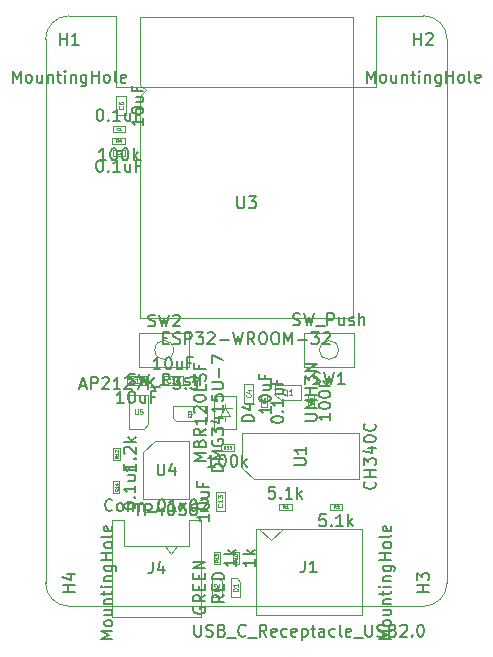
<source format=gbr>
G04 #@! TF.GenerationSoftware,KiCad,Pcbnew,8.0.2*
G04 #@! TF.CreationDate,2024-05-24T09:08:15+10:00*
G04 #@! TF.ProjectId,design,64657369-676e-42e6-9b69-6361645f7063,rev?*
G04 #@! TF.SameCoordinates,Original*
G04 #@! TF.FileFunction,AssemblyDrawing,Top*
%FSLAX46Y46*%
G04 Gerber Fmt 4.6, Leading zero omitted, Abs format (unit mm)*
G04 Created by KiCad (PCBNEW 8.0.2) date 2024-05-24 09:08:15*
%MOMM*%
%LPD*%
G01*
G04 APERTURE LIST*
%ADD10C,0.150000*%
%ADD11C,0.040000*%
%ADD12C,0.060000*%
%ADD13C,0.050000*%
%ADD14C,0.075000*%
%ADD15C,0.100000*%
G04 #@! TA.AperFunction,Profile*
%ADD16C,0.100000*%
G04 #@! TD*
G04 APERTURE END LIST*
D10*
X89614819Y-106542856D02*
X89614819Y-106447618D01*
X89614819Y-106447618D02*
X89662438Y-106352380D01*
X89662438Y-106352380D02*
X89710057Y-106304761D01*
X89710057Y-106304761D02*
X89805295Y-106257142D01*
X89805295Y-106257142D02*
X89995771Y-106209523D01*
X89995771Y-106209523D02*
X90233866Y-106209523D01*
X90233866Y-106209523D02*
X90424342Y-106257142D01*
X90424342Y-106257142D02*
X90519580Y-106304761D01*
X90519580Y-106304761D02*
X90567200Y-106352380D01*
X90567200Y-106352380D02*
X90614819Y-106447618D01*
X90614819Y-106447618D02*
X90614819Y-106542856D01*
X90614819Y-106542856D02*
X90567200Y-106638094D01*
X90567200Y-106638094D02*
X90519580Y-106685713D01*
X90519580Y-106685713D02*
X90424342Y-106733332D01*
X90424342Y-106733332D02*
X90233866Y-106780951D01*
X90233866Y-106780951D02*
X89995771Y-106780951D01*
X89995771Y-106780951D02*
X89805295Y-106733332D01*
X89805295Y-106733332D02*
X89710057Y-106685713D01*
X89710057Y-106685713D02*
X89662438Y-106638094D01*
X89662438Y-106638094D02*
X89614819Y-106542856D01*
X90519580Y-105780951D02*
X90567200Y-105733332D01*
X90567200Y-105733332D02*
X90614819Y-105780951D01*
X90614819Y-105780951D02*
X90567200Y-105828570D01*
X90567200Y-105828570D02*
X90519580Y-105780951D01*
X90519580Y-105780951D02*
X90614819Y-105780951D01*
X90614819Y-104780952D02*
X90614819Y-105352380D01*
X90614819Y-105066666D02*
X89614819Y-105066666D01*
X89614819Y-105066666D02*
X89757676Y-105161904D01*
X89757676Y-105161904D02*
X89852914Y-105257142D01*
X89852914Y-105257142D02*
X89900533Y-105352380D01*
X89948152Y-103923809D02*
X90614819Y-103923809D01*
X89948152Y-104352380D02*
X90471961Y-104352380D01*
X90471961Y-104352380D02*
X90567200Y-104304761D01*
X90567200Y-104304761D02*
X90614819Y-104209523D01*
X90614819Y-104209523D02*
X90614819Y-104066666D01*
X90614819Y-104066666D02*
X90567200Y-103971428D01*
X90567200Y-103971428D02*
X90519580Y-103923809D01*
X90091009Y-103114285D02*
X90091009Y-103447618D01*
X90614819Y-103447618D02*
X89614819Y-103447618D01*
X89614819Y-103447618D02*
X89614819Y-102971428D01*
D11*
X89089765Y-105060714D02*
X89101670Y-105072618D01*
X89101670Y-105072618D02*
X89113574Y-105108333D01*
X89113574Y-105108333D02*
X89113574Y-105132142D01*
X89113574Y-105132142D02*
X89101670Y-105167856D01*
X89101670Y-105167856D02*
X89077860Y-105191666D01*
X89077860Y-105191666D02*
X89054050Y-105203571D01*
X89054050Y-105203571D02*
X89006431Y-105215475D01*
X89006431Y-105215475D02*
X88970717Y-105215475D01*
X88970717Y-105215475D02*
X88923098Y-105203571D01*
X88923098Y-105203571D02*
X88899289Y-105191666D01*
X88899289Y-105191666D02*
X88875479Y-105167856D01*
X88875479Y-105167856D02*
X88863574Y-105132142D01*
X88863574Y-105132142D02*
X88863574Y-105108333D01*
X88863574Y-105108333D02*
X88875479Y-105072618D01*
X88875479Y-105072618D02*
X88887384Y-105060714D01*
X89113574Y-104822618D02*
X89113574Y-104965475D01*
X89113574Y-104894047D02*
X88863574Y-104894047D01*
X88863574Y-104894047D02*
X88899289Y-104917856D01*
X88899289Y-104917856D02*
X88923098Y-104941666D01*
X88923098Y-104941666D02*
X88935003Y-104965475D01*
X88946908Y-104608333D02*
X89113574Y-104608333D01*
X88851670Y-104667857D02*
X89030241Y-104727380D01*
X89030241Y-104727380D02*
X89030241Y-104572619D01*
D10*
X80214285Y-70654819D02*
X80214285Y-69654819D01*
X80214285Y-69654819D02*
X80547618Y-70369104D01*
X80547618Y-70369104D02*
X80880951Y-69654819D01*
X80880951Y-69654819D02*
X80880951Y-70654819D01*
X81499999Y-70654819D02*
X81404761Y-70607200D01*
X81404761Y-70607200D02*
X81357142Y-70559580D01*
X81357142Y-70559580D02*
X81309523Y-70464342D01*
X81309523Y-70464342D02*
X81309523Y-70178628D01*
X81309523Y-70178628D02*
X81357142Y-70083390D01*
X81357142Y-70083390D02*
X81404761Y-70035771D01*
X81404761Y-70035771D02*
X81499999Y-69988152D01*
X81499999Y-69988152D02*
X81642856Y-69988152D01*
X81642856Y-69988152D02*
X81738094Y-70035771D01*
X81738094Y-70035771D02*
X81785713Y-70083390D01*
X81785713Y-70083390D02*
X81833332Y-70178628D01*
X81833332Y-70178628D02*
X81833332Y-70464342D01*
X81833332Y-70464342D02*
X81785713Y-70559580D01*
X81785713Y-70559580D02*
X81738094Y-70607200D01*
X81738094Y-70607200D02*
X81642856Y-70654819D01*
X81642856Y-70654819D02*
X81499999Y-70654819D01*
X82690475Y-69988152D02*
X82690475Y-70654819D01*
X82261904Y-69988152D02*
X82261904Y-70511961D01*
X82261904Y-70511961D02*
X82309523Y-70607200D01*
X82309523Y-70607200D02*
X82404761Y-70654819D01*
X82404761Y-70654819D02*
X82547618Y-70654819D01*
X82547618Y-70654819D02*
X82642856Y-70607200D01*
X82642856Y-70607200D02*
X82690475Y-70559580D01*
X83166666Y-69988152D02*
X83166666Y-70654819D01*
X83166666Y-70083390D02*
X83214285Y-70035771D01*
X83214285Y-70035771D02*
X83309523Y-69988152D01*
X83309523Y-69988152D02*
X83452380Y-69988152D01*
X83452380Y-69988152D02*
X83547618Y-70035771D01*
X83547618Y-70035771D02*
X83595237Y-70131009D01*
X83595237Y-70131009D02*
X83595237Y-70654819D01*
X83928571Y-69988152D02*
X84309523Y-69988152D01*
X84071428Y-69654819D02*
X84071428Y-70511961D01*
X84071428Y-70511961D02*
X84119047Y-70607200D01*
X84119047Y-70607200D02*
X84214285Y-70654819D01*
X84214285Y-70654819D02*
X84309523Y-70654819D01*
X84642857Y-70654819D02*
X84642857Y-69988152D01*
X84642857Y-69654819D02*
X84595238Y-69702438D01*
X84595238Y-69702438D02*
X84642857Y-69750057D01*
X84642857Y-69750057D02*
X84690476Y-69702438D01*
X84690476Y-69702438D02*
X84642857Y-69654819D01*
X84642857Y-69654819D02*
X84642857Y-69750057D01*
X85119047Y-69988152D02*
X85119047Y-70654819D01*
X85119047Y-70083390D02*
X85166666Y-70035771D01*
X85166666Y-70035771D02*
X85261904Y-69988152D01*
X85261904Y-69988152D02*
X85404761Y-69988152D01*
X85404761Y-69988152D02*
X85499999Y-70035771D01*
X85499999Y-70035771D02*
X85547618Y-70131009D01*
X85547618Y-70131009D02*
X85547618Y-70654819D01*
X86452380Y-69988152D02*
X86452380Y-70797676D01*
X86452380Y-70797676D02*
X86404761Y-70892914D01*
X86404761Y-70892914D02*
X86357142Y-70940533D01*
X86357142Y-70940533D02*
X86261904Y-70988152D01*
X86261904Y-70988152D02*
X86119047Y-70988152D01*
X86119047Y-70988152D02*
X86023809Y-70940533D01*
X86452380Y-70607200D02*
X86357142Y-70654819D01*
X86357142Y-70654819D02*
X86166666Y-70654819D01*
X86166666Y-70654819D02*
X86071428Y-70607200D01*
X86071428Y-70607200D02*
X86023809Y-70559580D01*
X86023809Y-70559580D02*
X85976190Y-70464342D01*
X85976190Y-70464342D02*
X85976190Y-70178628D01*
X85976190Y-70178628D02*
X86023809Y-70083390D01*
X86023809Y-70083390D02*
X86071428Y-70035771D01*
X86071428Y-70035771D02*
X86166666Y-69988152D01*
X86166666Y-69988152D02*
X86357142Y-69988152D01*
X86357142Y-69988152D02*
X86452380Y-70035771D01*
X86928571Y-70654819D02*
X86928571Y-69654819D01*
X86928571Y-70131009D02*
X87499999Y-70131009D01*
X87499999Y-70654819D02*
X87499999Y-69654819D01*
X88119047Y-70654819D02*
X88023809Y-70607200D01*
X88023809Y-70607200D02*
X87976190Y-70559580D01*
X87976190Y-70559580D02*
X87928571Y-70464342D01*
X87928571Y-70464342D02*
X87928571Y-70178628D01*
X87928571Y-70178628D02*
X87976190Y-70083390D01*
X87976190Y-70083390D02*
X88023809Y-70035771D01*
X88023809Y-70035771D02*
X88119047Y-69988152D01*
X88119047Y-69988152D02*
X88261904Y-69988152D01*
X88261904Y-69988152D02*
X88357142Y-70035771D01*
X88357142Y-70035771D02*
X88404761Y-70083390D01*
X88404761Y-70083390D02*
X88452380Y-70178628D01*
X88452380Y-70178628D02*
X88452380Y-70464342D01*
X88452380Y-70464342D02*
X88404761Y-70559580D01*
X88404761Y-70559580D02*
X88357142Y-70607200D01*
X88357142Y-70607200D02*
X88261904Y-70654819D01*
X88261904Y-70654819D02*
X88119047Y-70654819D01*
X89023809Y-70654819D02*
X88928571Y-70607200D01*
X88928571Y-70607200D02*
X88880952Y-70511961D01*
X88880952Y-70511961D02*
X88880952Y-69654819D01*
X89785714Y-70607200D02*
X89690476Y-70654819D01*
X89690476Y-70654819D02*
X89500000Y-70654819D01*
X89500000Y-70654819D02*
X89404762Y-70607200D01*
X89404762Y-70607200D02*
X89357143Y-70511961D01*
X89357143Y-70511961D02*
X89357143Y-70131009D01*
X89357143Y-70131009D02*
X89404762Y-70035771D01*
X89404762Y-70035771D02*
X89500000Y-69988152D01*
X89500000Y-69988152D02*
X89690476Y-69988152D01*
X89690476Y-69988152D02*
X89785714Y-70035771D01*
X89785714Y-70035771D02*
X89833333Y-70131009D01*
X89833333Y-70131009D02*
X89833333Y-70226247D01*
X89833333Y-70226247D02*
X89357143Y-70321485D01*
X84238095Y-67454819D02*
X84238095Y-66454819D01*
X84238095Y-66931009D02*
X84809523Y-66931009D01*
X84809523Y-67454819D02*
X84809523Y-66454819D01*
X85809523Y-67454819D02*
X85238095Y-67454819D01*
X85523809Y-67454819D02*
X85523809Y-66454819D01*
X85523809Y-66454819D02*
X85428571Y-66597676D01*
X85428571Y-66597676D02*
X85333333Y-66692914D01*
X85333333Y-66692914D02*
X85238095Y-66740533D01*
X106719047Y-107224819D02*
X106242857Y-107224819D01*
X106242857Y-107224819D02*
X106195238Y-107701009D01*
X106195238Y-107701009D02*
X106242857Y-107653390D01*
X106242857Y-107653390D02*
X106338095Y-107605771D01*
X106338095Y-107605771D02*
X106576190Y-107605771D01*
X106576190Y-107605771D02*
X106671428Y-107653390D01*
X106671428Y-107653390D02*
X106719047Y-107701009D01*
X106719047Y-107701009D02*
X106766666Y-107796247D01*
X106766666Y-107796247D02*
X106766666Y-108034342D01*
X106766666Y-108034342D02*
X106719047Y-108129580D01*
X106719047Y-108129580D02*
X106671428Y-108177200D01*
X106671428Y-108177200D02*
X106576190Y-108224819D01*
X106576190Y-108224819D02*
X106338095Y-108224819D01*
X106338095Y-108224819D02*
X106242857Y-108177200D01*
X106242857Y-108177200D02*
X106195238Y-108129580D01*
X107195238Y-108129580D02*
X107242857Y-108177200D01*
X107242857Y-108177200D02*
X107195238Y-108224819D01*
X107195238Y-108224819D02*
X107147619Y-108177200D01*
X107147619Y-108177200D02*
X107195238Y-108129580D01*
X107195238Y-108129580D02*
X107195238Y-108224819D01*
X108195237Y-108224819D02*
X107623809Y-108224819D01*
X107909523Y-108224819D02*
X107909523Y-107224819D01*
X107909523Y-107224819D02*
X107814285Y-107367676D01*
X107814285Y-107367676D02*
X107719047Y-107462914D01*
X107719047Y-107462914D02*
X107623809Y-107510533D01*
X108623809Y-108224819D02*
X108623809Y-107224819D01*
X108719047Y-107843866D02*
X109004761Y-108224819D01*
X109004761Y-107558152D02*
X108623809Y-107939104D01*
D11*
X107556667Y-106718200D02*
X107470000Y-106594391D01*
X107408095Y-106718200D02*
X107408095Y-106458200D01*
X107408095Y-106458200D02*
X107507143Y-106458200D01*
X107507143Y-106458200D02*
X107531905Y-106470581D01*
X107531905Y-106470581D02*
X107544286Y-106482962D01*
X107544286Y-106482962D02*
X107556667Y-106507724D01*
X107556667Y-106507724D02*
X107556667Y-106544867D01*
X107556667Y-106544867D02*
X107544286Y-106569629D01*
X107544286Y-106569629D02*
X107531905Y-106582010D01*
X107531905Y-106582010D02*
X107507143Y-106594391D01*
X107507143Y-106594391D02*
X107408095Y-106594391D01*
X107655714Y-106482962D02*
X107668095Y-106470581D01*
X107668095Y-106470581D02*
X107692857Y-106458200D01*
X107692857Y-106458200D02*
X107754762Y-106458200D01*
X107754762Y-106458200D02*
X107779524Y-106470581D01*
X107779524Y-106470581D02*
X107791905Y-106482962D01*
X107791905Y-106482962D02*
X107804286Y-106507724D01*
X107804286Y-106507724D02*
X107804286Y-106532486D01*
X107804286Y-106532486D02*
X107791905Y-106569629D01*
X107791905Y-106569629D02*
X107643333Y-106718200D01*
X107643333Y-106718200D02*
X107804286Y-106718200D01*
D10*
X92728571Y-94924819D02*
X92157143Y-94924819D01*
X92442857Y-94924819D02*
X92442857Y-93924819D01*
X92442857Y-93924819D02*
X92347619Y-94067676D01*
X92347619Y-94067676D02*
X92252381Y-94162914D01*
X92252381Y-94162914D02*
X92157143Y-94210533D01*
X93347619Y-93924819D02*
X93442857Y-93924819D01*
X93442857Y-93924819D02*
X93538095Y-93972438D01*
X93538095Y-93972438D02*
X93585714Y-94020057D01*
X93585714Y-94020057D02*
X93633333Y-94115295D01*
X93633333Y-94115295D02*
X93680952Y-94305771D01*
X93680952Y-94305771D02*
X93680952Y-94543866D01*
X93680952Y-94543866D02*
X93633333Y-94734342D01*
X93633333Y-94734342D02*
X93585714Y-94829580D01*
X93585714Y-94829580D02*
X93538095Y-94877200D01*
X93538095Y-94877200D02*
X93442857Y-94924819D01*
X93442857Y-94924819D02*
X93347619Y-94924819D01*
X93347619Y-94924819D02*
X93252381Y-94877200D01*
X93252381Y-94877200D02*
X93204762Y-94829580D01*
X93204762Y-94829580D02*
X93157143Y-94734342D01*
X93157143Y-94734342D02*
X93109524Y-94543866D01*
X93109524Y-94543866D02*
X93109524Y-94305771D01*
X93109524Y-94305771D02*
X93157143Y-94115295D01*
X93157143Y-94115295D02*
X93204762Y-94020057D01*
X93204762Y-94020057D02*
X93252381Y-93972438D01*
X93252381Y-93972438D02*
X93347619Y-93924819D01*
X94538095Y-94258152D02*
X94538095Y-94924819D01*
X94109524Y-94258152D02*
X94109524Y-94781961D01*
X94109524Y-94781961D02*
X94157143Y-94877200D01*
X94157143Y-94877200D02*
X94252381Y-94924819D01*
X94252381Y-94924819D02*
X94395238Y-94924819D01*
X94395238Y-94924819D02*
X94490476Y-94877200D01*
X94490476Y-94877200D02*
X94538095Y-94829580D01*
X95347619Y-94401009D02*
X95014286Y-94401009D01*
X95014286Y-94924819D02*
X95014286Y-93924819D01*
X95014286Y-93924819D02*
X95490476Y-93924819D01*
D12*
X93542857Y-96043832D02*
X93523809Y-96062880D01*
X93523809Y-96062880D02*
X93466667Y-96081927D01*
X93466667Y-96081927D02*
X93428571Y-96081927D01*
X93428571Y-96081927D02*
X93371428Y-96062880D01*
X93371428Y-96062880D02*
X93333333Y-96024784D01*
X93333333Y-96024784D02*
X93314286Y-95986689D01*
X93314286Y-95986689D02*
X93295238Y-95910499D01*
X93295238Y-95910499D02*
X93295238Y-95853356D01*
X93295238Y-95853356D02*
X93314286Y-95777165D01*
X93314286Y-95777165D02*
X93333333Y-95739070D01*
X93333333Y-95739070D02*
X93371428Y-95700975D01*
X93371428Y-95700975D02*
X93428571Y-95681927D01*
X93428571Y-95681927D02*
X93466667Y-95681927D01*
X93466667Y-95681927D02*
X93523809Y-95700975D01*
X93523809Y-95700975D02*
X93542857Y-95720022D01*
X93923809Y-96081927D02*
X93695238Y-96081927D01*
X93809524Y-96081927D02*
X93809524Y-95681927D01*
X93809524Y-95681927D02*
X93771428Y-95739070D01*
X93771428Y-95739070D02*
X93733333Y-95777165D01*
X93733333Y-95777165D02*
X93695238Y-95796213D01*
X94266666Y-95681927D02*
X94190476Y-95681927D01*
X94190476Y-95681927D02*
X94152380Y-95700975D01*
X94152380Y-95700975D02*
X94133333Y-95720022D01*
X94133333Y-95720022D02*
X94095238Y-95777165D01*
X94095238Y-95777165D02*
X94076190Y-95853356D01*
X94076190Y-95853356D02*
X94076190Y-96005737D01*
X94076190Y-96005737D02*
X94095238Y-96043832D01*
X94095238Y-96043832D02*
X94114285Y-96062880D01*
X94114285Y-96062880D02*
X94152380Y-96081927D01*
X94152380Y-96081927D02*
X94228571Y-96081927D01*
X94228571Y-96081927D02*
X94266666Y-96062880D01*
X94266666Y-96062880D02*
X94285714Y-96043832D01*
X94285714Y-96043832D02*
X94304761Y-96005737D01*
X94304761Y-96005737D02*
X94304761Y-95910499D01*
X94304761Y-95910499D02*
X94285714Y-95872403D01*
X94285714Y-95872403D02*
X94266666Y-95853356D01*
X94266666Y-95853356D02*
X94228571Y-95834308D01*
X94228571Y-95834308D02*
X94152380Y-95834308D01*
X94152380Y-95834308D02*
X94114285Y-95853356D01*
X94114285Y-95853356D02*
X94095238Y-95872403D01*
X94095238Y-95872403D02*
X94076190Y-95910499D01*
D10*
X98054819Y-103557142D02*
X97054819Y-103557142D01*
X97054819Y-103557142D02*
X97054819Y-103319047D01*
X97054819Y-103319047D02*
X97102438Y-103176190D01*
X97102438Y-103176190D02*
X97197676Y-103080952D01*
X97197676Y-103080952D02*
X97292914Y-103033333D01*
X97292914Y-103033333D02*
X97483390Y-102985714D01*
X97483390Y-102985714D02*
X97626247Y-102985714D01*
X97626247Y-102985714D02*
X97816723Y-103033333D01*
X97816723Y-103033333D02*
X97911961Y-103080952D01*
X97911961Y-103080952D02*
X98007200Y-103176190D01*
X98007200Y-103176190D02*
X98054819Y-103319047D01*
X98054819Y-103319047D02*
X98054819Y-103557142D01*
X98054819Y-102557142D02*
X97054819Y-102557142D01*
X97054819Y-102557142D02*
X97769104Y-102223809D01*
X97769104Y-102223809D02*
X97054819Y-101890476D01*
X97054819Y-101890476D02*
X98054819Y-101890476D01*
X97102438Y-100890476D02*
X97054819Y-100985714D01*
X97054819Y-100985714D02*
X97054819Y-101128571D01*
X97054819Y-101128571D02*
X97102438Y-101271428D01*
X97102438Y-101271428D02*
X97197676Y-101366666D01*
X97197676Y-101366666D02*
X97292914Y-101414285D01*
X97292914Y-101414285D02*
X97483390Y-101461904D01*
X97483390Y-101461904D02*
X97626247Y-101461904D01*
X97626247Y-101461904D02*
X97816723Y-101414285D01*
X97816723Y-101414285D02*
X97911961Y-101366666D01*
X97911961Y-101366666D02*
X98007200Y-101271428D01*
X98007200Y-101271428D02*
X98054819Y-101128571D01*
X98054819Y-101128571D02*
X98054819Y-101033333D01*
X98054819Y-101033333D02*
X98007200Y-100890476D01*
X98007200Y-100890476D02*
X97959580Y-100842857D01*
X97959580Y-100842857D02*
X97626247Y-100842857D01*
X97626247Y-100842857D02*
X97626247Y-101033333D01*
X97054819Y-100509523D02*
X97054819Y-99890476D01*
X97054819Y-99890476D02*
X97435771Y-100223809D01*
X97435771Y-100223809D02*
X97435771Y-100080952D01*
X97435771Y-100080952D02*
X97483390Y-99985714D01*
X97483390Y-99985714D02*
X97531009Y-99938095D01*
X97531009Y-99938095D02*
X97626247Y-99890476D01*
X97626247Y-99890476D02*
X97864342Y-99890476D01*
X97864342Y-99890476D02*
X97959580Y-99938095D01*
X97959580Y-99938095D02*
X98007200Y-99985714D01*
X98007200Y-99985714D02*
X98054819Y-100080952D01*
X98054819Y-100080952D02*
X98054819Y-100366666D01*
X98054819Y-100366666D02*
X98007200Y-100461904D01*
X98007200Y-100461904D02*
X97959580Y-100509523D01*
X97388152Y-99033333D02*
X98054819Y-99033333D01*
X97007200Y-99271428D02*
X97721485Y-99509523D01*
X97721485Y-99509523D02*
X97721485Y-98890476D01*
X98054819Y-97985714D02*
X98054819Y-98557142D01*
X98054819Y-98271428D02*
X97054819Y-98271428D01*
X97054819Y-98271428D02*
X97197676Y-98366666D01*
X97197676Y-98366666D02*
X97292914Y-98461904D01*
X97292914Y-98461904D02*
X97340533Y-98557142D01*
X97054819Y-97080952D02*
X97054819Y-97557142D01*
X97054819Y-97557142D02*
X97531009Y-97604761D01*
X97531009Y-97604761D02*
X97483390Y-97557142D01*
X97483390Y-97557142D02*
X97435771Y-97461904D01*
X97435771Y-97461904D02*
X97435771Y-97223809D01*
X97435771Y-97223809D02*
X97483390Y-97128571D01*
X97483390Y-97128571D02*
X97531009Y-97080952D01*
X97531009Y-97080952D02*
X97626247Y-97033333D01*
X97626247Y-97033333D02*
X97864342Y-97033333D01*
X97864342Y-97033333D02*
X97959580Y-97080952D01*
X97959580Y-97080952D02*
X98007200Y-97128571D01*
X98007200Y-97128571D02*
X98054819Y-97223809D01*
X98054819Y-97223809D02*
X98054819Y-97461904D01*
X98054819Y-97461904D02*
X98007200Y-97557142D01*
X98007200Y-97557142D02*
X97959580Y-97604761D01*
X97054819Y-96604761D02*
X97864342Y-96604761D01*
X97864342Y-96604761D02*
X97959580Y-96557142D01*
X97959580Y-96557142D02*
X98007200Y-96509523D01*
X98007200Y-96509523D02*
X98054819Y-96414285D01*
X98054819Y-96414285D02*
X98054819Y-96223809D01*
X98054819Y-96223809D02*
X98007200Y-96128571D01*
X98007200Y-96128571D02*
X97959580Y-96080952D01*
X97959580Y-96080952D02*
X97864342Y-96033333D01*
X97864342Y-96033333D02*
X97054819Y-96033333D01*
X97673866Y-95557142D02*
X97673866Y-94795238D01*
X97054819Y-94414285D02*
X97054819Y-93747619D01*
X97054819Y-93747619D02*
X98054819Y-94176190D01*
D13*
X95375914Y-98730476D02*
X95360676Y-98760952D01*
X95360676Y-98760952D02*
X95330200Y-98791428D01*
X95330200Y-98791428D02*
X95284485Y-98837142D01*
X95284485Y-98837142D02*
X95269247Y-98867619D01*
X95269247Y-98867619D02*
X95269247Y-98898095D01*
X95345438Y-98882857D02*
X95330200Y-98913333D01*
X95330200Y-98913333D02*
X95299723Y-98943809D01*
X95299723Y-98943809D02*
X95238771Y-98959047D01*
X95238771Y-98959047D02*
X95132104Y-98959047D01*
X95132104Y-98959047D02*
X95071152Y-98943809D01*
X95071152Y-98943809D02*
X95040676Y-98913333D01*
X95040676Y-98913333D02*
X95025438Y-98882857D01*
X95025438Y-98882857D02*
X95025438Y-98821904D01*
X95025438Y-98821904D02*
X95040676Y-98791428D01*
X95040676Y-98791428D02*
X95071152Y-98760952D01*
X95071152Y-98760952D02*
X95132104Y-98745714D01*
X95132104Y-98745714D02*
X95238771Y-98745714D01*
X95238771Y-98745714D02*
X95299723Y-98760952D01*
X95299723Y-98760952D02*
X95330200Y-98791428D01*
X95330200Y-98791428D02*
X95345438Y-98821904D01*
X95345438Y-98821904D02*
X95345438Y-98882857D01*
X95025438Y-98639047D02*
X95025438Y-98440952D01*
X95025438Y-98440952D02*
X95147342Y-98547619D01*
X95147342Y-98547619D02*
X95147342Y-98501904D01*
X95147342Y-98501904D02*
X95162580Y-98471428D01*
X95162580Y-98471428D02*
X95177819Y-98456190D01*
X95177819Y-98456190D02*
X95208295Y-98440952D01*
X95208295Y-98440952D02*
X95284485Y-98440952D01*
X95284485Y-98440952D02*
X95314961Y-98456190D01*
X95314961Y-98456190D02*
X95330200Y-98471428D01*
X95330200Y-98471428D02*
X95345438Y-98501904D01*
X95345438Y-98501904D02*
X95345438Y-98593333D01*
X95345438Y-98593333D02*
X95330200Y-98623809D01*
X95330200Y-98623809D02*
X95314961Y-98639047D01*
D10*
X103952381Y-91157200D02*
X104095238Y-91204819D01*
X104095238Y-91204819D02*
X104333333Y-91204819D01*
X104333333Y-91204819D02*
X104428571Y-91157200D01*
X104428571Y-91157200D02*
X104476190Y-91109580D01*
X104476190Y-91109580D02*
X104523809Y-91014342D01*
X104523809Y-91014342D02*
X104523809Y-90919104D01*
X104523809Y-90919104D02*
X104476190Y-90823866D01*
X104476190Y-90823866D02*
X104428571Y-90776247D01*
X104428571Y-90776247D02*
X104333333Y-90728628D01*
X104333333Y-90728628D02*
X104142857Y-90681009D01*
X104142857Y-90681009D02*
X104047619Y-90633390D01*
X104047619Y-90633390D02*
X104000000Y-90585771D01*
X104000000Y-90585771D02*
X103952381Y-90490533D01*
X103952381Y-90490533D02*
X103952381Y-90395295D01*
X103952381Y-90395295D02*
X104000000Y-90300057D01*
X104000000Y-90300057D02*
X104047619Y-90252438D01*
X104047619Y-90252438D02*
X104142857Y-90204819D01*
X104142857Y-90204819D02*
X104380952Y-90204819D01*
X104380952Y-90204819D02*
X104523809Y-90252438D01*
X104857143Y-90204819D02*
X105095238Y-91204819D01*
X105095238Y-91204819D02*
X105285714Y-90490533D01*
X105285714Y-90490533D02*
X105476190Y-91204819D01*
X105476190Y-91204819D02*
X105714286Y-90204819D01*
X105857143Y-91300057D02*
X106619047Y-91300057D01*
X106857143Y-91204819D02*
X106857143Y-90204819D01*
X106857143Y-90204819D02*
X107238095Y-90204819D01*
X107238095Y-90204819D02*
X107333333Y-90252438D01*
X107333333Y-90252438D02*
X107380952Y-90300057D01*
X107380952Y-90300057D02*
X107428571Y-90395295D01*
X107428571Y-90395295D02*
X107428571Y-90538152D01*
X107428571Y-90538152D02*
X107380952Y-90633390D01*
X107380952Y-90633390D02*
X107333333Y-90681009D01*
X107333333Y-90681009D02*
X107238095Y-90728628D01*
X107238095Y-90728628D02*
X106857143Y-90728628D01*
X108285714Y-90538152D02*
X108285714Y-91204819D01*
X107857143Y-90538152D02*
X107857143Y-91061961D01*
X107857143Y-91061961D02*
X107904762Y-91157200D01*
X107904762Y-91157200D02*
X108000000Y-91204819D01*
X108000000Y-91204819D02*
X108142857Y-91204819D01*
X108142857Y-91204819D02*
X108238095Y-91157200D01*
X108238095Y-91157200D02*
X108285714Y-91109580D01*
X108714286Y-91157200D02*
X108809524Y-91204819D01*
X108809524Y-91204819D02*
X109000000Y-91204819D01*
X109000000Y-91204819D02*
X109095238Y-91157200D01*
X109095238Y-91157200D02*
X109142857Y-91061961D01*
X109142857Y-91061961D02*
X109142857Y-91014342D01*
X109142857Y-91014342D02*
X109095238Y-90919104D01*
X109095238Y-90919104D02*
X109000000Y-90871485D01*
X109000000Y-90871485D02*
X108857143Y-90871485D01*
X108857143Y-90871485D02*
X108761905Y-90823866D01*
X108761905Y-90823866D02*
X108714286Y-90728628D01*
X108714286Y-90728628D02*
X108714286Y-90681009D01*
X108714286Y-90681009D02*
X108761905Y-90585771D01*
X108761905Y-90585771D02*
X108857143Y-90538152D01*
X108857143Y-90538152D02*
X109000000Y-90538152D01*
X109000000Y-90538152D02*
X109095238Y-90585771D01*
X109571429Y-91204819D02*
X109571429Y-90204819D01*
X110000000Y-91204819D02*
X110000000Y-90681009D01*
X110000000Y-90681009D02*
X109952381Y-90585771D01*
X109952381Y-90585771D02*
X109857143Y-90538152D01*
X109857143Y-90538152D02*
X109714286Y-90538152D01*
X109714286Y-90538152D02*
X109619048Y-90585771D01*
X109619048Y-90585771D02*
X109571429Y-90633390D01*
X105666667Y-96157200D02*
X105809524Y-96204819D01*
X105809524Y-96204819D02*
X106047619Y-96204819D01*
X106047619Y-96204819D02*
X106142857Y-96157200D01*
X106142857Y-96157200D02*
X106190476Y-96109580D01*
X106190476Y-96109580D02*
X106238095Y-96014342D01*
X106238095Y-96014342D02*
X106238095Y-95919104D01*
X106238095Y-95919104D02*
X106190476Y-95823866D01*
X106190476Y-95823866D02*
X106142857Y-95776247D01*
X106142857Y-95776247D02*
X106047619Y-95728628D01*
X106047619Y-95728628D02*
X105857143Y-95681009D01*
X105857143Y-95681009D02*
X105761905Y-95633390D01*
X105761905Y-95633390D02*
X105714286Y-95585771D01*
X105714286Y-95585771D02*
X105666667Y-95490533D01*
X105666667Y-95490533D02*
X105666667Y-95395295D01*
X105666667Y-95395295D02*
X105714286Y-95300057D01*
X105714286Y-95300057D02*
X105761905Y-95252438D01*
X105761905Y-95252438D02*
X105857143Y-95204819D01*
X105857143Y-95204819D02*
X106095238Y-95204819D01*
X106095238Y-95204819D02*
X106238095Y-95252438D01*
X106571429Y-95204819D02*
X106809524Y-96204819D01*
X106809524Y-96204819D02*
X107000000Y-95490533D01*
X107000000Y-95490533D02*
X107190476Y-96204819D01*
X107190476Y-96204819D02*
X107428572Y-95204819D01*
X108333333Y-96204819D02*
X107761905Y-96204819D01*
X108047619Y-96204819D02*
X108047619Y-95204819D01*
X108047619Y-95204819D02*
X107952381Y-95347676D01*
X107952381Y-95347676D02*
X107857143Y-95442914D01*
X107857143Y-95442914D02*
X107761905Y-95490533D01*
X99124819Y-111019047D02*
X99124819Y-111590475D01*
X99124819Y-111304761D02*
X98124819Y-111304761D01*
X98124819Y-111304761D02*
X98267676Y-111399999D01*
X98267676Y-111399999D02*
X98362914Y-111495237D01*
X98362914Y-111495237D02*
X98410533Y-111590475D01*
X99124819Y-110590475D02*
X98124819Y-110590475D01*
X98743866Y-110495237D02*
X99124819Y-110209523D01*
X98458152Y-110209523D02*
X98839104Y-110590475D01*
D11*
X97618200Y-111067142D02*
X97494391Y-111153809D01*
X97618200Y-111215714D02*
X97358200Y-111215714D01*
X97358200Y-111215714D02*
X97358200Y-111116666D01*
X97358200Y-111116666D02*
X97370581Y-111091904D01*
X97370581Y-111091904D02*
X97382962Y-111079523D01*
X97382962Y-111079523D02*
X97407724Y-111067142D01*
X97407724Y-111067142D02*
X97444867Y-111067142D01*
X97444867Y-111067142D02*
X97469629Y-111079523D01*
X97469629Y-111079523D02*
X97482010Y-111091904D01*
X97482010Y-111091904D02*
X97494391Y-111116666D01*
X97494391Y-111116666D02*
X97494391Y-111215714D01*
X97618200Y-110819523D02*
X97618200Y-110968095D01*
X97618200Y-110893809D02*
X97358200Y-110893809D01*
X97358200Y-110893809D02*
X97395343Y-110918571D01*
X97395343Y-110918571D02*
X97420105Y-110943333D01*
X97420105Y-110943333D02*
X97432486Y-110968095D01*
X97358200Y-110732857D02*
X97358200Y-110571904D01*
X97358200Y-110571904D02*
X97457248Y-110658571D01*
X97457248Y-110658571D02*
X97457248Y-110621428D01*
X97457248Y-110621428D02*
X97469629Y-110596666D01*
X97469629Y-110596666D02*
X97482010Y-110584285D01*
X97482010Y-110584285D02*
X97506772Y-110571904D01*
X97506772Y-110571904D02*
X97568677Y-110571904D01*
X97568677Y-110571904D02*
X97593439Y-110584285D01*
X97593439Y-110584285D02*
X97605820Y-110596666D01*
X97605820Y-110596666D02*
X97618200Y-110621428D01*
X97618200Y-110621428D02*
X97618200Y-110695714D01*
X97618200Y-110695714D02*
X97605820Y-110720476D01*
X97605820Y-110720476D02*
X97593439Y-110732857D01*
D10*
X102114819Y-99242856D02*
X102114819Y-99147618D01*
X102114819Y-99147618D02*
X102162438Y-99052380D01*
X102162438Y-99052380D02*
X102210057Y-99004761D01*
X102210057Y-99004761D02*
X102305295Y-98957142D01*
X102305295Y-98957142D02*
X102495771Y-98909523D01*
X102495771Y-98909523D02*
X102733866Y-98909523D01*
X102733866Y-98909523D02*
X102924342Y-98957142D01*
X102924342Y-98957142D02*
X103019580Y-99004761D01*
X103019580Y-99004761D02*
X103067200Y-99052380D01*
X103067200Y-99052380D02*
X103114819Y-99147618D01*
X103114819Y-99147618D02*
X103114819Y-99242856D01*
X103114819Y-99242856D02*
X103067200Y-99338094D01*
X103067200Y-99338094D02*
X103019580Y-99385713D01*
X103019580Y-99385713D02*
X102924342Y-99433332D01*
X102924342Y-99433332D02*
X102733866Y-99480951D01*
X102733866Y-99480951D02*
X102495771Y-99480951D01*
X102495771Y-99480951D02*
X102305295Y-99433332D01*
X102305295Y-99433332D02*
X102210057Y-99385713D01*
X102210057Y-99385713D02*
X102162438Y-99338094D01*
X102162438Y-99338094D02*
X102114819Y-99242856D01*
X103019580Y-98480951D02*
X103067200Y-98433332D01*
X103067200Y-98433332D02*
X103114819Y-98480951D01*
X103114819Y-98480951D02*
X103067200Y-98528570D01*
X103067200Y-98528570D02*
X103019580Y-98480951D01*
X103019580Y-98480951D02*
X103114819Y-98480951D01*
X103114819Y-97480952D02*
X103114819Y-98052380D01*
X103114819Y-97766666D02*
X102114819Y-97766666D01*
X102114819Y-97766666D02*
X102257676Y-97861904D01*
X102257676Y-97861904D02*
X102352914Y-97957142D01*
X102352914Y-97957142D02*
X102400533Y-98052380D01*
X102448152Y-96623809D02*
X103114819Y-96623809D01*
X102448152Y-97052380D02*
X102971961Y-97052380D01*
X102971961Y-97052380D02*
X103067200Y-97004761D01*
X103067200Y-97004761D02*
X103114819Y-96909523D01*
X103114819Y-96909523D02*
X103114819Y-96766666D01*
X103114819Y-96766666D02*
X103067200Y-96671428D01*
X103067200Y-96671428D02*
X103019580Y-96623809D01*
X102591009Y-95814285D02*
X102591009Y-96147618D01*
X103114819Y-96147618D02*
X102114819Y-96147618D01*
X102114819Y-96147618D02*
X102114819Y-95671428D01*
D11*
X101589765Y-97641666D02*
X101601670Y-97653570D01*
X101601670Y-97653570D02*
X101613574Y-97689285D01*
X101613574Y-97689285D02*
X101613574Y-97713094D01*
X101613574Y-97713094D02*
X101601670Y-97748808D01*
X101601670Y-97748808D02*
X101577860Y-97772618D01*
X101577860Y-97772618D02*
X101554050Y-97784523D01*
X101554050Y-97784523D02*
X101506431Y-97796427D01*
X101506431Y-97796427D02*
X101470717Y-97796427D01*
X101470717Y-97796427D02*
X101423098Y-97784523D01*
X101423098Y-97784523D02*
X101399289Y-97772618D01*
X101399289Y-97772618D02*
X101375479Y-97748808D01*
X101375479Y-97748808D02*
X101363574Y-97713094D01*
X101363574Y-97713094D02*
X101363574Y-97689285D01*
X101363574Y-97689285D02*
X101375479Y-97653570D01*
X101375479Y-97653570D02*
X101387384Y-97641666D01*
X101363574Y-97415475D02*
X101363574Y-97534523D01*
X101363574Y-97534523D02*
X101482622Y-97546427D01*
X101482622Y-97546427D02*
X101470717Y-97534523D01*
X101470717Y-97534523D02*
X101458812Y-97510713D01*
X101458812Y-97510713D02*
X101458812Y-97451189D01*
X101458812Y-97451189D02*
X101470717Y-97427380D01*
X101470717Y-97427380D02*
X101482622Y-97415475D01*
X101482622Y-97415475D02*
X101506431Y-97403570D01*
X101506431Y-97403570D02*
X101565955Y-97403570D01*
X101565955Y-97403570D02*
X101589765Y-97415475D01*
X101589765Y-97415475D02*
X101601670Y-97427380D01*
X101601670Y-97427380D02*
X101613574Y-97451189D01*
X101613574Y-97451189D02*
X101613574Y-97510713D01*
X101613574Y-97510713D02*
X101601670Y-97534523D01*
X101601670Y-97534523D02*
X101589765Y-97546427D01*
D10*
X88654819Y-117785714D02*
X87654819Y-117785714D01*
X87654819Y-117785714D02*
X88369104Y-117452381D01*
X88369104Y-117452381D02*
X87654819Y-117119048D01*
X87654819Y-117119048D02*
X88654819Y-117119048D01*
X88654819Y-116500000D02*
X88607200Y-116595238D01*
X88607200Y-116595238D02*
X88559580Y-116642857D01*
X88559580Y-116642857D02*
X88464342Y-116690476D01*
X88464342Y-116690476D02*
X88178628Y-116690476D01*
X88178628Y-116690476D02*
X88083390Y-116642857D01*
X88083390Y-116642857D02*
X88035771Y-116595238D01*
X88035771Y-116595238D02*
X87988152Y-116500000D01*
X87988152Y-116500000D02*
X87988152Y-116357143D01*
X87988152Y-116357143D02*
X88035771Y-116261905D01*
X88035771Y-116261905D02*
X88083390Y-116214286D01*
X88083390Y-116214286D02*
X88178628Y-116166667D01*
X88178628Y-116166667D02*
X88464342Y-116166667D01*
X88464342Y-116166667D02*
X88559580Y-116214286D01*
X88559580Y-116214286D02*
X88607200Y-116261905D01*
X88607200Y-116261905D02*
X88654819Y-116357143D01*
X88654819Y-116357143D02*
X88654819Y-116500000D01*
X87988152Y-115309524D02*
X88654819Y-115309524D01*
X87988152Y-115738095D02*
X88511961Y-115738095D01*
X88511961Y-115738095D02*
X88607200Y-115690476D01*
X88607200Y-115690476D02*
X88654819Y-115595238D01*
X88654819Y-115595238D02*
X88654819Y-115452381D01*
X88654819Y-115452381D02*
X88607200Y-115357143D01*
X88607200Y-115357143D02*
X88559580Y-115309524D01*
X87988152Y-114833333D02*
X88654819Y-114833333D01*
X88083390Y-114833333D02*
X88035771Y-114785714D01*
X88035771Y-114785714D02*
X87988152Y-114690476D01*
X87988152Y-114690476D02*
X87988152Y-114547619D01*
X87988152Y-114547619D02*
X88035771Y-114452381D01*
X88035771Y-114452381D02*
X88131009Y-114404762D01*
X88131009Y-114404762D02*
X88654819Y-114404762D01*
X87988152Y-114071428D02*
X87988152Y-113690476D01*
X87654819Y-113928571D02*
X88511961Y-113928571D01*
X88511961Y-113928571D02*
X88607200Y-113880952D01*
X88607200Y-113880952D02*
X88654819Y-113785714D01*
X88654819Y-113785714D02*
X88654819Y-113690476D01*
X88654819Y-113357142D02*
X87988152Y-113357142D01*
X87654819Y-113357142D02*
X87702438Y-113404761D01*
X87702438Y-113404761D02*
X87750057Y-113357142D01*
X87750057Y-113357142D02*
X87702438Y-113309523D01*
X87702438Y-113309523D02*
X87654819Y-113357142D01*
X87654819Y-113357142D02*
X87750057Y-113357142D01*
X87988152Y-112880952D02*
X88654819Y-112880952D01*
X88083390Y-112880952D02*
X88035771Y-112833333D01*
X88035771Y-112833333D02*
X87988152Y-112738095D01*
X87988152Y-112738095D02*
X87988152Y-112595238D01*
X87988152Y-112595238D02*
X88035771Y-112500000D01*
X88035771Y-112500000D02*
X88131009Y-112452381D01*
X88131009Y-112452381D02*
X88654819Y-112452381D01*
X87988152Y-111547619D02*
X88797676Y-111547619D01*
X88797676Y-111547619D02*
X88892914Y-111595238D01*
X88892914Y-111595238D02*
X88940533Y-111642857D01*
X88940533Y-111642857D02*
X88988152Y-111738095D01*
X88988152Y-111738095D02*
X88988152Y-111880952D01*
X88988152Y-111880952D02*
X88940533Y-111976190D01*
X88607200Y-111547619D02*
X88654819Y-111642857D01*
X88654819Y-111642857D02*
X88654819Y-111833333D01*
X88654819Y-111833333D02*
X88607200Y-111928571D01*
X88607200Y-111928571D02*
X88559580Y-111976190D01*
X88559580Y-111976190D02*
X88464342Y-112023809D01*
X88464342Y-112023809D02*
X88178628Y-112023809D01*
X88178628Y-112023809D02*
X88083390Y-111976190D01*
X88083390Y-111976190D02*
X88035771Y-111928571D01*
X88035771Y-111928571D02*
X87988152Y-111833333D01*
X87988152Y-111833333D02*
X87988152Y-111642857D01*
X87988152Y-111642857D02*
X88035771Y-111547619D01*
X88654819Y-111071428D02*
X87654819Y-111071428D01*
X88131009Y-111071428D02*
X88131009Y-110500000D01*
X88654819Y-110500000D02*
X87654819Y-110500000D01*
X88654819Y-109880952D02*
X88607200Y-109976190D01*
X88607200Y-109976190D02*
X88559580Y-110023809D01*
X88559580Y-110023809D02*
X88464342Y-110071428D01*
X88464342Y-110071428D02*
X88178628Y-110071428D01*
X88178628Y-110071428D02*
X88083390Y-110023809D01*
X88083390Y-110023809D02*
X88035771Y-109976190D01*
X88035771Y-109976190D02*
X87988152Y-109880952D01*
X87988152Y-109880952D02*
X87988152Y-109738095D01*
X87988152Y-109738095D02*
X88035771Y-109642857D01*
X88035771Y-109642857D02*
X88083390Y-109595238D01*
X88083390Y-109595238D02*
X88178628Y-109547619D01*
X88178628Y-109547619D02*
X88464342Y-109547619D01*
X88464342Y-109547619D02*
X88559580Y-109595238D01*
X88559580Y-109595238D02*
X88607200Y-109642857D01*
X88607200Y-109642857D02*
X88654819Y-109738095D01*
X88654819Y-109738095D02*
X88654819Y-109880952D01*
X88654819Y-108976190D02*
X88607200Y-109071428D01*
X88607200Y-109071428D02*
X88511961Y-109119047D01*
X88511961Y-109119047D02*
X87654819Y-109119047D01*
X88607200Y-108214285D02*
X88654819Y-108309523D01*
X88654819Y-108309523D02*
X88654819Y-108499999D01*
X88654819Y-108499999D02*
X88607200Y-108595237D01*
X88607200Y-108595237D02*
X88511961Y-108642856D01*
X88511961Y-108642856D02*
X88131009Y-108642856D01*
X88131009Y-108642856D02*
X88035771Y-108595237D01*
X88035771Y-108595237D02*
X87988152Y-108499999D01*
X87988152Y-108499999D02*
X87988152Y-108309523D01*
X87988152Y-108309523D02*
X88035771Y-108214285D01*
X88035771Y-108214285D02*
X88131009Y-108166666D01*
X88131009Y-108166666D02*
X88226247Y-108166666D01*
X88226247Y-108166666D02*
X88321485Y-108642856D01*
X85454819Y-113761904D02*
X84454819Y-113761904D01*
X84931009Y-113761904D02*
X84931009Y-113190476D01*
X85454819Y-113190476D02*
X84454819Y-113190476D01*
X84788152Y-112285714D02*
X85454819Y-112285714D01*
X84407200Y-112523809D02*
X85121485Y-112761904D01*
X85121485Y-112761904D02*
X85121485Y-112142857D01*
X89628571Y-97784819D02*
X89057143Y-97784819D01*
X89342857Y-97784819D02*
X89342857Y-96784819D01*
X89342857Y-96784819D02*
X89247619Y-96927676D01*
X89247619Y-96927676D02*
X89152381Y-97022914D01*
X89152381Y-97022914D02*
X89057143Y-97070533D01*
X90247619Y-96784819D02*
X90342857Y-96784819D01*
X90342857Y-96784819D02*
X90438095Y-96832438D01*
X90438095Y-96832438D02*
X90485714Y-96880057D01*
X90485714Y-96880057D02*
X90533333Y-96975295D01*
X90533333Y-96975295D02*
X90580952Y-97165771D01*
X90580952Y-97165771D02*
X90580952Y-97403866D01*
X90580952Y-97403866D02*
X90533333Y-97594342D01*
X90533333Y-97594342D02*
X90485714Y-97689580D01*
X90485714Y-97689580D02*
X90438095Y-97737200D01*
X90438095Y-97737200D02*
X90342857Y-97784819D01*
X90342857Y-97784819D02*
X90247619Y-97784819D01*
X90247619Y-97784819D02*
X90152381Y-97737200D01*
X90152381Y-97737200D02*
X90104762Y-97689580D01*
X90104762Y-97689580D02*
X90057143Y-97594342D01*
X90057143Y-97594342D02*
X90009524Y-97403866D01*
X90009524Y-97403866D02*
X90009524Y-97165771D01*
X90009524Y-97165771D02*
X90057143Y-96975295D01*
X90057143Y-96975295D02*
X90104762Y-96880057D01*
X90104762Y-96880057D02*
X90152381Y-96832438D01*
X90152381Y-96832438D02*
X90247619Y-96784819D01*
X91438095Y-97118152D02*
X91438095Y-97784819D01*
X91009524Y-97118152D02*
X91009524Y-97641961D01*
X91009524Y-97641961D02*
X91057143Y-97737200D01*
X91057143Y-97737200D02*
X91152381Y-97784819D01*
X91152381Y-97784819D02*
X91295238Y-97784819D01*
X91295238Y-97784819D02*
X91390476Y-97737200D01*
X91390476Y-97737200D02*
X91438095Y-97689580D01*
X92247619Y-97261009D02*
X91914286Y-97261009D01*
X91914286Y-97784819D02*
X91914286Y-96784819D01*
X91914286Y-96784819D02*
X92390476Y-96784819D01*
D12*
X90442857Y-96043832D02*
X90423809Y-96062880D01*
X90423809Y-96062880D02*
X90366667Y-96081927D01*
X90366667Y-96081927D02*
X90328571Y-96081927D01*
X90328571Y-96081927D02*
X90271428Y-96062880D01*
X90271428Y-96062880D02*
X90233333Y-96024784D01*
X90233333Y-96024784D02*
X90214286Y-95986689D01*
X90214286Y-95986689D02*
X90195238Y-95910499D01*
X90195238Y-95910499D02*
X90195238Y-95853356D01*
X90195238Y-95853356D02*
X90214286Y-95777165D01*
X90214286Y-95777165D02*
X90233333Y-95739070D01*
X90233333Y-95739070D02*
X90271428Y-95700975D01*
X90271428Y-95700975D02*
X90328571Y-95681927D01*
X90328571Y-95681927D02*
X90366667Y-95681927D01*
X90366667Y-95681927D02*
X90423809Y-95700975D01*
X90423809Y-95700975D02*
X90442857Y-95720022D01*
X90823809Y-96081927D02*
X90595238Y-96081927D01*
X90709524Y-96081927D02*
X90709524Y-95681927D01*
X90709524Y-95681927D02*
X90671428Y-95739070D01*
X90671428Y-95739070D02*
X90633333Y-95777165D01*
X90633333Y-95777165D02*
X90595238Y-95796213D01*
X90957142Y-95681927D02*
X91223809Y-95681927D01*
X91223809Y-95681927D02*
X91052380Y-96081927D01*
D10*
X100724819Y-111019047D02*
X100724819Y-111590475D01*
X100724819Y-111304761D02*
X99724819Y-111304761D01*
X99724819Y-111304761D02*
X99867676Y-111399999D01*
X99867676Y-111399999D02*
X99962914Y-111495237D01*
X99962914Y-111495237D02*
X100010533Y-111590475D01*
X100724819Y-110590475D02*
X99724819Y-110590475D01*
X100343866Y-110495237D02*
X100724819Y-110209523D01*
X100058152Y-110209523D02*
X100439104Y-110590475D01*
D11*
X99218200Y-111067142D02*
X99094391Y-111153809D01*
X99218200Y-111215714D02*
X98958200Y-111215714D01*
X98958200Y-111215714D02*
X98958200Y-111116666D01*
X98958200Y-111116666D02*
X98970581Y-111091904D01*
X98970581Y-111091904D02*
X98982962Y-111079523D01*
X98982962Y-111079523D02*
X99007724Y-111067142D01*
X99007724Y-111067142D02*
X99044867Y-111067142D01*
X99044867Y-111067142D02*
X99069629Y-111079523D01*
X99069629Y-111079523D02*
X99082010Y-111091904D01*
X99082010Y-111091904D02*
X99094391Y-111116666D01*
X99094391Y-111116666D02*
X99094391Y-111215714D01*
X99218200Y-110819523D02*
X99218200Y-110968095D01*
X99218200Y-110893809D02*
X98958200Y-110893809D01*
X98958200Y-110893809D02*
X98995343Y-110918571D01*
X98995343Y-110918571D02*
X99020105Y-110943333D01*
X99020105Y-110943333D02*
X99032486Y-110968095D01*
X98958200Y-110658571D02*
X98958200Y-110633809D01*
X98958200Y-110633809D02*
X98970581Y-110609047D01*
X98970581Y-110609047D02*
X98982962Y-110596666D01*
X98982962Y-110596666D02*
X99007724Y-110584285D01*
X99007724Y-110584285D02*
X99057248Y-110571904D01*
X99057248Y-110571904D02*
X99119153Y-110571904D01*
X99119153Y-110571904D02*
X99168677Y-110584285D01*
X99168677Y-110584285D02*
X99193439Y-110596666D01*
X99193439Y-110596666D02*
X99205820Y-110609047D01*
X99205820Y-110609047D02*
X99218200Y-110633809D01*
X99218200Y-110633809D02*
X99218200Y-110658571D01*
X99218200Y-110658571D02*
X99205820Y-110683333D01*
X99205820Y-110683333D02*
X99193439Y-110695714D01*
X99193439Y-110695714D02*
X99168677Y-110708095D01*
X99168677Y-110708095D02*
X99119153Y-110720476D01*
X99119153Y-110720476D02*
X99057248Y-110720476D01*
X99057248Y-110720476D02*
X99007724Y-110708095D01*
X99007724Y-110708095D02*
X98982962Y-110695714D01*
X98982962Y-110695714D02*
X98970581Y-110683333D01*
X98970581Y-110683333D02*
X98958200Y-110658571D01*
D10*
X92976191Y-92281009D02*
X93309524Y-92281009D01*
X93452381Y-92804819D02*
X92976191Y-92804819D01*
X92976191Y-92804819D02*
X92976191Y-91804819D01*
X92976191Y-91804819D02*
X93452381Y-91804819D01*
X93833334Y-92757200D02*
X93976191Y-92804819D01*
X93976191Y-92804819D02*
X94214286Y-92804819D01*
X94214286Y-92804819D02*
X94309524Y-92757200D01*
X94309524Y-92757200D02*
X94357143Y-92709580D01*
X94357143Y-92709580D02*
X94404762Y-92614342D01*
X94404762Y-92614342D02*
X94404762Y-92519104D01*
X94404762Y-92519104D02*
X94357143Y-92423866D01*
X94357143Y-92423866D02*
X94309524Y-92376247D01*
X94309524Y-92376247D02*
X94214286Y-92328628D01*
X94214286Y-92328628D02*
X94023810Y-92281009D01*
X94023810Y-92281009D02*
X93928572Y-92233390D01*
X93928572Y-92233390D02*
X93880953Y-92185771D01*
X93880953Y-92185771D02*
X93833334Y-92090533D01*
X93833334Y-92090533D02*
X93833334Y-91995295D01*
X93833334Y-91995295D02*
X93880953Y-91900057D01*
X93880953Y-91900057D02*
X93928572Y-91852438D01*
X93928572Y-91852438D02*
X94023810Y-91804819D01*
X94023810Y-91804819D02*
X94261905Y-91804819D01*
X94261905Y-91804819D02*
X94404762Y-91852438D01*
X94833334Y-92804819D02*
X94833334Y-91804819D01*
X94833334Y-91804819D02*
X95214286Y-91804819D01*
X95214286Y-91804819D02*
X95309524Y-91852438D01*
X95309524Y-91852438D02*
X95357143Y-91900057D01*
X95357143Y-91900057D02*
X95404762Y-91995295D01*
X95404762Y-91995295D02*
X95404762Y-92138152D01*
X95404762Y-92138152D02*
X95357143Y-92233390D01*
X95357143Y-92233390D02*
X95309524Y-92281009D01*
X95309524Y-92281009D02*
X95214286Y-92328628D01*
X95214286Y-92328628D02*
X94833334Y-92328628D01*
X95738096Y-91804819D02*
X96357143Y-91804819D01*
X96357143Y-91804819D02*
X96023810Y-92185771D01*
X96023810Y-92185771D02*
X96166667Y-92185771D01*
X96166667Y-92185771D02*
X96261905Y-92233390D01*
X96261905Y-92233390D02*
X96309524Y-92281009D01*
X96309524Y-92281009D02*
X96357143Y-92376247D01*
X96357143Y-92376247D02*
X96357143Y-92614342D01*
X96357143Y-92614342D02*
X96309524Y-92709580D01*
X96309524Y-92709580D02*
X96261905Y-92757200D01*
X96261905Y-92757200D02*
X96166667Y-92804819D01*
X96166667Y-92804819D02*
X95880953Y-92804819D01*
X95880953Y-92804819D02*
X95785715Y-92757200D01*
X95785715Y-92757200D02*
X95738096Y-92709580D01*
X96738096Y-91900057D02*
X96785715Y-91852438D01*
X96785715Y-91852438D02*
X96880953Y-91804819D01*
X96880953Y-91804819D02*
X97119048Y-91804819D01*
X97119048Y-91804819D02*
X97214286Y-91852438D01*
X97214286Y-91852438D02*
X97261905Y-91900057D01*
X97261905Y-91900057D02*
X97309524Y-91995295D01*
X97309524Y-91995295D02*
X97309524Y-92090533D01*
X97309524Y-92090533D02*
X97261905Y-92233390D01*
X97261905Y-92233390D02*
X96690477Y-92804819D01*
X96690477Y-92804819D02*
X97309524Y-92804819D01*
X97738096Y-92423866D02*
X98500001Y-92423866D01*
X98880953Y-91804819D02*
X99119048Y-92804819D01*
X99119048Y-92804819D02*
X99309524Y-92090533D01*
X99309524Y-92090533D02*
X99500000Y-92804819D01*
X99500000Y-92804819D02*
X99738096Y-91804819D01*
X100690476Y-92804819D02*
X100357143Y-92328628D01*
X100119048Y-92804819D02*
X100119048Y-91804819D01*
X100119048Y-91804819D02*
X100500000Y-91804819D01*
X100500000Y-91804819D02*
X100595238Y-91852438D01*
X100595238Y-91852438D02*
X100642857Y-91900057D01*
X100642857Y-91900057D02*
X100690476Y-91995295D01*
X100690476Y-91995295D02*
X100690476Y-92138152D01*
X100690476Y-92138152D02*
X100642857Y-92233390D01*
X100642857Y-92233390D02*
X100595238Y-92281009D01*
X100595238Y-92281009D02*
X100500000Y-92328628D01*
X100500000Y-92328628D02*
X100119048Y-92328628D01*
X101309524Y-91804819D02*
X101500000Y-91804819D01*
X101500000Y-91804819D02*
X101595238Y-91852438D01*
X101595238Y-91852438D02*
X101690476Y-91947676D01*
X101690476Y-91947676D02*
X101738095Y-92138152D01*
X101738095Y-92138152D02*
X101738095Y-92471485D01*
X101738095Y-92471485D02*
X101690476Y-92661961D01*
X101690476Y-92661961D02*
X101595238Y-92757200D01*
X101595238Y-92757200D02*
X101500000Y-92804819D01*
X101500000Y-92804819D02*
X101309524Y-92804819D01*
X101309524Y-92804819D02*
X101214286Y-92757200D01*
X101214286Y-92757200D02*
X101119048Y-92661961D01*
X101119048Y-92661961D02*
X101071429Y-92471485D01*
X101071429Y-92471485D02*
X101071429Y-92138152D01*
X101071429Y-92138152D02*
X101119048Y-91947676D01*
X101119048Y-91947676D02*
X101214286Y-91852438D01*
X101214286Y-91852438D02*
X101309524Y-91804819D01*
X102357143Y-91804819D02*
X102547619Y-91804819D01*
X102547619Y-91804819D02*
X102642857Y-91852438D01*
X102642857Y-91852438D02*
X102738095Y-91947676D01*
X102738095Y-91947676D02*
X102785714Y-92138152D01*
X102785714Y-92138152D02*
X102785714Y-92471485D01*
X102785714Y-92471485D02*
X102738095Y-92661961D01*
X102738095Y-92661961D02*
X102642857Y-92757200D01*
X102642857Y-92757200D02*
X102547619Y-92804819D01*
X102547619Y-92804819D02*
X102357143Y-92804819D01*
X102357143Y-92804819D02*
X102261905Y-92757200D01*
X102261905Y-92757200D02*
X102166667Y-92661961D01*
X102166667Y-92661961D02*
X102119048Y-92471485D01*
X102119048Y-92471485D02*
X102119048Y-92138152D01*
X102119048Y-92138152D02*
X102166667Y-91947676D01*
X102166667Y-91947676D02*
X102261905Y-91852438D01*
X102261905Y-91852438D02*
X102357143Y-91804819D01*
X103214286Y-92804819D02*
X103214286Y-91804819D01*
X103214286Y-91804819D02*
X103547619Y-92519104D01*
X103547619Y-92519104D02*
X103880952Y-91804819D01*
X103880952Y-91804819D02*
X103880952Y-92804819D01*
X104357143Y-92423866D02*
X105119048Y-92423866D01*
X105500000Y-91804819D02*
X106119047Y-91804819D01*
X106119047Y-91804819D02*
X105785714Y-92185771D01*
X105785714Y-92185771D02*
X105928571Y-92185771D01*
X105928571Y-92185771D02*
X106023809Y-92233390D01*
X106023809Y-92233390D02*
X106071428Y-92281009D01*
X106071428Y-92281009D02*
X106119047Y-92376247D01*
X106119047Y-92376247D02*
X106119047Y-92614342D01*
X106119047Y-92614342D02*
X106071428Y-92709580D01*
X106071428Y-92709580D02*
X106023809Y-92757200D01*
X106023809Y-92757200D02*
X105928571Y-92804819D01*
X105928571Y-92804819D02*
X105642857Y-92804819D01*
X105642857Y-92804819D02*
X105547619Y-92757200D01*
X105547619Y-92757200D02*
X105500000Y-92709580D01*
X106500000Y-91900057D02*
X106547619Y-91852438D01*
X106547619Y-91852438D02*
X106642857Y-91804819D01*
X106642857Y-91804819D02*
X106880952Y-91804819D01*
X106880952Y-91804819D02*
X106976190Y-91852438D01*
X106976190Y-91852438D02*
X107023809Y-91900057D01*
X107023809Y-91900057D02*
X107071428Y-91995295D01*
X107071428Y-91995295D02*
X107071428Y-92090533D01*
X107071428Y-92090533D02*
X107023809Y-92233390D01*
X107023809Y-92233390D02*
X106452381Y-92804819D01*
X106452381Y-92804819D02*
X107071428Y-92804819D01*
X99238095Y-80304819D02*
X99238095Y-81114342D01*
X99238095Y-81114342D02*
X99285714Y-81209580D01*
X99285714Y-81209580D02*
X99333333Y-81257200D01*
X99333333Y-81257200D02*
X99428571Y-81304819D01*
X99428571Y-81304819D02*
X99619047Y-81304819D01*
X99619047Y-81304819D02*
X99714285Y-81257200D01*
X99714285Y-81257200D02*
X99761904Y-81209580D01*
X99761904Y-81209580D02*
X99809523Y-81114342D01*
X99809523Y-81114342D02*
X99809523Y-80304819D01*
X100190476Y-80304819D02*
X100809523Y-80304819D01*
X100809523Y-80304819D02*
X100476190Y-80685771D01*
X100476190Y-80685771D02*
X100619047Y-80685771D01*
X100619047Y-80685771D02*
X100714285Y-80733390D01*
X100714285Y-80733390D02*
X100761904Y-80781009D01*
X100761904Y-80781009D02*
X100809523Y-80876247D01*
X100809523Y-80876247D02*
X100809523Y-81114342D01*
X100809523Y-81114342D02*
X100761904Y-81209580D01*
X100761904Y-81209580D02*
X100714285Y-81257200D01*
X100714285Y-81257200D02*
X100619047Y-81304819D01*
X100619047Y-81304819D02*
X100333333Y-81304819D01*
X100333333Y-81304819D02*
X100238095Y-81257200D01*
X100238095Y-81257200D02*
X100190476Y-81209580D01*
X107124819Y-98671428D02*
X107124819Y-99242856D01*
X107124819Y-98957142D02*
X106124819Y-98957142D01*
X106124819Y-98957142D02*
X106267676Y-99052380D01*
X106267676Y-99052380D02*
X106362914Y-99147618D01*
X106362914Y-99147618D02*
X106410533Y-99242856D01*
X106124819Y-98052380D02*
X106124819Y-97957142D01*
X106124819Y-97957142D02*
X106172438Y-97861904D01*
X106172438Y-97861904D02*
X106220057Y-97814285D01*
X106220057Y-97814285D02*
X106315295Y-97766666D01*
X106315295Y-97766666D02*
X106505771Y-97719047D01*
X106505771Y-97719047D02*
X106743866Y-97719047D01*
X106743866Y-97719047D02*
X106934342Y-97766666D01*
X106934342Y-97766666D02*
X107029580Y-97814285D01*
X107029580Y-97814285D02*
X107077200Y-97861904D01*
X107077200Y-97861904D02*
X107124819Y-97957142D01*
X107124819Y-97957142D02*
X107124819Y-98052380D01*
X107124819Y-98052380D02*
X107077200Y-98147618D01*
X107077200Y-98147618D02*
X107029580Y-98195237D01*
X107029580Y-98195237D02*
X106934342Y-98242856D01*
X106934342Y-98242856D02*
X106743866Y-98290475D01*
X106743866Y-98290475D02*
X106505771Y-98290475D01*
X106505771Y-98290475D02*
X106315295Y-98242856D01*
X106315295Y-98242856D02*
X106220057Y-98195237D01*
X106220057Y-98195237D02*
X106172438Y-98147618D01*
X106172438Y-98147618D02*
X106124819Y-98052380D01*
X106124819Y-97099999D02*
X106124819Y-97004761D01*
X106124819Y-97004761D02*
X106172438Y-96909523D01*
X106172438Y-96909523D02*
X106220057Y-96861904D01*
X106220057Y-96861904D02*
X106315295Y-96814285D01*
X106315295Y-96814285D02*
X106505771Y-96766666D01*
X106505771Y-96766666D02*
X106743866Y-96766666D01*
X106743866Y-96766666D02*
X106934342Y-96814285D01*
X106934342Y-96814285D02*
X107029580Y-96861904D01*
X107029580Y-96861904D02*
X107077200Y-96909523D01*
X107077200Y-96909523D02*
X107124819Y-97004761D01*
X107124819Y-97004761D02*
X107124819Y-97099999D01*
X107124819Y-97099999D02*
X107077200Y-97195237D01*
X107077200Y-97195237D02*
X107029580Y-97242856D01*
X107029580Y-97242856D02*
X106934342Y-97290475D01*
X106934342Y-97290475D02*
X106743866Y-97338094D01*
X106743866Y-97338094D02*
X106505771Y-97338094D01*
X106505771Y-97338094D02*
X106315295Y-97290475D01*
X106315295Y-97290475D02*
X106220057Y-97242856D01*
X106220057Y-97242856D02*
X106172438Y-97195237D01*
X106172438Y-97195237D02*
X106124819Y-97099999D01*
X107124819Y-96338094D02*
X106124819Y-96338094D01*
X106743866Y-96242856D02*
X107124819Y-95957142D01*
X106458152Y-95957142D02*
X106839104Y-96338094D01*
D11*
X105618200Y-97643332D02*
X105494391Y-97729999D01*
X105618200Y-97791904D02*
X105358200Y-97791904D01*
X105358200Y-97791904D02*
X105358200Y-97692856D01*
X105358200Y-97692856D02*
X105370581Y-97668094D01*
X105370581Y-97668094D02*
X105382962Y-97655713D01*
X105382962Y-97655713D02*
X105407724Y-97643332D01*
X105407724Y-97643332D02*
X105444867Y-97643332D01*
X105444867Y-97643332D02*
X105469629Y-97655713D01*
X105469629Y-97655713D02*
X105482010Y-97668094D01*
X105482010Y-97668094D02*
X105494391Y-97692856D01*
X105494391Y-97692856D02*
X105494391Y-97791904D01*
X105358200Y-97556666D02*
X105358200Y-97395713D01*
X105358200Y-97395713D02*
X105457248Y-97482380D01*
X105457248Y-97482380D02*
X105457248Y-97445237D01*
X105457248Y-97445237D02*
X105469629Y-97420475D01*
X105469629Y-97420475D02*
X105482010Y-97408094D01*
X105482010Y-97408094D02*
X105506772Y-97395713D01*
X105506772Y-97395713D02*
X105568677Y-97395713D01*
X105568677Y-97395713D02*
X105593439Y-97408094D01*
X105593439Y-97408094D02*
X105605820Y-97420475D01*
X105605820Y-97420475D02*
X105618200Y-97445237D01*
X105618200Y-97445237D02*
X105618200Y-97519523D01*
X105618200Y-97519523D02*
X105605820Y-97544285D01*
X105605820Y-97544285D02*
X105593439Y-97556666D01*
D10*
X90002381Y-96257200D02*
X90145238Y-96304819D01*
X90145238Y-96304819D02*
X90383333Y-96304819D01*
X90383333Y-96304819D02*
X90478571Y-96257200D01*
X90478571Y-96257200D02*
X90526190Y-96209580D01*
X90526190Y-96209580D02*
X90573809Y-96114342D01*
X90573809Y-96114342D02*
X90573809Y-96019104D01*
X90573809Y-96019104D02*
X90526190Y-95923866D01*
X90526190Y-95923866D02*
X90478571Y-95876247D01*
X90478571Y-95876247D02*
X90383333Y-95828628D01*
X90383333Y-95828628D02*
X90192857Y-95781009D01*
X90192857Y-95781009D02*
X90097619Y-95733390D01*
X90097619Y-95733390D02*
X90050000Y-95685771D01*
X90050000Y-95685771D02*
X90002381Y-95590533D01*
X90002381Y-95590533D02*
X90002381Y-95495295D01*
X90002381Y-95495295D02*
X90050000Y-95400057D01*
X90050000Y-95400057D02*
X90097619Y-95352438D01*
X90097619Y-95352438D02*
X90192857Y-95304819D01*
X90192857Y-95304819D02*
X90430952Y-95304819D01*
X90430952Y-95304819D02*
X90573809Y-95352438D01*
X90907143Y-95304819D02*
X91145238Y-96304819D01*
X91145238Y-96304819D02*
X91335714Y-95590533D01*
X91335714Y-95590533D02*
X91526190Y-96304819D01*
X91526190Y-96304819D02*
X91764286Y-95304819D01*
X91907143Y-96400057D02*
X92669047Y-96400057D01*
X92907143Y-96304819D02*
X92907143Y-95304819D01*
X92907143Y-95304819D02*
X93288095Y-95304819D01*
X93288095Y-95304819D02*
X93383333Y-95352438D01*
X93383333Y-95352438D02*
X93430952Y-95400057D01*
X93430952Y-95400057D02*
X93478571Y-95495295D01*
X93478571Y-95495295D02*
X93478571Y-95638152D01*
X93478571Y-95638152D02*
X93430952Y-95733390D01*
X93430952Y-95733390D02*
X93383333Y-95781009D01*
X93383333Y-95781009D02*
X93288095Y-95828628D01*
X93288095Y-95828628D02*
X92907143Y-95828628D01*
X94335714Y-95638152D02*
X94335714Y-96304819D01*
X93907143Y-95638152D02*
X93907143Y-96161961D01*
X93907143Y-96161961D02*
X93954762Y-96257200D01*
X93954762Y-96257200D02*
X94050000Y-96304819D01*
X94050000Y-96304819D02*
X94192857Y-96304819D01*
X94192857Y-96304819D02*
X94288095Y-96257200D01*
X94288095Y-96257200D02*
X94335714Y-96209580D01*
X94764286Y-96257200D02*
X94859524Y-96304819D01*
X94859524Y-96304819D02*
X95050000Y-96304819D01*
X95050000Y-96304819D02*
X95145238Y-96257200D01*
X95145238Y-96257200D02*
X95192857Y-96161961D01*
X95192857Y-96161961D02*
X95192857Y-96114342D01*
X95192857Y-96114342D02*
X95145238Y-96019104D01*
X95145238Y-96019104D02*
X95050000Y-95971485D01*
X95050000Y-95971485D02*
X94907143Y-95971485D01*
X94907143Y-95971485D02*
X94811905Y-95923866D01*
X94811905Y-95923866D02*
X94764286Y-95828628D01*
X94764286Y-95828628D02*
X94764286Y-95781009D01*
X94764286Y-95781009D02*
X94811905Y-95685771D01*
X94811905Y-95685771D02*
X94907143Y-95638152D01*
X94907143Y-95638152D02*
X95050000Y-95638152D01*
X95050000Y-95638152D02*
X95145238Y-95685771D01*
X95621429Y-96304819D02*
X95621429Y-95304819D01*
X96050000Y-96304819D02*
X96050000Y-95781009D01*
X96050000Y-95781009D02*
X96002381Y-95685771D01*
X96002381Y-95685771D02*
X95907143Y-95638152D01*
X95907143Y-95638152D02*
X95764286Y-95638152D01*
X95764286Y-95638152D02*
X95669048Y-95685771D01*
X95669048Y-95685771D02*
X95621429Y-95733390D01*
X91716667Y-91257200D02*
X91859524Y-91304819D01*
X91859524Y-91304819D02*
X92097619Y-91304819D01*
X92097619Y-91304819D02*
X92192857Y-91257200D01*
X92192857Y-91257200D02*
X92240476Y-91209580D01*
X92240476Y-91209580D02*
X92288095Y-91114342D01*
X92288095Y-91114342D02*
X92288095Y-91019104D01*
X92288095Y-91019104D02*
X92240476Y-90923866D01*
X92240476Y-90923866D02*
X92192857Y-90876247D01*
X92192857Y-90876247D02*
X92097619Y-90828628D01*
X92097619Y-90828628D02*
X91907143Y-90781009D01*
X91907143Y-90781009D02*
X91811905Y-90733390D01*
X91811905Y-90733390D02*
X91764286Y-90685771D01*
X91764286Y-90685771D02*
X91716667Y-90590533D01*
X91716667Y-90590533D02*
X91716667Y-90495295D01*
X91716667Y-90495295D02*
X91764286Y-90400057D01*
X91764286Y-90400057D02*
X91811905Y-90352438D01*
X91811905Y-90352438D02*
X91907143Y-90304819D01*
X91907143Y-90304819D02*
X92145238Y-90304819D01*
X92145238Y-90304819D02*
X92288095Y-90352438D01*
X92621429Y-90304819D02*
X92859524Y-91304819D01*
X92859524Y-91304819D02*
X93050000Y-90590533D01*
X93050000Y-90590533D02*
X93240476Y-91304819D01*
X93240476Y-91304819D02*
X93478572Y-90304819D01*
X93811905Y-90400057D02*
X93859524Y-90352438D01*
X93859524Y-90352438D02*
X93954762Y-90304819D01*
X93954762Y-90304819D02*
X94192857Y-90304819D01*
X94192857Y-90304819D02*
X94288095Y-90352438D01*
X94288095Y-90352438D02*
X94335714Y-90400057D01*
X94335714Y-90400057D02*
X94383333Y-90495295D01*
X94383333Y-90495295D02*
X94383333Y-90590533D01*
X94383333Y-90590533D02*
X94335714Y-90733390D01*
X94335714Y-90733390D02*
X93764286Y-91304819D01*
X93764286Y-91304819D02*
X94383333Y-91304819D01*
X104954819Y-99280951D02*
X105764342Y-99280951D01*
X105764342Y-99280951D02*
X105859580Y-99233332D01*
X105859580Y-99233332D02*
X105907200Y-99185713D01*
X105907200Y-99185713D02*
X105954819Y-99090475D01*
X105954819Y-99090475D02*
X105954819Y-98899999D01*
X105954819Y-98899999D02*
X105907200Y-98804761D01*
X105907200Y-98804761D02*
X105859580Y-98757142D01*
X105859580Y-98757142D02*
X105764342Y-98709523D01*
X105764342Y-98709523D02*
X104954819Y-98709523D01*
X105954819Y-98233332D02*
X104954819Y-98233332D01*
X104954819Y-98233332D02*
X105669104Y-97899999D01*
X105669104Y-97899999D02*
X104954819Y-97566666D01*
X104954819Y-97566666D02*
X105954819Y-97566666D01*
X105954819Y-97090475D02*
X104954819Y-97090475D01*
X105431009Y-97090475D02*
X105431009Y-96519047D01*
X105954819Y-96519047D02*
X104954819Y-96519047D01*
X104954819Y-96138094D02*
X104954819Y-95519047D01*
X104954819Y-95519047D02*
X105335771Y-95852380D01*
X105335771Y-95852380D02*
X105335771Y-95709523D01*
X105335771Y-95709523D02*
X105383390Y-95614285D01*
X105383390Y-95614285D02*
X105431009Y-95566666D01*
X105431009Y-95566666D02*
X105526247Y-95519047D01*
X105526247Y-95519047D02*
X105764342Y-95519047D01*
X105764342Y-95519047D02*
X105859580Y-95566666D01*
X105859580Y-95566666D02*
X105907200Y-95614285D01*
X105907200Y-95614285D02*
X105954819Y-95709523D01*
X105954819Y-95709523D02*
X105954819Y-95995237D01*
X105954819Y-95995237D02*
X105907200Y-96090475D01*
X105907200Y-96090475D02*
X105859580Y-96138094D01*
X105954819Y-95090475D02*
X104954819Y-95090475D01*
X104954819Y-95090475D02*
X105954819Y-94519047D01*
X105954819Y-94519047D02*
X104954819Y-94519047D01*
D14*
X103452380Y-97175028D02*
X103404761Y-97151219D01*
X103404761Y-97151219D02*
X103357142Y-97103600D01*
X103357142Y-97103600D02*
X103285714Y-97032171D01*
X103285714Y-97032171D02*
X103238095Y-97008361D01*
X103238095Y-97008361D02*
X103190476Y-97008361D01*
X103214285Y-97127409D02*
X103166666Y-97103600D01*
X103166666Y-97103600D02*
X103119047Y-97055980D01*
X103119047Y-97055980D02*
X103095238Y-96960742D01*
X103095238Y-96960742D02*
X103095238Y-96794076D01*
X103095238Y-96794076D02*
X103119047Y-96698838D01*
X103119047Y-96698838D02*
X103166666Y-96651219D01*
X103166666Y-96651219D02*
X103214285Y-96627409D01*
X103214285Y-96627409D02*
X103309523Y-96627409D01*
X103309523Y-96627409D02*
X103357142Y-96651219D01*
X103357142Y-96651219D02*
X103404761Y-96698838D01*
X103404761Y-96698838D02*
X103428571Y-96794076D01*
X103428571Y-96794076D02*
X103428571Y-96960742D01*
X103428571Y-96960742D02*
X103404761Y-97055980D01*
X103404761Y-97055980D02*
X103357142Y-97103600D01*
X103357142Y-97103600D02*
X103309523Y-97127409D01*
X103309523Y-97127409D02*
X103214285Y-97127409D01*
X103904762Y-97127409D02*
X103619048Y-97127409D01*
X103761905Y-97127409D02*
X103761905Y-96627409D01*
X103761905Y-96627409D02*
X103714286Y-96698838D01*
X103714286Y-96698838D02*
X103666667Y-96746457D01*
X103666667Y-96746457D02*
X103619048Y-96770266D01*
D10*
X110859580Y-104442857D02*
X110907200Y-104490476D01*
X110907200Y-104490476D02*
X110954819Y-104633333D01*
X110954819Y-104633333D02*
X110954819Y-104728571D01*
X110954819Y-104728571D02*
X110907200Y-104871428D01*
X110907200Y-104871428D02*
X110811961Y-104966666D01*
X110811961Y-104966666D02*
X110716723Y-105014285D01*
X110716723Y-105014285D02*
X110526247Y-105061904D01*
X110526247Y-105061904D02*
X110383390Y-105061904D01*
X110383390Y-105061904D02*
X110192914Y-105014285D01*
X110192914Y-105014285D02*
X110097676Y-104966666D01*
X110097676Y-104966666D02*
X110002438Y-104871428D01*
X110002438Y-104871428D02*
X109954819Y-104728571D01*
X109954819Y-104728571D02*
X109954819Y-104633333D01*
X109954819Y-104633333D02*
X110002438Y-104490476D01*
X110002438Y-104490476D02*
X110050057Y-104442857D01*
X110954819Y-104014285D02*
X109954819Y-104014285D01*
X110431009Y-104014285D02*
X110431009Y-103442857D01*
X110954819Y-103442857D02*
X109954819Y-103442857D01*
X109954819Y-103061904D02*
X109954819Y-102442857D01*
X109954819Y-102442857D02*
X110335771Y-102776190D01*
X110335771Y-102776190D02*
X110335771Y-102633333D01*
X110335771Y-102633333D02*
X110383390Y-102538095D01*
X110383390Y-102538095D02*
X110431009Y-102490476D01*
X110431009Y-102490476D02*
X110526247Y-102442857D01*
X110526247Y-102442857D02*
X110764342Y-102442857D01*
X110764342Y-102442857D02*
X110859580Y-102490476D01*
X110859580Y-102490476D02*
X110907200Y-102538095D01*
X110907200Y-102538095D02*
X110954819Y-102633333D01*
X110954819Y-102633333D02*
X110954819Y-102919047D01*
X110954819Y-102919047D02*
X110907200Y-103014285D01*
X110907200Y-103014285D02*
X110859580Y-103061904D01*
X110288152Y-101585714D02*
X110954819Y-101585714D01*
X109907200Y-101823809D02*
X110621485Y-102061904D01*
X110621485Y-102061904D02*
X110621485Y-101442857D01*
X109954819Y-100871428D02*
X109954819Y-100776190D01*
X109954819Y-100776190D02*
X110002438Y-100680952D01*
X110002438Y-100680952D02*
X110050057Y-100633333D01*
X110050057Y-100633333D02*
X110145295Y-100585714D01*
X110145295Y-100585714D02*
X110335771Y-100538095D01*
X110335771Y-100538095D02*
X110573866Y-100538095D01*
X110573866Y-100538095D02*
X110764342Y-100585714D01*
X110764342Y-100585714D02*
X110859580Y-100633333D01*
X110859580Y-100633333D02*
X110907200Y-100680952D01*
X110907200Y-100680952D02*
X110954819Y-100776190D01*
X110954819Y-100776190D02*
X110954819Y-100871428D01*
X110954819Y-100871428D02*
X110907200Y-100966666D01*
X110907200Y-100966666D02*
X110859580Y-101014285D01*
X110859580Y-101014285D02*
X110764342Y-101061904D01*
X110764342Y-101061904D02*
X110573866Y-101109523D01*
X110573866Y-101109523D02*
X110335771Y-101109523D01*
X110335771Y-101109523D02*
X110145295Y-101061904D01*
X110145295Y-101061904D02*
X110050057Y-101014285D01*
X110050057Y-101014285D02*
X110002438Y-100966666D01*
X110002438Y-100966666D02*
X109954819Y-100871428D01*
X110859580Y-99538095D02*
X110907200Y-99585714D01*
X110907200Y-99585714D02*
X110954819Y-99728571D01*
X110954819Y-99728571D02*
X110954819Y-99823809D01*
X110954819Y-99823809D02*
X110907200Y-99966666D01*
X110907200Y-99966666D02*
X110811961Y-100061904D01*
X110811961Y-100061904D02*
X110716723Y-100109523D01*
X110716723Y-100109523D02*
X110526247Y-100157142D01*
X110526247Y-100157142D02*
X110383390Y-100157142D01*
X110383390Y-100157142D02*
X110192914Y-100109523D01*
X110192914Y-100109523D02*
X110097676Y-100061904D01*
X110097676Y-100061904D02*
X110002438Y-99966666D01*
X110002438Y-99966666D02*
X109954819Y-99823809D01*
X109954819Y-99823809D02*
X109954819Y-99728571D01*
X109954819Y-99728571D02*
X110002438Y-99585714D01*
X110002438Y-99585714D02*
X110050057Y-99538095D01*
X104065566Y-103046666D02*
X104858900Y-103046666D01*
X104858900Y-103046666D02*
X104952233Y-103000000D01*
X104952233Y-103000000D02*
X104998900Y-102953333D01*
X104998900Y-102953333D02*
X105045566Y-102860000D01*
X105045566Y-102860000D02*
X105045566Y-102673333D01*
X105045566Y-102673333D02*
X104998900Y-102580000D01*
X104998900Y-102580000D02*
X104952233Y-102533333D01*
X104952233Y-102533333D02*
X104858900Y-102486666D01*
X104858900Y-102486666D02*
X104065566Y-102486666D01*
X105045566Y-101506666D02*
X105045566Y-102066666D01*
X105045566Y-101786666D02*
X104065566Y-101786666D01*
X104065566Y-101786666D02*
X104205566Y-101879999D01*
X104205566Y-101879999D02*
X104298900Y-101973333D01*
X104298900Y-101973333D02*
X104345566Y-102066666D01*
X110214285Y-70654819D02*
X110214285Y-69654819D01*
X110214285Y-69654819D02*
X110547618Y-70369104D01*
X110547618Y-70369104D02*
X110880951Y-69654819D01*
X110880951Y-69654819D02*
X110880951Y-70654819D01*
X111499999Y-70654819D02*
X111404761Y-70607200D01*
X111404761Y-70607200D02*
X111357142Y-70559580D01*
X111357142Y-70559580D02*
X111309523Y-70464342D01*
X111309523Y-70464342D02*
X111309523Y-70178628D01*
X111309523Y-70178628D02*
X111357142Y-70083390D01*
X111357142Y-70083390D02*
X111404761Y-70035771D01*
X111404761Y-70035771D02*
X111499999Y-69988152D01*
X111499999Y-69988152D02*
X111642856Y-69988152D01*
X111642856Y-69988152D02*
X111738094Y-70035771D01*
X111738094Y-70035771D02*
X111785713Y-70083390D01*
X111785713Y-70083390D02*
X111833332Y-70178628D01*
X111833332Y-70178628D02*
X111833332Y-70464342D01*
X111833332Y-70464342D02*
X111785713Y-70559580D01*
X111785713Y-70559580D02*
X111738094Y-70607200D01*
X111738094Y-70607200D02*
X111642856Y-70654819D01*
X111642856Y-70654819D02*
X111499999Y-70654819D01*
X112690475Y-69988152D02*
X112690475Y-70654819D01*
X112261904Y-69988152D02*
X112261904Y-70511961D01*
X112261904Y-70511961D02*
X112309523Y-70607200D01*
X112309523Y-70607200D02*
X112404761Y-70654819D01*
X112404761Y-70654819D02*
X112547618Y-70654819D01*
X112547618Y-70654819D02*
X112642856Y-70607200D01*
X112642856Y-70607200D02*
X112690475Y-70559580D01*
X113166666Y-69988152D02*
X113166666Y-70654819D01*
X113166666Y-70083390D02*
X113214285Y-70035771D01*
X113214285Y-70035771D02*
X113309523Y-69988152D01*
X113309523Y-69988152D02*
X113452380Y-69988152D01*
X113452380Y-69988152D02*
X113547618Y-70035771D01*
X113547618Y-70035771D02*
X113595237Y-70131009D01*
X113595237Y-70131009D02*
X113595237Y-70654819D01*
X113928571Y-69988152D02*
X114309523Y-69988152D01*
X114071428Y-69654819D02*
X114071428Y-70511961D01*
X114071428Y-70511961D02*
X114119047Y-70607200D01*
X114119047Y-70607200D02*
X114214285Y-70654819D01*
X114214285Y-70654819D02*
X114309523Y-70654819D01*
X114642857Y-70654819D02*
X114642857Y-69988152D01*
X114642857Y-69654819D02*
X114595238Y-69702438D01*
X114595238Y-69702438D02*
X114642857Y-69750057D01*
X114642857Y-69750057D02*
X114690476Y-69702438D01*
X114690476Y-69702438D02*
X114642857Y-69654819D01*
X114642857Y-69654819D02*
X114642857Y-69750057D01*
X115119047Y-69988152D02*
X115119047Y-70654819D01*
X115119047Y-70083390D02*
X115166666Y-70035771D01*
X115166666Y-70035771D02*
X115261904Y-69988152D01*
X115261904Y-69988152D02*
X115404761Y-69988152D01*
X115404761Y-69988152D02*
X115499999Y-70035771D01*
X115499999Y-70035771D02*
X115547618Y-70131009D01*
X115547618Y-70131009D02*
X115547618Y-70654819D01*
X116452380Y-69988152D02*
X116452380Y-70797676D01*
X116452380Y-70797676D02*
X116404761Y-70892914D01*
X116404761Y-70892914D02*
X116357142Y-70940533D01*
X116357142Y-70940533D02*
X116261904Y-70988152D01*
X116261904Y-70988152D02*
X116119047Y-70988152D01*
X116119047Y-70988152D02*
X116023809Y-70940533D01*
X116452380Y-70607200D02*
X116357142Y-70654819D01*
X116357142Y-70654819D02*
X116166666Y-70654819D01*
X116166666Y-70654819D02*
X116071428Y-70607200D01*
X116071428Y-70607200D02*
X116023809Y-70559580D01*
X116023809Y-70559580D02*
X115976190Y-70464342D01*
X115976190Y-70464342D02*
X115976190Y-70178628D01*
X115976190Y-70178628D02*
X116023809Y-70083390D01*
X116023809Y-70083390D02*
X116071428Y-70035771D01*
X116071428Y-70035771D02*
X116166666Y-69988152D01*
X116166666Y-69988152D02*
X116357142Y-69988152D01*
X116357142Y-69988152D02*
X116452380Y-70035771D01*
X116928571Y-70654819D02*
X116928571Y-69654819D01*
X116928571Y-70131009D02*
X117499999Y-70131009D01*
X117499999Y-70654819D02*
X117499999Y-69654819D01*
X118119047Y-70654819D02*
X118023809Y-70607200D01*
X118023809Y-70607200D02*
X117976190Y-70559580D01*
X117976190Y-70559580D02*
X117928571Y-70464342D01*
X117928571Y-70464342D02*
X117928571Y-70178628D01*
X117928571Y-70178628D02*
X117976190Y-70083390D01*
X117976190Y-70083390D02*
X118023809Y-70035771D01*
X118023809Y-70035771D02*
X118119047Y-69988152D01*
X118119047Y-69988152D02*
X118261904Y-69988152D01*
X118261904Y-69988152D02*
X118357142Y-70035771D01*
X118357142Y-70035771D02*
X118404761Y-70083390D01*
X118404761Y-70083390D02*
X118452380Y-70178628D01*
X118452380Y-70178628D02*
X118452380Y-70464342D01*
X118452380Y-70464342D02*
X118404761Y-70559580D01*
X118404761Y-70559580D02*
X118357142Y-70607200D01*
X118357142Y-70607200D02*
X118261904Y-70654819D01*
X118261904Y-70654819D02*
X118119047Y-70654819D01*
X119023809Y-70654819D02*
X118928571Y-70607200D01*
X118928571Y-70607200D02*
X118880952Y-70511961D01*
X118880952Y-70511961D02*
X118880952Y-69654819D01*
X119785714Y-70607200D02*
X119690476Y-70654819D01*
X119690476Y-70654819D02*
X119500000Y-70654819D01*
X119500000Y-70654819D02*
X119404762Y-70607200D01*
X119404762Y-70607200D02*
X119357143Y-70511961D01*
X119357143Y-70511961D02*
X119357143Y-70131009D01*
X119357143Y-70131009D02*
X119404762Y-70035771D01*
X119404762Y-70035771D02*
X119500000Y-69988152D01*
X119500000Y-69988152D02*
X119690476Y-69988152D01*
X119690476Y-69988152D02*
X119785714Y-70035771D01*
X119785714Y-70035771D02*
X119833333Y-70131009D01*
X119833333Y-70131009D02*
X119833333Y-70226247D01*
X119833333Y-70226247D02*
X119357143Y-70321485D01*
X114238095Y-67454819D02*
X114238095Y-66454819D01*
X114238095Y-66931009D02*
X114809523Y-66931009D01*
X114809523Y-67454819D02*
X114809523Y-66454819D01*
X115238095Y-66550057D02*
X115285714Y-66502438D01*
X115285714Y-66502438D02*
X115380952Y-66454819D01*
X115380952Y-66454819D02*
X115619047Y-66454819D01*
X115619047Y-66454819D02*
X115714285Y-66502438D01*
X115714285Y-66502438D02*
X115761904Y-66550057D01*
X115761904Y-66550057D02*
X115809523Y-66645295D01*
X115809523Y-66645295D02*
X115809523Y-66740533D01*
X115809523Y-66740533D02*
X115761904Y-66883390D01*
X115761904Y-66883390D02*
X115190476Y-67454819D01*
X115190476Y-67454819D02*
X115809523Y-67454819D01*
X95572438Y-115066666D02*
X95524819Y-115161904D01*
X95524819Y-115161904D02*
X95524819Y-115304761D01*
X95524819Y-115304761D02*
X95572438Y-115447618D01*
X95572438Y-115447618D02*
X95667676Y-115542856D01*
X95667676Y-115542856D02*
X95762914Y-115590475D01*
X95762914Y-115590475D02*
X95953390Y-115638094D01*
X95953390Y-115638094D02*
X96096247Y-115638094D01*
X96096247Y-115638094D02*
X96286723Y-115590475D01*
X96286723Y-115590475D02*
X96381961Y-115542856D01*
X96381961Y-115542856D02*
X96477200Y-115447618D01*
X96477200Y-115447618D02*
X96524819Y-115304761D01*
X96524819Y-115304761D02*
X96524819Y-115209523D01*
X96524819Y-115209523D02*
X96477200Y-115066666D01*
X96477200Y-115066666D02*
X96429580Y-115019047D01*
X96429580Y-115019047D02*
X96096247Y-115019047D01*
X96096247Y-115019047D02*
X96096247Y-115209523D01*
X96524819Y-114019047D02*
X96048628Y-114352380D01*
X96524819Y-114590475D02*
X95524819Y-114590475D01*
X95524819Y-114590475D02*
X95524819Y-114209523D01*
X95524819Y-114209523D02*
X95572438Y-114114285D01*
X95572438Y-114114285D02*
X95620057Y-114066666D01*
X95620057Y-114066666D02*
X95715295Y-114019047D01*
X95715295Y-114019047D02*
X95858152Y-114019047D01*
X95858152Y-114019047D02*
X95953390Y-114066666D01*
X95953390Y-114066666D02*
X96001009Y-114114285D01*
X96001009Y-114114285D02*
X96048628Y-114209523D01*
X96048628Y-114209523D02*
X96048628Y-114590475D01*
X96001009Y-113590475D02*
X96001009Y-113257142D01*
X96524819Y-113114285D02*
X96524819Y-113590475D01*
X96524819Y-113590475D02*
X95524819Y-113590475D01*
X95524819Y-113590475D02*
X95524819Y-113114285D01*
X96001009Y-112685713D02*
X96001009Y-112352380D01*
X96524819Y-112209523D02*
X96524819Y-112685713D01*
X96524819Y-112685713D02*
X95524819Y-112685713D01*
X95524819Y-112685713D02*
X95524819Y-112209523D01*
X96524819Y-111780951D02*
X95524819Y-111780951D01*
X95524819Y-111780951D02*
X96524819Y-111209523D01*
X96524819Y-111209523D02*
X95524819Y-111209523D01*
D12*
X97681927Y-113695237D02*
X97281927Y-113695237D01*
X97281927Y-113695237D02*
X97281927Y-113599999D01*
X97281927Y-113599999D02*
X97300975Y-113542856D01*
X97300975Y-113542856D02*
X97339070Y-113504761D01*
X97339070Y-113504761D02*
X97377165Y-113485714D01*
X97377165Y-113485714D02*
X97453356Y-113466666D01*
X97453356Y-113466666D02*
X97510499Y-113466666D01*
X97510499Y-113466666D02*
X97586689Y-113485714D01*
X97586689Y-113485714D02*
X97624784Y-113504761D01*
X97624784Y-113504761D02*
X97662880Y-113542856D01*
X97662880Y-113542856D02*
X97681927Y-113599999D01*
X97681927Y-113599999D02*
X97681927Y-113695237D01*
X97320022Y-113314285D02*
X97300975Y-113295237D01*
X97300975Y-113295237D02*
X97281927Y-113257142D01*
X97281927Y-113257142D02*
X97281927Y-113161904D01*
X97281927Y-113161904D02*
X97300975Y-113123809D01*
X97300975Y-113123809D02*
X97320022Y-113104761D01*
X97320022Y-113104761D02*
X97358118Y-113085714D01*
X97358118Y-113085714D02*
X97396213Y-113085714D01*
X97396213Y-113085714D02*
X97453356Y-113104761D01*
X97453356Y-113104761D02*
X97681927Y-113333333D01*
X97681927Y-113333333D02*
X97681927Y-113085714D01*
D10*
X102084819Y-98071428D02*
X102084819Y-98642856D01*
X102084819Y-98357142D02*
X101084819Y-98357142D01*
X101084819Y-98357142D02*
X101227676Y-98452380D01*
X101227676Y-98452380D02*
X101322914Y-98547618D01*
X101322914Y-98547618D02*
X101370533Y-98642856D01*
X101084819Y-97452380D02*
X101084819Y-97357142D01*
X101084819Y-97357142D02*
X101132438Y-97261904D01*
X101132438Y-97261904D02*
X101180057Y-97214285D01*
X101180057Y-97214285D02*
X101275295Y-97166666D01*
X101275295Y-97166666D02*
X101465771Y-97119047D01*
X101465771Y-97119047D02*
X101703866Y-97119047D01*
X101703866Y-97119047D02*
X101894342Y-97166666D01*
X101894342Y-97166666D02*
X101989580Y-97214285D01*
X101989580Y-97214285D02*
X102037200Y-97261904D01*
X102037200Y-97261904D02*
X102084819Y-97357142D01*
X102084819Y-97357142D02*
X102084819Y-97452380D01*
X102084819Y-97452380D02*
X102037200Y-97547618D01*
X102037200Y-97547618D02*
X101989580Y-97595237D01*
X101989580Y-97595237D02*
X101894342Y-97642856D01*
X101894342Y-97642856D02*
X101703866Y-97690475D01*
X101703866Y-97690475D02*
X101465771Y-97690475D01*
X101465771Y-97690475D02*
X101275295Y-97642856D01*
X101275295Y-97642856D02*
X101180057Y-97595237D01*
X101180057Y-97595237D02*
X101132438Y-97547618D01*
X101132438Y-97547618D02*
X101084819Y-97452380D01*
X101418152Y-96261904D02*
X102084819Y-96261904D01*
X101418152Y-96690475D02*
X101941961Y-96690475D01*
X101941961Y-96690475D02*
X102037200Y-96642856D01*
X102037200Y-96642856D02*
X102084819Y-96547618D01*
X102084819Y-96547618D02*
X102084819Y-96404761D01*
X102084819Y-96404761D02*
X102037200Y-96309523D01*
X102037200Y-96309523D02*
X101989580Y-96261904D01*
X101561009Y-95452380D02*
X101561009Y-95785713D01*
X102084819Y-95785713D02*
X101084819Y-95785713D01*
X101084819Y-95785713D02*
X101084819Y-95309523D01*
D12*
X100343832Y-97066666D02*
X100362880Y-97085714D01*
X100362880Y-97085714D02*
X100381927Y-97142856D01*
X100381927Y-97142856D02*
X100381927Y-97180952D01*
X100381927Y-97180952D02*
X100362880Y-97238095D01*
X100362880Y-97238095D02*
X100324784Y-97276190D01*
X100324784Y-97276190D02*
X100286689Y-97295237D01*
X100286689Y-97295237D02*
X100210499Y-97314285D01*
X100210499Y-97314285D02*
X100153356Y-97314285D01*
X100153356Y-97314285D02*
X100077165Y-97295237D01*
X100077165Y-97295237D02*
X100039070Y-97276190D01*
X100039070Y-97276190D02*
X100000975Y-97238095D01*
X100000975Y-97238095D02*
X99981927Y-97180952D01*
X99981927Y-97180952D02*
X99981927Y-97142856D01*
X99981927Y-97142856D02*
X100000975Y-97085714D01*
X100000975Y-97085714D02*
X100020022Y-97066666D01*
X100115260Y-96723809D02*
X100381927Y-96723809D01*
X99962880Y-96819047D02*
X100248594Y-96914285D01*
X100248594Y-96914285D02*
X100248594Y-96666666D01*
D10*
X90539524Y-106304819D02*
X91110952Y-106304819D01*
X90825238Y-107304819D02*
X90825238Y-106304819D01*
X91444286Y-107304819D02*
X91444286Y-106304819D01*
X91444286Y-106304819D02*
X91825238Y-106304819D01*
X91825238Y-106304819D02*
X91920476Y-106352438D01*
X91920476Y-106352438D02*
X91968095Y-106400057D01*
X91968095Y-106400057D02*
X92015714Y-106495295D01*
X92015714Y-106495295D02*
X92015714Y-106638152D01*
X92015714Y-106638152D02*
X91968095Y-106733390D01*
X91968095Y-106733390D02*
X91920476Y-106781009D01*
X91920476Y-106781009D02*
X91825238Y-106828628D01*
X91825238Y-106828628D02*
X91444286Y-106828628D01*
X92872857Y-106638152D02*
X92872857Y-107304819D01*
X92634762Y-106257200D02*
X92396667Y-106971485D01*
X92396667Y-106971485D02*
X93015714Y-106971485D01*
X93587143Y-106304819D02*
X93682381Y-106304819D01*
X93682381Y-106304819D02*
X93777619Y-106352438D01*
X93777619Y-106352438D02*
X93825238Y-106400057D01*
X93825238Y-106400057D02*
X93872857Y-106495295D01*
X93872857Y-106495295D02*
X93920476Y-106685771D01*
X93920476Y-106685771D02*
X93920476Y-106923866D01*
X93920476Y-106923866D02*
X93872857Y-107114342D01*
X93872857Y-107114342D02*
X93825238Y-107209580D01*
X93825238Y-107209580D02*
X93777619Y-107257200D01*
X93777619Y-107257200D02*
X93682381Y-107304819D01*
X93682381Y-107304819D02*
X93587143Y-107304819D01*
X93587143Y-107304819D02*
X93491905Y-107257200D01*
X93491905Y-107257200D02*
X93444286Y-107209580D01*
X93444286Y-107209580D02*
X93396667Y-107114342D01*
X93396667Y-107114342D02*
X93349048Y-106923866D01*
X93349048Y-106923866D02*
X93349048Y-106685771D01*
X93349048Y-106685771D02*
X93396667Y-106495295D01*
X93396667Y-106495295D02*
X93444286Y-106400057D01*
X93444286Y-106400057D02*
X93491905Y-106352438D01*
X93491905Y-106352438D02*
X93587143Y-106304819D01*
X94825238Y-106304819D02*
X94349048Y-106304819D01*
X94349048Y-106304819D02*
X94301429Y-106781009D01*
X94301429Y-106781009D02*
X94349048Y-106733390D01*
X94349048Y-106733390D02*
X94444286Y-106685771D01*
X94444286Y-106685771D02*
X94682381Y-106685771D01*
X94682381Y-106685771D02*
X94777619Y-106733390D01*
X94777619Y-106733390D02*
X94825238Y-106781009D01*
X94825238Y-106781009D02*
X94872857Y-106876247D01*
X94872857Y-106876247D02*
X94872857Y-107114342D01*
X94872857Y-107114342D02*
X94825238Y-107209580D01*
X94825238Y-107209580D02*
X94777619Y-107257200D01*
X94777619Y-107257200D02*
X94682381Y-107304819D01*
X94682381Y-107304819D02*
X94444286Y-107304819D01*
X94444286Y-107304819D02*
X94349048Y-107257200D01*
X94349048Y-107257200D02*
X94301429Y-107209580D01*
X95730000Y-106304819D02*
X95539524Y-106304819D01*
X95539524Y-106304819D02*
X95444286Y-106352438D01*
X95444286Y-106352438D02*
X95396667Y-106400057D01*
X95396667Y-106400057D02*
X95301429Y-106542914D01*
X95301429Y-106542914D02*
X95253810Y-106733390D01*
X95253810Y-106733390D02*
X95253810Y-107114342D01*
X95253810Y-107114342D02*
X95301429Y-107209580D01*
X95301429Y-107209580D02*
X95349048Y-107257200D01*
X95349048Y-107257200D02*
X95444286Y-107304819D01*
X95444286Y-107304819D02*
X95634762Y-107304819D01*
X95634762Y-107304819D02*
X95730000Y-107257200D01*
X95730000Y-107257200D02*
X95777619Y-107209580D01*
X95777619Y-107209580D02*
X95825238Y-107114342D01*
X95825238Y-107114342D02*
X95825238Y-106876247D01*
X95825238Y-106876247D02*
X95777619Y-106781009D01*
X95777619Y-106781009D02*
X95730000Y-106733390D01*
X95730000Y-106733390D02*
X95634762Y-106685771D01*
X95634762Y-106685771D02*
X95444286Y-106685771D01*
X95444286Y-106685771D02*
X95349048Y-106733390D01*
X95349048Y-106733390D02*
X95301429Y-106781009D01*
X95301429Y-106781009D02*
X95253810Y-106876247D01*
X92483333Y-102915566D02*
X92483333Y-103708900D01*
X92483333Y-103708900D02*
X92530000Y-103802233D01*
X92530000Y-103802233D02*
X92576666Y-103848900D01*
X92576666Y-103848900D02*
X92670000Y-103895566D01*
X92670000Y-103895566D02*
X92856666Y-103895566D01*
X92856666Y-103895566D02*
X92950000Y-103848900D01*
X92950000Y-103848900D02*
X92996666Y-103802233D01*
X92996666Y-103802233D02*
X93043333Y-103708900D01*
X93043333Y-103708900D02*
X93043333Y-102915566D01*
X93930000Y-103242233D02*
X93930000Y-103895566D01*
X93696667Y-102868900D02*
X93463333Y-103568900D01*
X93463333Y-103568900D02*
X94070000Y-103568900D01*
X87557143Y-72894819D02*
X87652381Y-72894819D01*
X87652381Y-72894819D02*
X87747619Y-72942438D01*
X87747619Y-72942438D02*
X87795238Y-72990057D01*
X87795238Y-72990057D02*
X87842857Y-73085295D01*
X87842857Y-73085295D02*
X87890476Y-73275771D01*
X87890476Y-73275771D02*
X87890476Y-73513866D01*
X87890476Y-73513866D02*
X87842857Y-73704342D01*
X87842857Y-73704342D02*
X87795238Y-73799580D01*
X87795238Y-73799580D02*
X87747619Y-73847200D01*
X87747619Y-73847200D02*
X87652381Y-73894819D01*
X87652381Y-73894819D02*
X87557143Y-73894819D01*
X87557143Y-73894819D02*
X87461905Y-73847200D01*
X87461905Y-73847200D02*
X87414286Y-73799580D01*
X87414286Y-73799580D02*
X87366667Y-73704342D01*
X87366667Y-73704342D02*
X87319048Y-73513866D01*
X87319048Y-73513866D02*
X87319048Y-73275771D01*
X87319048Y-73275771D02*
X87366667Y-73085295D01*
X87366667Y-73085295D02*
X87414286Y-72990057D01*
X87414286Y-72990057D02*
X87461905Y-72942438D01*
X87461905Y-72942438D02*
X87557143Y-72894819D01*
X88319048Y-73799580D02*
X88366667Y-73847200D01*
X88366667Y-73847200D02*
X88319048Y-73894819D01*
X88319048Y-73894819D02*
X88271429Y-73847200D01*
X88271429Y-73847200D02*
X88319048Y-73799580D01*
X88319048Y-73799580D02*
X88319048Y-73894819D01*
X89319047Y-73894819D02*
X88747619Y-73894819D01*
X89033333Y-73894819D02*
X89033333Y-72894819D01*
X89033333Y-72894819D02*
X88938095Y-73037676D01*
X88938095Y-73037676D02*
X88842857Y-73132914D01*
X88842857Y-73132914D02*
X88747619Y-73180533D01*
X90176190Y-73228152D02*
X90176190Y-73894819D01*
X89747619Y-73228152D02*
X89747619Y-73751961D01*
X89747619Y-73751961D02*
X89795238Y-73847200D01*
X89795238Y-73847200D02*
X89890476Y-73894819D01*
X89890476Y-73894819D02*
X90033333Y-73894819D01*
X90033333Y-73894819D02*
X90128571Y-73847200D01*
X90128571Y-73847200D02*
X90176190Y-73799580D01*
X90985714Y-73371009D02*
X90652381Y-73371009D01*
X90652381Y-73894819D02*
X90652381Y-72894819D01*
X90652381Y-72894819D02*
X91128571Y-72894819D01*
D11*
X89158333Y-74689765D02*
X89146429Y-74701670D01*
X89146429Y-74701670D02*
X89110714Y-74713574D01*
X89110714Y-74713574D02*
X89086905Y-74713574D01*
X89086905Y-74713574D02*
X89051191Y-74701670D01*
X89051191Y-74701670D02*
X89027381Y-74677860D01*
X89027381Y-74677860D02*
X89015476Y-74654050D01*
X89015476Y-74654050D02*
X89003572Y-74606431D01*
X89003572Y-74606431D02*
X89003572Y-74570717D01*
X89003572Y-74570717D02*
X89015476Y-74523098D01*
X89015476Y-74523098D02*
X89027381Y-74499289D01*
X89027381Y-74499289D02*
X89051191Y-74475479D01*
X89051191Y-74475479D02*
X89086905Y-74463574D01*
X89086905Y-74463574D02*
X89110714Y-74463574D01*
X89110714Y-74463574D02*
X89146429Y-74475479D01*
X89146429Y-74475479D02*
X89158333Y-74487384D01*
X89396429Y-74713574D02*
X89253572Y-74713574D01*
X89325000Y-74713574D02*
X89325000Y-74463574D01*
X89325000Y-74463574D02*
X89301191Y-74499289D01*
X89301191Y-74499289D02*
X89277381Y-74523098D01*
X89277381Y-74523098D02*
X89253572Y-74535003D01*
D10*
X87547143Y-77214819D02*
X87642381Y-77214819D01*
X87642381Y-77214819D02*
X87737619Y-77262438D01*
X87737619Y-77262438D02*
X87785238Y-77310057D01*
X87785238Y-77310057D02*
X87832857Y-77405295D01*
X87832857Y-77405295D02*
X87880476Y-77595771D01*
X87880476Y-77595771D02*
X87880476Y-77833866D01*
X87880476Y-77833866D02*
X87832857Y-78024342D01*
X87832857Y-78024342D02*
X87785238Y-78119580D01*
X87785238Y-78119580D02*
X87737619Y-78167200D01*
X87737619Y-78167200D02*
X87642381Y-78214819D01*
X87642381Y-78214819D02*
X87547143Y-78214819D01*
X87547143Y-78214819D02*
X87451905Y-78167200D01*
X87451905Y-78167200D02*
X87404286Y-78119580D01*
X87404286Y-78119580D02*
X87356667Y-78024342D01*
X87356667Y-78024342D02*
X87309048Y-77833866D01*
X87309048Y-77833866D02*
X87309048Y-77595771D01*
X87309048Y-77595771D02*
X87356667Y-77405295D01*
X87356667Y-77405295D02*
X87404286Y-77310057D01*
X87404286Y-77310057D02*
X87451905Y-77262438D01*
X87451905Y-77262438D02*
X87547143Y-77214819D01*
X88309048Y-78119580D02*
X88356667Y-78167200D01*
X88356667Y-78167200D02*
X88309048Y-78214819D01*
X88309048Y-78214819D02*
X88261429Y-78167200D01*
X88261429Y-78167200D02*
X88309048Y-78119580D01*
X88309048Y-78119580D02*
X88309048Y-78214819D01*
X89309047Y-78214819D02*
X88737619Y-78214819D01*
X89023333Y-78214819D02*
X89023333Y-77214819D01*
X89023333Y-77214819D02*
X88928095Y-77357676D01*
X88928095Y-77357676D02*
X88832857Y-77452914D01*
X88832857Y-77452914D02*
X88737619Y-77500533D01*
X90166190Y-77548152D02*
X90166190Y-78214819D01*
X89737619Y-77548152D02*
X89737619Y-78071961D01*
X89737619Y-78071961D02*
X89785238Y-78167200D01*
X89785238Y-78167200D02*
X89880476Y-78214819D01*
X89880476Y-78214819D02*
X90023333Y-78214819D01*
X90023333Y-78214819D02*
X90118571Y-78167200D01*
X90118571Y-78167200D02*
X90166190Y-78119580D01*
X90975714Y-77691009D02*
X90642381Y-77691009D01*
X90642381Y-78214819D02*
X90642381Y-77214819D01*
X90642381Y-77214819D02*
X91118571Y-77214819D01*
D11*
X89148333Y-76689765D02*
X89136429Y-76701670D01*
X89136429Y-76701670D02*
X89100714Y-76713574D01*
X89100714Y-76713574D02*
X89076905Y-76713574D01*
X89076905Y-76713574D02*
X89041191Y-76701670D01*
X89041191Y-76701670D02*
X89017381Y-76677860D01*
X89017381Y-76677860D02*
X89005476Y-76654050D01*
X89005476Y-76654050D02*
X88993572Y-76606431D01*
X88993572Y-76606431D02*
X88993572Y-76570717D01*
X88993572Y-76570717D02*
X89005476Y-76523098D01*
X89005476Y-76523098D02*
X89017381Y-76499289D01*
X89017381Y-76499289D02*
X89041191Y-76475479D01*
X89041191Y-76475479D02*
X89076905Y-76463574D01*
X89076905Y-76463574D02*
X89100714Y-76463574D01*
X89100714Y-76463574D02*
X89136429Y-76475479D01*
X89136429Y-76475479D02*
X89148333Y-76487384D01*
X89243572Y-76487384D02*
X89255476Y-76475479D01*
X89255476Y-76475479D02*
X89279286Y-76463574D01*
X89279286Y-76463574D02*
X89338810Y-76463574D01*
X89338810Y-76463574D02*
X89362619Y-76475479D01*
X89362619Y-76475479D02*
X89374524Y-76487384D01*
X89374524Y-76487384D02*
X89386429Y-76511193D01*
X89386429Y-76511193D02*
X89386429Y-76535003D01*
X89386429Y-76535003D02*
X89374524Y-76570717D01*
X89374524Y-76570717D02*
X89231667Y-76713574D01*
X89231667Y-76713574D02*
X89386429Y-76713574D01*
D10*
X96824819Y-107171428D02*
X96824819Y-107742856D01*
X96824819Y-107457142D02*
X95824819Y-107457142D01*
X95824819Y-107457142D02*
X95967676Y-107552380D01*
X95967676Y-107552380D02*
X96062914Y-107647618D01*
X96062914Y-107647618D02*
X96110533Y-107742856D01*
X95824819Y-106552380D02*
X95824819Y-106457142D01*
X95824819Y-106457142D02*
X95872438Y-106361904D01*
X95872438Y-106361904D02*
X95920057Y-106314285D01*
X95920057Y-106314285D02*
X96015295Y-106266666D01*
X96015295Y-106266666D02*
X96205771Y-106219047D01*
X96205771Y-106219047D02*
X96443866Y-106219047D01*
X96443866Y-106219047D02*
X96634342Y-106266666D01*
X96634342Y-106266666D02*
X96729580Y-106314285D01*
X96729580Y-106314285D02*
X96777200Y-106361904D01*
X96777200Y-106361904D02*
X96824819Y-106457142D01*
X96824819Y-106457142D02*
X96824819Y-106552380D01*
X96824819Y-106552380D02*
X96777200Y-106647618D01*
X96777200Y-106647618D02*
X96729580Y-106695237D01*
X96729580Y-106695237D02*
X96634342Y-106742856D01*
X96634342Y-106742856D02*
X96443866Y-106790475D01*
X96443866Y-106790475D02*
X96205771Y-106790475D01*
X96205771Y-106790475D02*
X96015295Y-106742856D01*
X96015295Y-106742856D02*
X95920057Y-106695237D01*
X95920057Y-106695237D02*
X95872438Y-106647618D01*
X95872438Y-106647618D02*
X95824819Y-106552380D01*
X96158152Y-105361904D02*
X96824819Y-105361904D01*
X96158152Y-105790475D02*
X96681961Y-105790475D01*
X96681961Y-105790475D02*
X96777200Y-105742856D01*
X96777200Y-105742856D02*
X96824819Y-105647618D01*
X96824819Y-105647618D02*
X96824819Y-105504761D01*
X96824819Y-105504761D02*
X96777200Y-105409523D01*
X96777200Y-105409523D02*
X96729580Y-105361904D01*
X96301009Y-104552380D02*
X96301009Y-104885713D01*
X96824819Y-104885713D02*
X95824819Y-104885713D01*
X95824819Y-104885713D02*
X95824819Y-104409523D01*
D12*
X97943832Y-106357142D02*
X97962880Y-106376190D01*
X97962880Y-106376190D02*
X97981927Y-106433332D01*
X97981927Y-106433332D02*
X97981927Y-106471428D01*
X97981927Y-106471428D02*
X97962880Y-106528571D01*
X97962880Y-106528571D02*
X97924784Y-106566666D01*
X97924784Y-106566666D02*
X97886689Y-106585713D01*
X97886689Y-106585713D02*
X97810499Y-106604761D01*
X97810499Y-106604761D02*
X97753356Y-106604761D01*
X97753356Y-106604761D02*
X97677165Y-106585713D01*
X97677165Y-106585713D02*
X97639070Y-106566666D01*
X97639070Y-106566666D02*
X97600975Y-106528571D01*
X97600975Y-106528571D02*
X97581927Y-106471428D01*
X97581927Y-106471428D02*
X97581927Y-106433332D01*
X97581927Y-106433332D02*
X97600975Y-106376190D01*
X97600975Y-106376190D02*
X97620022Y-106357142D01*
X97981927Y-105976190D02*
X97981927Y-106204761D01*
X97981927Y-106090475D02*
X97581927Y-106090475D01*
X97581927Y-106090475D02*
X97639070Y-106128571D01*
X97639070Y-106128571D02*
X97677165Y-106166666D01*
X97677165Y-106166666D02*
X97696213Y-106204761D01*
X97581927Y-105842857D02*
X97581927Y-105595238D01*
X97581927Y-105595238D02*
X97734308Y-105728571D01*
X97734308Y-105728571D02*
X97734308Y-105671428D01*
X97734308Y-105671428D02*
X97753356Y-105633333D01*
X97753356Y-105633333D02*
X97772403Y-105614285D01*
X97772403Y-105614285D02*
X97810499Y-105595238D01*
X97810499Y-105595238D02*
X97905737Y-105595238D01*
X97905737Y-105595238D02*
X97943832Y-105614285D01*
X97943832Y-105614285D02*
X97962880Y-105633333D01*
X97962880Y-105633333D02*
X97981927Y-105671428D01*
X97981927Y-105671428D02*
X97981927Y-105785714D01*
X97981927Y-105785714D02*
X97962880Y-105823809D01*
X97962880Y-105823809D02*
X97943832Y-105842857D01*
D10*
X97328571Y-103174819D02*
X96757143Y-103174819D01*
X97042857Y-103174819D02*
X97042857Y-102174819D01*
X97042857Y-102174819D02*
X96947619Y-102317676D01*
X96947619Y-102317676D02*
X96852381Y-102412914D01*
X96852381Y-102412914D02*
X96757143Y-102460533D01*
X97947619Y-102174819D02*
X98042857Y-102174819D01*
X98042857Y-102174819D02*
X98138095Y-102222438D01*
X98138095Y-102222438D02*
X98185714Y-102270057D01*
X98185714Y-102270057D02*
X98233333Y-102365295D01*
X98233333Y-102365295D02*
X98280952Y-102555771D01*
X98280952Y-102555771D02*
X98280952Y-102793866D01*
X98280952Y-102793866D02*
X98233333Y-102984342D01*
X98233333Y-102984342D02*
X98185714Y-103079580D01*
X98185714Y-103079580D02*
X98138095Y-103127200D01*
X98138095Y-103127200D02*
X98042857Y-103174819D01*
X98042857Y-103174819D02*
X97947619Y-103174819D01*
X97947619Y-103174819D02*
X97852381Y-103127200D01*
X97852381Y-103127200D02*
X97804762Y-103079580D01*
X97804762Y-103079580D02*
X97757143Y-102984342D01*
X97757143Y-102984342D02*
X97709524Y-102793866D01*
X97709524Y-102793866D02*
X97709524Y-102555771D01*
X97709524Y-102555771D02*
X97757143Y-102365295D01*
X97757143Y-102365295D02*
X97804762Y-102270057D01*
X97804762Y-102270057D02*
X97852381Y-102222438D01*
X97852381Y-102222438D02*
X97947619Y-102174819D01*
X98900000Y-102174819D02*
X98995238Y-102174819D01*
X98995238Y-102174819D02*
X99090476Y-102222438D01*
X99090476Y-102222438D02*
X99138095Y-102270057D01*
X99138095Y-102270057D02*
X99185714Y-102365295D01*
X99185714Y-102365295D02*
X99233333Y-102555771D01*
X99233333Y-102555771D02*
X99233333Y-102793866D01*
X99233333Y-102793866D02*
X99185714Y-102984342D01*
X99185714Y-102984342D02*
X99138095Y-103079580D01*
X99138095Y-103079580D02*
X99090476Y-103127200D01*
X99090476Y-103127200D02*
X98995238Y-103174819D01*
X98995238Y-103174819D02*
X98900000Y-103174819D01*
X98900000Y-103174819D02*
X98804762Y-103127200D01*
X98804762Y-103127200D02*
X98757143Y-103079580D01*
X98757143Y-103079580D02*
X98709524Y-102984342D01*
X98709524Y-102984342D02*
X98661905Y-102793866D01*
X98661905Y-102793866D02*
X98661905Y-102555771D01*
X98661905Y-102555771D02*
X98709524Y-102365295D01*
X98709524Y-102365295D02*
X98757143Y-102270057D01*
X98757143Y-102270057D02*
X98804762Y-102222438D01*
X98804762Y-102222438D02*
X98900000Y-102174819D01*
X99661905Y-103174819D02*
X99661905Y-102174819D01*
X99757143Y-102793866D02*
X100042857Y-103174819D01*
X100042857Y-102508152D02*
X99661905Y-102889104D01*
D11*
X98232857Y-101668200D02*
X98146190Y-101544391D01*
X98084285Y-101668200D02*
X98084285Y-101408200D01*
X98084285Y-101408200D02*
X98183333Y-101408200D01*
X98183333Y-101408200D02*
X98208095Y-101420581D01*
X98208095Y-101420581D02*
X98220476Y-101432962D01*
X98220476Y-101432962D02*
X98232857Y-101457724D01*
X98232857Y-101457724D02*
X98232857Y-101494867D01*
X98232857Y-101494867D02*
X98220476Y-101519629D01*
X98220476Y-101519629D02*
X98208095Y-101532010D01*
X98208095Y-101532010D02*
X98183333Y-101544391D01*
X98183333Y-101544391D02*
X98084285Y-101544391D01*
X98480476Y-101668200D02*
X98331904Y-101668200D01*
X98406190Y-101668200D02*
X98406190Y-101408200D01*
X98406190Y-101408200D02*
X98381428Y-101445343D01*
X98381428Y-101445343D02*
X98356666Y-101470105D01*
X98356666Y-101470105D02*
X98331904Y-101482486D01*
X98715714Y-101408200D02*
X98591904Y-101408200D01*
X98591904Y-101408200D02*
X98579523Y-101532010D01*
X98579523Y-101532010D02*
X98591904Y-101519629D01*
X98591904Y-101519629D02*
X98616666Y-101507248D01*
X98616666Y-101507248D02*
X98678571Y-101507248D01*
X98678571Y-101507248D02*
X98703333Y-101519629D01*
X98703333Y-101519629D02*
X98715714Y-101532010D01*
X98715714Y-101532010D02*
X98728095Y-101556772D01*
X98728095Y-101556772D02*
X98728095Y-101618677D01*
X98728095Y-101618677D02*
X98715714Y-101643439D01*
X98715714Y-101643439D02*
X98703333Y-101655820D01*
X98703333Y-101655820D02*
X98678571Y-101668200D01*
X98678571Y-101668200D02*
X98616666Y-101668200D01*
X98616666Y-101668200D02*
X98591904Y-101655820D01*
X98591904Y-101655820D02*
X98579523Y-101643439D01*
D10*
X88661904Y-106827080D02*
X88614285Y-106874700D01*
X88614285Y-106874700D02*
X88471428Y-106922319D01*
X88471428Y-106922319D02*
X88376190Y-106922319D01*
X88376190Y-106922319D02*
X88233333Y-106874700D01*
X88233333Y-106874700D02*
X88138095Y-106779461D01*
X88138095Y-106779461D02*
X88090476Y-106684223D01*
X88090476Y-106684223D02*
X88042857Y-106493747D01*
X88042857Y-106493747D02*
X88042857Y-106350890D01*
X88042857Y-106350890D02*
X88090476Y-106160414D01*
X88090476Y-106160414D02*
X88138095Y-106065176D01*
X88138095Y-106065176D02*
X88233333Y-105969938D01*
X88233333Y-105969938D02*
X88376190Y-105922319D01*
X88376190Y-105922319D02*
X88471428Y-105922319D01*
X88471428Y-105922319D02*
X88614285Y-105969938D01*
X88614285Y-105969938D02*
X88661904Y-106017557D01*
X89233333Y-106922319D02*
X89138095Y-106874700D01*
X89138095Y-106874700D02*
X89090476Y-106827080D01*
X89090476Y-106827080D02*
X89042857Y-106731842D01*
X89042857Y-106731842D02*
X89042857Y-106446128D01*
X89042857Y-106446128D02*
X89090476Y-106350890D01*
X89090476Y-106350890D02*
X89138095Y-106303271D01*
X89138095Y-106303271D02*
X89233333Y-106255652D01*
X89233333Y-106255652D02*
X89376190Y-106255652D01*
X89376190Y-106255652D02*
X89471428Y-106303271D01*
X89471428Y-106303271D02*
X89519047Y-106350890D01*
X89519047Y-106350890D02*
X89566666Y-106446128D01*
X89566666Y-106446128D02*
X89566666Y-106731842D01*
X89566666Y-106731842D02*
X89519047Y-106827080D01*
X89519047Y-106827080D02*
X89471428Y-106874700D01*
X89471428Y-106874700D02*
X89376190Y-106922319D01*
X89376190Y-106922319D02*
X89233333Y-106922319D01*
X89995238Y-106255652D02*
X89995238Y-106922319D01*
X89995238Y-106350890D02*
X90042857Y-106303271D01*
X90042857Y-106303271D02*
X90138095Y-106255652D01*
X90138095Y-106255652D02*
X90280952Y-106255652D01*
X90280952Y-106255652D02*
X90376190Y-106303271D01*
X90376190Y-106303271D02*
X90423809Y-106398509D01*
X90423809Y-106398509D02*
X90423809Y-106922319D01*
X90900000Y-106255652D02*
X90900000Y-106922319D01*
X90900000Y-106350890D02*
X90947619Y-106303271D01*
X90947619Y-106303271D02*
X91042857Y-106255652D01*
X91042857Y-106255652D02*
X91185714Y-106255652D01*
X91185714Y-106255652D02*
X91280952Y-106303271D01*
X91280952Y-106303271D02*
X91328571Y-106398509D01*
X91328571Y-106398509D02*
X91328571Y-106922319D01*
X91566667Y-107017557D02*
X92328571Y-107017557D01*
X92757143Y-105922319D02*
X92852381Y-105922319D01*
X92852381Y-105922319D02*
X92947619Y-105969938D01*
X92947619Y-105969938D02*
X92995238Y-106017557D01*
X92995238Y-106017557D02*
X93042857Y-106112795D01*
X93042857Y-106112795D02*
X93090476Y-106303271D01*
X93090476Y-106303271D02*
X93090476Y-106541366D01*
X93090476Y-106541366D02*
X93042857Y-106731842D01*
X93042857Y-106731842D02*
X92995238Y-106827080D01*
X92995238Y-106827080D02*
X92947619Y-106874700D01*
X92947619Y-106874700D02*
X92852381Y-106922319D01*
X92852381Y-106922319D02*
X92757143Y-106922319D01*
X92757143Y-106922319D02*
X92661905Y-106874700D01*
X92661905Y-106874700D02*
X92614286Y-106827080D01*
X92614286Y-106827080D02*
X92566667Y-106731842D01*
X92566667Y-106731842D02*
X92519048Y-106541366D01*
X92519048Y-106541366D02*
X92519048Y-106303271D01*
X92519048Y-106303271D02*
X92566667Y-106112795D01*
X92566667Y-106112795D02*
X92614286Y-106017557D01*
X92614286Y-106017557D02*
X92661905Y-105969938D01*
X92661905Y-105969938D02*
X92757143Y-105922319D01*
X94042857Y-106922319D02*
X93471429Y-106922319D01*
X93757143Y-106922319D02*
X93757143Y-105922319D01*
X93757143Y-105922319D02*
X93661905Y-106065176D01*
X93661905Y-106065176D02*
X93566667Y-106160414D01*
X93566667Y-106160414D02*
X93471429Y-106208033D01*
X94376191Y-106922319D02*
X94900000Y-106255652D01*
X94376191Y-106255652D02*
X94900000Y-106922319D01*
X95471429Y-105922319D02*
X95566667Y-105922319D01*
X95566667Y-105922319D02*
X95661905Y-105969938D01*
X95661905Y-105969938D02*
X95709524Y-106017557D01*
X95709524Y-106017557D02*
X95757143Y-106112795D01*
X95757143Y-106112795D02*
X95804762Y-106303271D01*
X95804762Y-106303271D02*
X95804762Y-106541366D01*
X95804762Y-106541366D02*
X95757143Y-106731842D01*
X95757143Y-106731842D02*
X95709524Y-106827080D01*
X95709524Y-106827080D02*
X95661905Y-106874700D01*
X95661905Y-106874700D02*
X95566667Y-106922319D01*
X95566667Y-106922319D02*
X95471429Y-106922319D01*
X95471429Y-106922319D02*
X95376191Y-106874700D01*
X95376191Y-106874700D02*
X95328572Y-106827080D01*
X95328572Y-106827080D02*
X95280953Y-106731842D01*
X95280953Y-106731842D02*
X95233334Y-106541366D01*
X95233334Y-106541366D02*
X95233334Y-106303271D01*
X95233334Y-106303271D02*
X95280953Y-106112795D01*
X95280953Y-106112795D02*
X95328572Y-106017557D01*
X95328572Y-106017557D02*
X95376191Y-105969938D01*
X95376191Y-105969938D02*
X95471429Y-105922319D01*
X96185715Y-106017557D02*
X96233334Y-105969938D01*
X96233334Y-105969938D02*
X96328572Y-105922319D01*
X96328572Y-105922319D02*
X96566667Y-105922319D01*
X96566667Y-105922319D02*
X96661905Y-105969938D01*
X96661905Y-105969938D02*
X96709524Y-106017557D01*
X96709524Y-106017557D02*
X96757143Y-106112795D01*
X96757143Y-106112795D02*
X96757143Y-106208033D01*
X96757143Y-106208033D02*
X96709524Y-106350890D01*
X96709524Y-106350890D02*
X96138096Y-106922319D01*
X96138096Y-106922319D02*
X96757143Y-106922319D01*
X92066666Y-111222319D02*
X92066666Y-111936604D01*
X92066666Y-111936604D02*
X92019047Y-112079461D01*
X92019047Y-112079461D02*
X91923809Y-112174700D01*
X91923809Y-112174700D02*
X91780952Y-112222319D01*
X91780952Y-112222319D02*
X91685714Y-112222319D01*
X92971428Y-111555652D02*
X92971428Y-112222319D01*
X92733333Y-111174700D02*
X92495238Y-111888985D01*
X92495238Y-111888985D02*
X93114285Y-111888985D01*
X112254819Y-117785714D02*
X111254819Y-117785714D01*
X111254819Y-117785714D02*
X111969104Y-117452381D01*
X111969104Y-117452381D02*
X111254819Y-117119048D01*
X111254819Y-117119048D02*
X112254819Y-117119048D01*
X112254819Y-116500000D02*
X112207200Y-116595238D01*
X112207200Y-116595238D02*
X112159580Y-116642857D01*
X112159580Y-116642857D02*
X112064342Y-116690476D01*
X112064342Y-116690476D02*
X111778628Y-116690476D01*
X111778628Y-116690476D02*
X111683390Y-116642857D01*
X111683390Y-116642857D02*
X111635771Y-116595238D01*
X111635771Y-116595238D02*
X111588152Y-116500000D01*
X111588152Y-116500000D02*
X111588152Y-116357143D01*
X111588152Y-116357143D02*
X111635771Y-116261905D01*
X111635771Y-116261905D02*
X111683390Y-116214286D01*
X111683390Y-116214286D02*
X111778628Y-116166667D01*
X111778628Y-116166667D02*
X112064342Y-116166667D01*
X112064342Y-116166667D02*
X112159580Y-116214286D01*
X112159580Y-116214286D02*
X112207200Y-116261905D01*
X112207200Y-116261905D02*
X112254819Y-116357143D01*
X112254819Y-116357143D02*
X112254819Y-116500000D01*
X111588152Y-115309524D02*
X112254819Y-115309524D01*
X111588152Y-115738095D02*
X112111961Y-115738095D01*
X112111961Y-115738095D02*
X112207200Y-115690476D01*
X112207200Y-115690476D02*
X112254819Y-115595238D01*
X112254819Y-115595238D02*
X112254819Y-115452381D01*
X112254819Y-115452381D02*
X112207200Y-115357143D01*
X112207200Y-115357143D02*
X112159580Y-115309524D01*
X111588152Y-114833333D02*
X112254819Y-114833333D01*
X111683390Y-114833333D02*
X111635771Y-114785714D01*
X111635771Y-114785714D02*
X111588152Y-114690476D01*
X111588152Y-114690476D02*
X111588152Y-114547619D01*
X111588152Y-114547619D02*
X111635771Y-114452381D01*
X111635771Y-114452381D02*
X111731009Y-114404762D01*
X111731009Y-114404762D02*
X112254819Y-114404762D01*
X111588152Y-114071428D02*
X111588152Y-113690476D01*
X111254819Y-113928571D02*
X112111961Y-113928571D01*
X112111961Y-113928571D02*
X112207200Y-113880952D01*
X112207200Y-113880952D02*
X112254819Y-113785714D01*
X112254819Y-113785714D02*
X112254819Y-113690476D01*
X112254819Y-113357142D02*
X111588152Y-113357142D01*
X111254819Y-113357142D02*
X111302438Y-113404761D01*
X111302438Y-113404761D02*
X111350057Y-113357142D01*
X111350057Y-113357142D02*
X111302438Y-113309523D01*
X111302438Y-113309523D02*
X111254819Y-113357142D01*
X111254819Y-113357142D02*
X111350057Y-113357142D01*
X111588152Y-112880952D02*
X112254819Y-112880952D01*
X111683390Y-112880952D02*
X111635771Y-112833333D01*
X111635771Y-112833333D02*
X111588152Y-112738095D01*
X111588152Y-112738095D02*
X111588152Y-112595238D01*
X111588152Y-112595238D02*
X111635771Y-112500000D01*
X111635771Y-112500000D02*
X111731009Y-112452381D01*
X111731009Y-112452381D02*
X112254819Y-112452381D01*
X111588152Y-111547619D02*
X112397676Y-111547619D01*
X112397676Y-111547619D02*
X112492914Y-111595238D01*
X112492914Y-111595238D02*
X112540533Y-111642857D01*
X112540533Y-111642857D02*
X112588152Y-111738095D01*
X112588152Y-111738095D02*
X112588152Y-111880952D01*
X112588152Y-111880952D02*
X112540533Y-111976190D01*
X112207200Y-111547619D02*
X112254819Y-111642857D01*
X112254819Y-111642857D02*
X112254819Y-111833333D01*
X112254819Y-111833333D02*
X112207200Y-111928571D01*
X112207200Y-111928571D02*
X112159580Y-111976190D01*
X112159580Y-111976190D02*
X112064342Y-112023809D01*
X112064342Y-112023809D02*
X111778628Y-112023809D01*
X111778628Y-112023809D02*
X111683390Y-111976190D01*
X111683390Y-111976190D02*
X111635771Y-111928571D01*
X111635771Y-111928571D02*
X111588152Y-111833333D01*
X111588152Y-111833333D02*
X111588152Y-111642857D01*
X111588152Y-111642857D02*
X111635771Y-111547619D01*
X112254819Y-111071428D02*
X111254819Y-111071428D01*
X111731009Y-111071428D02*
X111731009Y-110500000D01*
X112254819Y-110500000D02*
X111254819Y-110500000D01*
X112254819Y-109880952D02*
X112207200Y-109976190D01*
X112207200Y-109976190D02*
X112159580Y-110023809D01*
X112159580Y-110023809D02*
X112064342Y-110071428D01*
X112064342Y-110071428D02*
X111778628Y-110071428D01*
X111778628Y-110071428D02*
X111683390Y-110023809D01*
X111683390Y-110023809D02*
X111635771Y-109976190D01*
X111635771Y-109976190D02*
X111588152Y-109880952D01*
X111588152Y-109880952D02*
X111588152Y-109738095D01*
X111588152Y-109738095D02*
X111635771Y-109642857D01*
X111635771Y-109642857D02*
X111683390Y-109595238D01*
X111683390Y-109595238D02*
X111778628Y-109547619D01*
X111778628Y-109547619D02*
X112064342Y-109547619D01*
X112064342Y-109547619D02*
X112159580Y-109595238D01*
X112159580Y-109595238D02*
X112207200Y-109642857D01*
X112207200Y-109642857D02*
X112254819Y-109738095D01*
X112254819Y-109738095D02*
X112254819Y-109880952D01*
X112254819Y-108976190D02*
X112207200Y-109071428D01*
X112207200Y-109071428D02*
X112111961Y-109119047D01*
X112111961Y-109119047D02*
X111254819Y-109119047D01*
X112207200Y-108214285D02*
X112254819Y-108309523D01*
X112254819Y-108309523D02*
X112254819Y-108499999D01*
X112254819Y-108499999D02*
X112207200Y-108595237D01*
X112207200Y-108595237D02*
X112111961Y-108642856D01*
X112111961Y-108642856D02*
X111731009Y-108642856D01*
X111731009Y-108642856D02*
X111635771Y-108595237D01*
X111635771Y-108595237D02*
X111588152Y-108499999D01*
X111588152Y-108499999D02*
X111588152Y-108309523D01*
X111588152Y-108309523D02*
X111635771Y-108214285D01*
X111635771Y-108214285D02*
X111731009Y-108166666D01*
X111731009Y-108166666D02*
X111826247Y-108166666D01*
X111826247Y-108166666D02*
X111921485Y-108642856D01*
X115454819Y-113761904D02*
X114454819Y-113761904D01*
X114931009Y-113761904D02*
X114931009Y-113190476D01*
X115454819Y-113190476D02*
X114454819Y-113190476D01*
X114454819Y-112809523D02*
X114454819Y-112190476D01*
X114454819Y-112190476D02*
X114835771Y-112523809D01*
X114835771Y-112523809D02*
X114835771Y-112380952D01*
X114835771Y-112380952D02*
X114883390Y-112285714D01*
X114883390Y-112285714D02*
X114931009Y-112238095D01*
X114931009Y-112238095D02*
X115026247Y-112190476D01*
X115026247Y-112190476D02*
X115264342Y-112190476D01*
X115264342Y-112190476D02*
X115359580Y-112238095D01*
X115359580Y-112238095D02*
X115407200Y-112285714D01*
X115407200Y-112285714D02*
X115454819Y-112380952D01*
X115454819Y-112380952D02*
X115454819Y-112666666D01*
X115454819Y-112666666D02*
X115407200Y-112761904D01*
X115407200Y-112761904D02*
X115359580Y-112809523D01*
X95609523Y-116559819D02*
X95609523Y-117369342D01*
X95609523Y-117369342D02*
X95657142Y-117464580D01*
X95657142Y-117464580D02*
X95704761Y-117512200D01*
X95704761Y-117512200D02*
X95799999Y-117559819D01*
X95799999Y-117559819D02*
X95990475Y-117559819D01*
X95990475Y-117559819D02*
X96085713Y-117512200D01*
X96085713Y-117512200D02*
X96133332Y-117464580D01*
X96133332Y-117464580D02*
X96180951Y-117369342D01*
X96180951Y-117369342D02*
X96180951Y-116559819D01*
X96609523Y-117512200D02*
X96752380Y-117559819D01*
X96752380Y-117559819D02*
X96990475Y-117559819D01*
X96990475Y-117559819D02*
X97085713Y-117512200D01*
X97085713Y-117512200D02*
X97133332Y-117464580D01*
X97133332Y-117464580D02*
X97180951Y-117369342D01*
X97180951Y-117369342D02*
X97180951Y-117274104D01*
X97180951Y-117274104D02*
X97133332Y-117178866D01*
X97133332Y-117178866D02*
X97085713Y-117131247D01*
X97085713Y-117131247D02*
X96990475Y-117083628D01*
X96990475Y-117083628D02*
X96799999Y-117036009D01*
X96799999Y-117036009D02*
X96704761Y-116988390D01*
X96704761Y-116988390D02*
X96657142Y-116940771D01*
X96657142Y-116940771D02*
X96609523Y-116845533D01*
X96609523Y-116845533D02*
X96609523Y-116750295D01*
X96609523Y-116750295D02*
X96657142Y-116655057D01*
X96657142Y-116655057D02*
X96704761Y-116607438D01*
X96704761Y-116607438D02*
X96799999Y-116559819D01*
X96799999Y-116559819D02*
X97038094Y-116559819D01*
X97038094Y-116559819D02*
X97180951Y-116607438D01*
X97942856Y-117036009D02*
X98085713Y-117083628D01*
X98085713Y-117083628D02*
X98133332Y-117131247D01*
X98133332Y-117131247D02*
X98180951Y-117226485D01*
X98180951Y-117226485D02*
X98180951Y-117369342D01*
X98180951Y-117369342D02*
X98133332Y-117464580D01*
X98133332Y-117464580D02*
X98085713Y-117512200D01*
X98085713Y-117512200D02*
X97990475Y-117559819D01*
X97990475Y-117559819D02*
X97609523Y-117559819D01*
X97609523Y-117559819D02*
X97609523Y-116559819D01*
X97609523Y-116559819D02*
X97942856Y-116559819D01*
X97942856Y-116559819D02*
X98038094Y-116607438D01*
X98038094Y-116607438D02*
X98085713Y-116655057D01*
X98085713Y-116655057D02*
X98133332Y-116750295D01*
X98133332Y-116750295D02*
X98133332Y-116845533D01*
X98133332Y-116845533D02*
X98085713Y-116940771D01*
X98085713Y-116940771D02*
X98038094Y-116988390D01*
X98038094Y-116988390D02*
X97942856Y-117036009D01*
X97942856Y-117036009D02*
X97609523Y-117036009D01*
X98371428Y-117655057D02*
X99133332Y-117655057D01*
X99942856Y-117464580D02*
X99895237Y-117512200D01*
X99895237Y-117512200D02*
X99752380Y-117559819D01*
X99752380Y-117559819D02*
X99657142Y-117559819D01*
X99657142Y-117559819D02*
X99514285Y-117512200D01*
X99514285Y-117512200D02*
X99419047Y-117416961D01*
X99419047Y-117416961D02*
X99371428Y-117321723D01*
X99371428Y-117321723D02*
X99323809Y-117131247D01*
X99323809Y-117131247D02*
X99323809Y-116988390D01*
X99323809Y-116988390D02*
X99371428Y-116797914D01*
X99371428Y-116797914D02*
X99419047Y-116702676D01*
X99419047Y-116702676D02*
X99514285Y-116607438D01*
X99514285Y-116607438D02*
X99657142Y-116559819D01*
X99657142Y-116559819D02*
X99752380Y-116559819D01*
X99752380Y-116559819D02*
X99895237Y-116607438D01*
X99895237Y-116607438D02*
X99942856Y-116655057D01*
X100133333Y-117655057D02*
X100895237Y-117655057D01*
X101704761Y-117559819D02*
X101371428Y-117083628D01*
X101133333Y-117559819D02*
X101133333Y-116559819D01*
X101133333Y-116559819D02*
X101514285Y-116559819D01*
X101514285Y-116559819D02*
X101609523Y-116607438D01*
X101609523Y-116607438D02*
X101657142Y-116655057D01*
X101657142Y-116655057D02*
X101704761Y-116750295D01*
X101704761Y-116750295D02*
X101704761Y-116893152D01*
X101704761Y-116893152D02*
X101657142Y-116988390D01*
X101657142Y-116988390D02*
X101609523Y-117036009D01*
X101609523Y-117036009D02*
X101514285Y-117083628D01*
X101514285Y-117083628D02*
X101133333Y-117083628D01*
X102514285Y-117512200D02*
X102419047Y-117559819D01*
X102419047Y-117559819D02*
X102228571Y-117559819D01*
X102228571Y-117559819D02*
X102133333Y-117512200D01*
X102133333Y-117512200D02*
X102085714Y-117416961D01*
X102085714Y-117416961D02*
X102085714Y-117036009D01*
X102085714Y-117036009D02*
X102133333Y-116940771D01*
X102133333Y-116940771D02*
X102228571Y-116893152D01*
X102228571Y-116893152D02*
X102419047Y-116893152D01*
X102419047Y-116893152D02*
X102514285Y-116940771D01*
X102514285Y-116940771D02*
X102561904Y-117036009D01*
X102561904Y-117036009D02*
X102561904Y-117131247D01*
X102561904Y-117131247D02*
X102085714Y-117226485D01*
X103419047Y-117512200D02*
X103323809Y-117559819D01*
X103323809Y-117559819D02*
X103133333Y-117559819D01*
X103133333Y-117559819D02*
X103038095Y-117512200D01*
X103038095Y-117512200D02*
X102990476Y-117464580D01*
X102990476Y-117464580D02*
X102942857Y-117369342D01*
X102942857Y-117369342D02*
X102942857Y-117083628D01*
X102942857Y-117083628D02*
X102990476Y-116988390D01*
X102990476Y-116988390D02*
X103038095Y-116940771D01*
X103038095Y-116940771D02*
X103133333Y-116893152D01*
X103133333Y-116893152D02*
X103323809Y-116893152D01*
X103323809Y-116893152D02*
X103419047Y-116940771D01*
X104228571Y-117512200D02*
X104133333Y-117559819D01*
X104133333Y-117559819D02*
X103942857Y-117559819D01*
X103942857Y-117559819D02*
X103847619Y-117512200D01*
X103847619Y-117512200D02*
X103800000Y-117416961D01*
X103800000Y-117416961D02*
X103800000Y-117036009D01*
X103800000Y-117036009D02*
X103847619Y-116940771D01*
X103847619Y-116940771D02*
X103942857Y-116893152D01*
X103942857Y-116893152D02*
X104133333Y-116893152D01*
X104133333Y-116893152D02*
X104228571Y-116940771D01*
X104228571Y-116940771D02*
X104276190Y-117036009D01*
X104276190Y-117036009D02*
X104276190Y-117131247D01*
X104276190Y-117131247D02*
X103800000Y-117226485D01*
X104704762Y-116893152D02*
X104704762Y-117893152D01*
X104704762Y-116940771D02*
X104800000Y-116893152D01*
X104800000Y-116893152D02*
X104990476Y-116893152D01*
X104990476Y-116893152D02*
X105085714Y-116940771D01*
X105085714Y-116940771D02*
X105133333Y-116988390D01*
X105133333Y-116988390D02*
X105180952Y-117083628D01*
X105180952Y-117083628D02*
X105180952Y-117369342D01*
X105180952Y-117369342D02*
X105133333Y-117464580D01*
X105133333Y-117464580D02*
X105085714Y-117512200D01*
X105085714Y-117512200D02*
X104990476Y-117559819D01*
X104990476Y-117559819D02*
X104800000Y-117559819D01*
X104800000Y-117559819D02*
X104704762Y-117512200D01*
X105466667Y-116893152D02*
X105847619Y-116893152D01*
X105609524Y-116559819D02*
X105609524Y-117416961D01*
X105609524Y-117416961D02*
X105657143Y-117512200D01*
X105657143Y-117512200D02*
X105752381Y-117559819D01*
X105752381Y-117559819D02*
X105847619Y-117559819D01*
X106609524Y-117559819D02*
X106609524Y-117036009D01*
X106609524Y-117036009D02*
X106561905Y-116940771D01*
X106561905Y-116940771D02*
X106466667Y-116893152D01*
X106466667Y-116893152D02*
X106276191Y-116893152D01*
X106276191Y-116893152D02*
X106180953Y-116940771D01*
X106609524Y-117512200D02*
X106514286Y-117559819D01*
X106514286Y-117559819D02*
X106276191Y-117559819D01*
X106276191Y-117559819D02*
X106180953Y-117512200D01*
X106180953Y-117512200D02*
X106133334Y-117416961D01*
X106133334Y-117416961D02*
X106133334Y-117321723D01*
X106133334Y-117321723D02*
X106180953Y-117226485D01*
X106180953Y-117226485D02*
X106276191Y-117178866D01*
X106276191Y-117178866D02*
X106514286Y-117178866D01*
X106514286Y-117178866D02*
X106609524Y-117131247D01*
X107514286Y-117512200D02*
X107419048Y-117559819D01*
X107419048Y-117559819D02*
X107228572Y-117559819D01*
X107228572Y-117559819D02*
X107133334Y-117512200D01*
X107133334Y-117512200D02*
X107085715Y-117464580D01*
X107085715Y-117464580D02*
X107038096Y-117369342D01*
X107038096Y-117369342D02*
X107038096Y-117083628D01*
X107038096Y-117083628D02*
X107085715Y-116988390D01*
X107085715Y-116988390D02*
X107133334Y-116940771D01*
X107133334Y-116940771D02*
X107228572Y-116893152D01*
X107228572Y-116893152D02*
X107419048Y-116893152D01*
X107419048Y-116893152D02*
X107514286Y-116940771D01*
X108085715Y-117559819D02*
X107990477Y-117512200D01*
X107990477Y-117512200D02*
X107942858Y-117416961D01*
X107942858Y-117416961D02*
X107942858Y-116559819D01*
X108847620Y-117512200D02*
X108752382Y-117559819D01*
X108752382Y-117559819D02*
X108561906Y-117559819D01*
X108561906Y-117559819D02*
X108466668Y-117512200D01*
X108466668Y-117512200D02*
X108419049Y-117416961D01*
X108419049Y-117416961D02*
X108419049Y-117036009D01*
X108419049Y-117036009D02*
X108466668Y-116940771D01*
X108466668Y-116940771D02*
X108561906Y-116893152D01*
X108561906Y-116893152D02*
X108752382Y-116893152D01*
X108752382Y-116893152D02*
X108847620Y-116940771D01*
X108847620Y-116940771D02*
X108895239Y-117036009D01*
X108895239Y-117036009D02*
X108895239Y-117131247D01*
X108895239Y-117131247D02*
X108419049Y-117226485D01*
X109085716Y-117655057D02*
X109847620Y-117655057D01*
X110085716Y-116559819D02*
X110085716Y-117369342D01*
X110085716Y-117369342D02*
X110133335Y-117464580D01*
X110133335Y-117464580D02*
X110180954Y-117512200D01*
X110180954Y-117512200D02*
X110276192Y-117559819D01*
X110276192Y-117559819D02*
X110466668Y-117559819D01*
X110466668Y-117559819D02*
X110561906Y-117512200D01*
X110561906Y-117512200D02*
X110609525Y-117464580D01*
X110609525Y-117464580D02*
X110657144Y-117369342D01*
X110657144Y-117369342D02*
X110657144Y-116559819D01*
X111085716Y-117512200D02*
X111228573Y-117559819D01*
X111228573Y-117559819D02*
X111466668Y-117559819D01*
X111466668Y-117559819D02*
X111561906Y-117512200D01*
X111561906Y-117512200D02*
X111609525Y-117464580D01*
X111609525Y-117464580D02*
X111657144Y-117369342D01*
X111657144Y-117369342D02*
X111657144Y-117274104D01*
X111657144Y-117274104D02*
X111609525Y-117178866D01*
X111609525Y-117178866D02*
X111561906Y-117131247D01*
X111561906Y-117131247D02*
X111466668Y-117083628D01*
X111466668Y-117083628D02*
X111276192Y-117036009D01*
X111276192Y-117036009D02*
X111180954Y-116988390D01*
X111180954Y-116988390D02*
X111133335Y-116940771D01*
X111133335Y-116940771D02*
X111085716Y-116845533D01*
X111085716Y-116845533D02*
X111085716Y-116750295D01*
X111085716Y-116750295D02*
X111133335Y-116655057D01*
X111133335Y-116655057D02*
X111180954Y-116607438D01*
X111180954Y-116607438D02*
X111276192Y-116559819D01*
X111276192Y-116559819D02*
X111514287Y-116559819D01*
X111514287Y-116559819D02*
X111657144Y-116607438D01*
X112419049Y-117036009D02*
X112561906Y-117083628D01*
X112561906Y-117083628D02*
X112609525Y-117131247D01*
X112609525Y-117131247D02*
X112657144Y-117226485D01*
X112657144Y-117226485D02*
X112657144Y-117369342D01*
X112657144Y-117369342D02*
X112609525Y-117464580D01*
X112609525Y-117464580D02*
X112561906Y-117512200D01*
X112561906Y-117512200D02*
X112466668Y-117559819D01*
X112466668Y-117559819D02*
X112085716Y-117559819D01*
X112085716Y-117559819D02*
X112085716Y-116559819D01*
X112085716Y-116559819D02*
X112419049Y-116559819D01*
X112419049Y-116559819D02*
X112514287Y-116607438D01*
X112514287Y-116607438D02*
X112561906Y-116655057D01*
X112561906Y-116655057D02*
X112609525Y-116750295D01*
X112609525Y-116750295D02*
X112609525Y-116845533D01*
X112609525Y-116845533D02*
X112561906Y-116940771D01*
X112561906Y-116940771D02*
X112514287Y-116988390D01*
X112514287Y-116988390D02*
X112419049Y-117036009D01*
X112419049Y-117036009D02*
X112085716Y-117036009D01*
X113038097Y-116655057D02*
X113085716Y-116607438D01*
X113085716Y-116607438D02*
X113180954Y-116559819D01*
X113180954Y-116559819D02*
X113419049Y-116559819D01*
X113419049Y-116559819D02*
X113514287Y-116607438D01*
X113514287Y-116607438D02*
X113561906Y-116655057D01*
X113561906Y-116655057D02*
X113609525Y-116750295D01*
X113609525Y-116750295D02*
X113609525Y-116845533D01*
X113609525Y-116845533D02*
X113561906Y-116988390D01*
X113561906Y-116988390D02*
X112990478Y-117559819D01*
X112990478Y-117559819D02*
X113609525Y-117559819D01*
X114038097Y-117464580D02*
X114085716Y-117512200D01*
X114085716Y-117512200D02*
X114038097Y-117559819D01*
X114038097Y-117559819D02*
X113990478Y-117512200D01*
X113990478Y-117512200D02*
X114038097Y-117464580D01*
X114038097Y-117464580D02*
X114038097Y-117559819D01*
X114704763Y-116559819D02*
X114800001Y-116559819D01*
X114800001Y-116559819D02*
X114895239Y-116607438D01*
X114895239Y-116607438D02*
X114942858Y-116655057D01*
X114942858Y-116655057D02*
X114990477Y-116750295D01*
X114990477Y-116750295D02*
X115038096Y-116940771D01*
X115038096Y-116940771D02*
X115038096Y-117178866D01*
X115038096Y-117178866D02*
X114990477Y-117369342D01*
X114990477Y-117369342D02*
X114942858Y-117464580D01*
X114942858Y-117464580D02*
X114895239Y-117512200D01*
X114895239Y-117512200D02*
X114800001Y-117559819D01*
X114800001Y-117559819D02*
X114704763Y-117559819D01*
X114704763Y-117559819D02*
X114609525Y-117512200D01*
X114609525Y-117512200D02*
X114561906Y-117464580D01*
X114561906Y-117464580D02*
X114514287Y-117369342D01*
X114514287Y-117369342D02*
X114466668Y-117178866D01*
X114466668Y-117178866D02*
X114466668Y-116940771D01*
X114466668Y-116940771D02*
X114514287Y-116750295D01*
X114514287Y-116750295D02*
X114561906Y-116655057D01*
X114561906Y-116655057D02*
X114609525Y-116607438D01*
X114609525Y-116607438D02*
X114704763Y-116559819D01*
X104966666Y-111124819D02*
X104966666Y-111839104D01*
X104966666Y-111839104D02*
X104919047Y-111981961D01*
X104919047Y-111981961D02*
X104823809Y-112077200D01*
X104823809Y-112077200D02*
X104680952Y-112124819D01*
X104680952Y-112124819D02*
X104585714Y-112124819D01*
X105966666Y-112124819D02*
X105395238Y-112124819D01*
X105680952Y-112124819D02*
X105680952Y-111124819D01*
X105680952Y-111124819D02*
X105585714Y-111267676D01*
X105585714Y-111267676D02*
X105490476Y-111362914D01*
X105490476Y-111362914D02*
X105395238Y-111410533D01*
X98124819Y-114055357D02*
X97648628Y-114388690D01*
X98124819Y-114626785D02*
X97124819Y-114626785D01*
X97124819Y-114626785D02*
X97124819Y-114245833D01*
X97124819Y-114245833D02*
X97172438Y-114150595D01*
X97172438Y-114150595D02*
X97220057Y-114102976D01*
X97220057Y-114102976D02*
X97315295Y-114055357D01*
X97315295Y-114055357D02*
X97458152Y-114055357D01*
X97458152Y-114055357D02*
X97553390Y-114102976D01*
X97553390Y-114102976D02*
X97601009Y-114150595D01*
X97601009Y-114150595D02*
X97648628Y-114245833D01*
X97648628Y-114245833D02*
X97648628Y-114626785D01*
X97601009Y-113626785D02*
X97601009Y-113293452D01*
X98124819Y-113150595D02*
X98124819Y-113626785D01*
X98124819Y-113626785D02*
X97124819Y-113626785D01*
X97124819Y-113626785D02*
X97124819Y-113150595D01*
X98124819Y-112722023D02*
X97124819Y-112722023D01*
X97124819Y-112722023D02*
X97124819Y-112483928D01*
X97124819Y-112483928D02*
X97172438Y-112341071D01*
X97172438Y-112341071D02*
X97267676Y-112245833D01*
X97267676Y-112245833D02*
X97362914Y-112198214D01*
X97362914Y-112198214D02*
X97553390Y-112150595D01*
X97553390Y-112150595D02*
X97696247Y-112150595D01*
X97696247Y-112150595D02*
X97886723Y-112198214D01*
X97886723Y-112198214D02*
X97981961Y-112245833D01*
X97981961Y-112245833D02*
X98077200Y-112341071D01*
X98077200Y-112341071D02*
X98124819Y-112483928D01*
X98124819Y-112483928D02*
X98124819Y-112722023D01*
D12*
X99281927Y-113707737D02*
X98881927Y-113707737D01*
X98881927Y-113707737D02*
X98881927Y-113612499D01*
X98881927Y-113612499D02*
X98900975Y-113555356D01*
X98900975Y-113555356D02*
X98939070Y-113517261D01*
X98939070Y-113517261D02*
X98977165Y-113498214D01*
X98977165Y-113498214D02*
X99053356Y-113479166D01*
X99053356Y-113479166D02*
X99110499Y-113479166D01*
X99110499Y-113479166D02*
X99186689Y-113498214D01*
X99186689Y-113498214D02*
X99224784Y-113517261D01*
X99224784Y-113517261D02*
X99262880Y-113555356D01*
X99262880Y-113555356D02*
X99281927Y-113612499D01*
X99281927Y-113612499D02*
X99281927Y-113707737D01*
X99281927Y-113098214D02*
X99281927Y-113326785D01*
X99281927Y-113212499D02*
X98881927Y-113212499D01*
X98881927Y-113212499D02*
X98939070Y-113250595D01*
X98939070Y-113250595D02*
X98977165Y-113288690D01*
X98977165Y-113288690D02*
X98996213Y-113326785D01*
D10*
X85947619Y-96319104D02*
X86423809Y-96319104D01*
X85852381Y-96604819D02*
X86185714Y-95604819D01*
X86185714Y-95604819D02*
X86519047Y-96604819D01*
X86852381Y-96604819D02*
X86852381Y-95604819D01*
X86852381Y-95604819D02*
X87233333Y-95604819D01*
X87233333Y-95604819D02*
X87328571Y-95652438D01*
X87328571Y-95652438D02*
X87376190Y-95700057D01*
X87376190Y-95700057D02*
X87423809Y-95795295D01*
X87423809Y-95795295D02*
X87423809Y-95938152D01*
X87423809Y-95938152D02*
X87376190Y-96033390D01*
X87376190Y-96033390D02*
X87328571Y-96081009D01*
X87328571Y-96081009D02*
X87233333Y-96128628D01*
X87233333Y-96128628D02*
X86852381Y-96128628D01*
X87804762Y-95700057D02*
X87852381Y-95652438D01*
X87852381Y-95652438D02*
X87947619Y-95604819D01*
X87947619Y-95604819D02*
X88185714Y-95604819D01*
X88185714Y-95604819D02*
X88280952Y-95652438D01*
X88280952Y-95652438D02*
X88328571Y-95700057D01*
X88328571Y-95700057D02*
X88376190Y-95795295D01*
X88376190Y-95795295D02*
X88376190Y-95890533D01*
X88376190Y-95890533D02*
X88328571Y-96033390D01*
X88328571Y-96033390D02*
X87757143Y-96604819D01*
X87757143Y-96604819D02*
X88376190Y-96604819D01*
X89328571Y-96604819D02*
X88757143Y-96604819D01*
X89042857Y-96604819D02*
X89042857Y-95604819D01*
X89042857Y-95604819D02*
X88947619Y-95747676D01*
X88947619Y-95747676D02*
X88852381Y-95842914D01*
X88852381Y-95842914D02*
X88757143Y-95890533D01*
X89709524Y-95700057D02*
X89757143Y-95652438D01*
X89757143Y-95652438D02*
X89852381Y-95604819D01*
X89852381Y-95604819D02*
X90090476Y-95604819D01*
X90090476Y-95604819D02*
X90185714Y-95652438D01*
X90185714Y-95652438D02*
X90233333Y-95700057D01*
X90233333Y-95700057D02*
X90280952Y-95795295D01*
X90280952Y-95795295D02*
X90280952Y-95890533D01*
X90280952Y-95890533D02*
X90233333Y-96033390D01*
X90233333Y-96033390D02*
X89661905Y-96604819D01*
X89661905Y-96604819D02*
X90280952Y-96604819D01*
X90614286Y-95604819D02*
X91280952Y-95604819D01*
X91280952Y-95604819D02*
X90852381Y-96604819D01*
X91661905Y-96604819D02*
X91661905Y-95604819D01*
X92233333Y-96604819D02*
X91804762Y-96033390D01*
X92233333Y-95604819D02*
X91661905Y-96176247D01*
X92661905Y-96223866D02*
X93423810Y-96223866D01*
X93804762Y-95604819D02*
X94423809Y-95604819D01*
X94423809Y-95604819D02*
X94090476Y-95985771D01*
X94090476Y-95985771D02*
X94233333Y-95985771D01*
X94233333Y-95985771D02*
X94328571Y-96033390D01*
X94328571Y-96033390D02*
X94376190Y-96081009D01*
X94376190Y-96081009D02*
X94423809Y-96176247D01*
X94423809Y-96176247D02*
X94423809Y-96414342D01*
X94423809Y-96414342D02*
X94376190Y-96509580D01*
X94376190Y-96509580D02*
X94328571Y-96557200D01*
X94328571Y-96557200D02*
X94233333Y-96604819D01*
X94233333Y-96604819D02*
X93947619Y-96604819D01*
X93947619Y-96604819D02*
X93852381Y-96557200D01*
X93852381Y-96557200D02*
X93804762Y-96509580D01*
X94852381Y-96509580D02*
X94900000Y-96557200D01*
X94900000Y-96557200D02*
X94852381Y-96604819D01*
X94852381Y-96604819D02*
X94804762Y-96557200D01*
X94804762Y-96557200D02*
X94852381Y-96509580D01*
X94852381Y-96509580D02*
X94852381Y-96604819D01*
X95233333Y-95604819D02*
X95852380Y-95604819D01*
X95852380Y-95604819D02*
X95519047Y-95985771D01*
X95519047Y-95985771D02*
X95661904Y-95985771D01*
X95661904Y-95985771D02*
X95757142Y-96033390D01*
X95757142Y-96033390D02*
X95804761Y-96081009D01*
X95804761Y-96081009D02*
X95852380Y-96176247D01*
X95852380Y-96176247D02*
X95852380Y-96414342D01*
X95852380Y-96414342D02*
X95804761Y-96509580D01*
X95804761Y-96509580D02*
X95757142Y-96557200D01*
X95757142Y-96557200D02*
X95661904Y-96604819D01*
X95661904Y-96604819D02*
X95376190Y-96604819D01*
X95376190Y-96604819D02*
X95280952Y-96557200D01*
X95280952Y-96557200D02*
X95233333Y-96509580D01*
D12*
X90595238Y-98331927D02*
X90595238Y-98655737D01*
X90595238Y-98655737D02*
X90614285Y-98693832D01*
X90614285Y-98693832D02*
X90633333Y-98712880D01*
X90633333Y-98712880D02*
X90671428Y-98731927D01*
X90671428Y-98731927D02*
X90747619Y-98731927D01*
X90747619Y-98731927D02*
X90785714Y-98712880D01*
X90785714Y-98712880D02*
X90804761Y-98693832D01*
X90804761Y-98693832D02*
X90823809Y-98655737D01*
X90823809Y-98655737D02*
X90823809Y-98331927D01*
X91204762Y-98331927D02*
X91014286Y-98331927D01*
X91014286Y-98331927D02*
X90995238Y-98522403D01*
X90995238Y-98522403D02*
X91014286Y-98503356D01*
X91014286Y-98503356D02*
X91052381Y-98484308D01*
X91052381Y-98484308D02*
X91147619Y-98484308D01*
X91147619Y-98484308D02*
X91185714Y-98503356D01*
X91185714Y-98503356D02*
X91204762Y-98522403D01*
X91204762Y-98522403D02*
X91223809Y-98560499D01*
X91223809Y-98560499D02*
X91223809Y-98655737D01*
X91223809Y-98655737D02*
X91204762Y-98693832D01*
X91204762Y-98693832D02*
X91185714Y-98712880D01*
X91185714Y-98712880D02*
X91147619Y-98731927D01*
X91147619Y-98731927D02*
X91052381Y-98731927D01*
X91052381Y-98731927D02*
X91014286Y-98712880D01*
X91014286Y-98712880D02*
X90995238Y-98693832D01*
D10*
X96554819Y-102671428D02*
X95554819Y-102671428D01*
X95554819Y-102671428D02*
X96269104Y-102338095D01*
X96269104Y-102338095D02*
X95554819Y-102004762D01*
X95554819Y-102004762D02*
X96554819Y-102004762D01*
X96031009Y-101195238D02*
X96078628Y-101052381D01*
X96078628Y-101052381D02*
X96126247Y-101004762D01*
X96126247Y-101004762D02*
X96221485Y-100957143D01*
X96221485Y-100957143D02*
X96364342Y-100957143D01*
X96364342Y-100957143D02*
X96459580Y-101004762D01*
X96459580Y-101004762D02*
X96507200Y-101052381D01*
X96507200Y-101052381D02*
X96554819Y-101147619D01*
X96554819Y-101147619D02*
X96554819Y-101528571D01*
X96554819Y-101528571D02*
X95554819Y-101528571D01*
X95554819Y-101528571D02*
X95554819Y-101195238D01*
X95554819Y-101195238D02*
X95602438Y-101100000D01*
X95602438Y-101100000D02*
X95650057Y-101052381D01*
X95650057Y-101052381D02*
X95745295Y-101004762D01*
X95745295Y-101004762D02*
X95840533Y-101004762D01*
X95840533Y-101004762D02*
X95935771Y-101052381D01*
X95935771Y-101052381D02*
X95983390Y-101100000D01*
X95983390Y-101100000D02*
X96031009Y-101195238D01*
X96031009Y-101195238D02*
X96031009Y-101528571D01*
X96554819Y-99957143D02*
X96078628Y-100290476D01*
X96554819Y-100528571D02*
X95554819Y-100528571D01*
X95554819Y-100528571D02*
X95554819Y-100147619D01*
X95554819Y-100147619D02*
X95602438Y-100052381D01*
X95602438Y-100052381D02*
X95650057Y-100004762D01*
X95650057Y-100004762D02*
X95745295Y-99957143D01*
X95745295Y-99957143D02*
X95888152Y-99957143D01*
X95888152Y-99957143D02*
X95983390Y-100004762D01*
X95983390Y-100004762D02*
X96031009Y-100052381D01*
X96031009Y-100052381D02*
X96078628Y-100147619D01*
X96078628Y-100147619D02*
X96078628Y-100528571D01*
X96554819Y-99004762D02*
X96554819Y-99576190D01*
X96554819Y-99290476D02*
X95554819Y-99290476D01*
X95554819Y-99290476D02*
X95697676Y-99385714D01*
X95697676Y-99385714D02*
X95792914Y-99480952D01*
X95792914Y-99480952D02*
X95840533Y-99576190D01*
X95650057Y-98623809D02*
X95602438Y-98576190D01*
X95602438Y-98576190D02*
X95554819Y-98480952D01*
X95554819Y-98480952D02*
X95554819Y-98242857D01*
X95554819Y-98242857D02*
X95602438Y-98147619D01*
X95602438Y-98147619D02*
X95650057Y-98100000D01*
X95650057Y-98100000D02*
X95745295Y-98052381D01*
X95745295Y-98052381D02*
X95840533Y-98052381D01*
X95840533Y-98052381D02*
X95983390Y-98100000D01*
X95983390Y-98100000D02*
X96554819Y-98671428D01*
X96554819Y-98671428D02*
X96554819Y-98052381D01*
X95554819Y-97433333D02*
X95554819Y-97338095D01*
X95554819Y-97338095D02*
X95602438Y-97242857D01*
X95602438Y-97242857D02*
X95650057Y-97195238D01*
X95650057Y-97195238D02*
X95745295Y-97147619D01*
X95745295Y-97147619D02*
X95935771Y-97100000D01*
X95935771Y-97100000D02*
X96173866Y-97100000D01*
X96173866Y-97100000D02*
X96364342Y-97147619D01*
X96364342Y-97147619D02*
X96459580Y-97195238D01*
X96459580Y-97195238D02*
X96507200Y-97242857D01*
X96507200Y-97242857D02*
X96554819Y-97338095D01*
X96554819Y-97338095D02*
X96554819Y-97433333D01*
X96554819Y-97433333D02*
X96507200Y-97528571D01*
X96507200Y-97528571D02*
X96459580Y-97576190D01*
X96459580Y-97576190D02*
X96364342Y-97623809D01*
X96364342Y-97623809D02*
X96173866Y-97671428D01*
X96173866Y-97671428D02*
X95935771Y-97671428D01*
X95935771Y-97671428D02*
X95745295Y-97623809D01*
X95745295Y-97623809D02*
X95650057Y-97576190D01*
X95650057Y-97576190D02*
X95602438Y-97528571D01*
X95602438Y-97528571D02*
X95554819Y-97433333D01*
X96554819Y-96195238D02*
X96554819Y-96671428D01*
X96554819Y-96671428D02*
X95554819Y-96671428D01*
X96507200Y-95909523D02*
X96554819Y-95766666D01*
X96554819Y-95766666D02*
X96554819Y-95528571D01*
X96554819Y-95528571D02*
X96507200Y-95433333D01*
X96507200Y-95433333D02*
X96459580Y-95385714D01*
X96459580Y-95385714D02*
X96364342Y-95338095D01*
X96364342Y-95338095D02*
X96269104Y-95338095D01*
X96269104Y-95338095D02*
X96173866Y-95385714D01*
X96173866Y-95385714D02*
X96126247Y-95433333D01*
X96126247Y-95433333D02*
X96078628Y-95528571D01*
X96078628Y-95528571D02*
X96031009Y-95719047D01*
X96031009Y-95719047D02*
X95983390Y-95814285D01*
X95983390Y-95814285D02*
X95935771Y-95861904D01*
X95935771Y-95861904D02*
X95840533Y-95909523D01*
X95840533Y-95909523D02*
X95745295Y-95909523D01*
X95745295Y-95909523D02*
X95650057Y-95861904D01*
X95650057Y-95861904D02*
X95602438Y-95814285D01*
X95602438Y-95814285D02*
X95554819Y-95719047D01*
X95554819Y-95719047D02*
X95554819Y-95480952D01*
X95554819Y-95480952D02*
X95602438Y-95338095D01*
X96031009Y-94576190D02*
X96031009Y-94909523D01*
X96554819Y-94909523D02*
X95554819Y-94909523D01*
X95554819Y-94909523D02*
X95554819Y-94433333D01*
X100654819Y-99338094D02*
X99654819Y-99338094D01*
X99654819Y-99338094D02*
X99654819Y-99099999D01*
X99654819Y-99099999D02*
X99702438Y-98957142D01*
X99702438Y-98957142D02*
X99797676Y-98861904D01*
X99797676Y-98861904D02*
X99892914Y-98814285D01*
X99892914Y-98814285D02*
X100083390Y-98766666D01*
X100083390Y-98766666D02*
X100226247Y-98766666D01*
X100226247Y-98766666D02*
X100416723Y-98814285D01*
X100416723Y-98814285D02*
X100511961Y-98861904D01*
X100511961Y-98861904D02*
X100607200Y-98957142D01*
X100607200Y-98957142D02*
X100654819Y-99099999D01*
X100654819Y-99099999D02*
X100654819Y-99338094D01*
X99988152Y-97909523D02*
X100654819Y-97909523D01*
X99607200Y-98147618D02*
X100321485Y-98385713D01*
X100321485Y-98385713D02*
X100321485Y-97766666D01*
X102419047Y-104884819D02*
X101942857Y-104884819D01*
X101942857Y-104884819D02*
X101895238Y-105361009D01*
X101895238Y-105361009D02*
X101942857Y-105313390D01*
X101942857Y-105313390D02*
X102038095Y-105265771D01*
X102038095Y-105265771D02*
X102276190Y-105265771D01*
X102276190Y-105265771D02*
X102371428Y-105313390D01*
X102371428Y-105313390D02*
X102419047Y-105361009D01*
X102419047Y-105361009D02*
X102466666Y-105456247D01*
X102466666Y-105456247D02*
X102466666Y-105694342D01*
X102466666Y-105694342D02*
X102419047Y-105789580D01*
X102419047Y-105789580D02*
X102371428Y-105837200D01*
X102371428Y-105837200D02*
X102276190Y-105884819D01*
X102276190Y-105884819D02*
X102038095Y-105884819D01*
X102038095Y-105884819D02*
X101942857Y-105837200D01*
X101942857Y-105837200D02*
X101895238Y-105789580D01*
X102895238Y-105789580D02*
X102942857Y-105837200D01*
X102942857Y-105837200D02*
X102895238Y-105884819D01*
X102895238Y-105884819D02*
X102847619Y-105837200D01*
X102847619Y-105837200D02*
X102895238Y-105789580D01*
X102895238Y-105789580D02*
X102895238Y-105884819D01*
X103895237Y-105884819D02*
X103323809Y-105884819D01*
X103609523Y-105884819D02*
X103609523Y-104884819D01*
X103609523Y-104884819D02*
X103514285Y-105027676D01*
X103514285Y-105027676D02*
X103419047Y-105122914D01*
X103419047Y-105122914D02*
X103323809Y-105170533D01*
X104323809Y-105884819D02*
X104323809Y-104884819D01*
X104419047Y-105503866D02*
X104704761Y-105884819D01*
X104704761Y-105218152D02*
X104323809Y-105599104D01*
D11*
X103256667Y-106718200D02*
X103170000Y-106594391D01*
X103108095Y-106718200D02*
X103108095Y-106458200D01*
X103108095Y-106458200D02*
X103207143Y-106458200D01*
X103207143Y-106458200D02*
X103231905Y-106470581D01*
X103231905Y-106470581D02*
X103244286Y-106482962D01*
X103244286Y-106482962D02*
X103256667Y-106507724D01*
X103256667Y-106507724D02*
X103256667Y-106544867D01*
X103256667Y-106544867D02*
X103244286Y-106569629D01*
X103244286Y-106569629D02*
X103231905Y-106582010D01*
X103231905Y-106582010D02*
X103207143Y-106594391D01*
X103207143Y-106594391D02*
X103108095Y-106594391D01*
X103504286Y-106718200D02*
X103355714Y-106718200D01*
X103430000Y-106718200D02*
X103430000Y-106458200D01*
X103430000Y-106458200D02*
X103405238Y-106495343D01*
X103405238Y-106495343D02*
X103380476Y-106520105D01*
X103380476Y-106520105D02*
X103355714Y-106532486D01*
D10*
X91284819Y-73671428D02*
X91284819Y-74242856D01*
X91284819Y-73957142D02*
X90284819Y-73957142D01*
X90284819Y-73957142D02*
X90427676Y-74052380D01*
X90427676Y-74052380D02*
X90522914Y-74147618D01*
X90522914Y-74147618D02*
X90570533Y-74242856D01*
X90284819Y-73052380D02*
X90284819Y-72957142D01*
X90284819Y-72957142D02*
X90332438Y-72861904D01*
X90332438Y-72861904D02*
X90380057Y-72814285D01*
X90380057Y-72814285D02*
X90475295Y-72766666D01*
X90475295Y-72766666D02*
X90665771Y-72719047D01*
X90665771Y-72719047D02*
X90903866Y-72719047D01*
X90903866Y-72719047D02*
X91094342Y-72766666D01*
X91094342Y-72766666D02*
X91189580Y-72814285D01*
X91189580Y-72814285D02*
X91237200Y-72861904D01*
X91237200Y-72861904D02*
X91284819Y-72957142D01*
X91284819Y-72957142D02*
X91284819Y-73052380D01*
X91284819Y-73052380D02*
X91237200Y-73147618D01*
X91237200Y-73147618D02*
X91189580Y-73195237D01*
X91189580Y-73195237D02*
X91094342Y-73242856D01*
X91094342Y-73242856D02*
X90903866Y-73290475D01*
X90903866Y-73290475D02*
X90665771Y-73290475D01*
X90665771Y-73290475D02*
X90475295Y-73242856D01*
X90475295Y-73242856D02*
X90380057Y-73195237D01*
X90380057Y-73195237D02*
X90332438Y-73147618D01*
X90332438Y-73147618D02*
X90284819Y-73052380D01*
X90618152Y-71861904D02*
X91284819Y-71861904D01*
X90618152Y-72290475D02*
X91141961Y-72290475D01*
X91141961Y-72290475D02*
X91237200Y-72242856D01*
X91237200Y-72242856D02*
X91284819Y-72147618D01*
X91284819Y-72147618D02*
X91284819Y-72004761D01*
X91284819Y-72004761D02*
X91237200Y-71909523D01*
X91237200Y-71909523D02*
X91189580Y-71861904D01*
X90761009Y-71052380D02*
X90761009Y-71385713D01*
X91284819Y-71385713D02*
X90284819Y-71385713D01*
X90284819Y-71385713D02*
X90284819Y-70909523D01*
D12*
X89543832Y-72666666D02*
X89562880Y-72685714D01*
X89562880Y-72685714D02*
X89581927Y-72742856D01*
X89581927Y-72742856D02*
X89581927Y-72780952D01*
X89581927Y-72780952D02*
X89562880Y-72838095D01*
X89562880Y-72838095D02*
X89524784Y-72876190D01*
X89524784Y-72876190D02*
X89486689Y-72895237D01*
X89486689Y-72895237D02*
X89410499Y-72914285D01*
X89410499Y-72914285D02*
X89353356Y-72914285D01*
X89353356Y-72914285D02*
X89277165Y-72895237D01*
X89277165Y-72895237D02*
X89239070Y-72876190D01*
X89239070Y-72876190D02*
X89200975Y-72838095D01*
X89200975Y-72838095D02*
X89181927Y-72780952D01*
X89181927Y-72780952D02*
X89181927Y-72742856D01*
X89181927Y-72742856D02*
X89200975Y-72685714D01*
X89200975Y-72685714D02*
X89220022Y-72666666D01*
X89181927Y-72323809D02*
X89181927Y-72399999D01*
X89181927Y-72399999D02*
X89200975Y-72438095D01*
X89200975Y-72438095D02*
X89220022Y-72457142D01*
X89220022Y-72457142D02*
X89277165Y-72495237D01*
X89277165Y-72495237D02*
X89353356Y-72514285D01*
X89353356Y-72514285D02*
X89505737Y-72514285D01*
X89505737Y-72514285D02*
X89543832Y-72495237D01*
X89543832Y-72495237D02*
X89562880Y-72476190D01*
X89562880Y-72476190D02*
X89581927Y-72438095D01*
X89581927Y-72438095D02*
X89581927Y-72361904D01*
X89581927Y-72361904D02*
X89562880Y-72323809D01*
X89562880Y-72323809D02*
X89543832Y-72304761D01*
X89543832Y-72304761D02*
X89505737Y-72285714D01*
X89505737Y-72285714D02*
X89410499Y-72285714D01*
X89410499Y-72285714D02*
X89372403Y-72304761D01*
X89372403Y-72304761D02*
X89353356Y-72323809D01*
X89353356Y-72323809D02*
X89334308Y-72361904D01*
X89334308Y-72361904D02*
X89334308Y-72438095D01*
X89334308Y-72438095D02*
X89353356Y-72476190D01*
X89353356Y-72476190D02*
X89372403Y-72495237D01*
X89372403Y-72495237D02*
X89410499Y-72514285D01*
D10*
X90624819Y-102933333D02*
X90624819Y-103504761D01*
X90624819Y-103219047D02*
X89624819Y-103219047D01*
X89624819Y-103219047D02*
X89767676Y-103314285D01*
X89767676Y-103314285D02*
X89862914Y-103409523D01*
X89862914Y-103409523D02*
X89910533Y-103504761D01*
X90529580Y-102504761D02*
X90577200Y-102457142D01*
X90577200Y-102457142D02*
X90624819Y-102504761D01*
X90624819Y-102504761D02*
X90577200Y-102552380D01*
X90577200Y-102552380D02*
X90529580Y-102504761D01*
X90529580Y-102504761D02*
X90624819Y-102504761D01*
X89720057Y-102076190D02*
X89672438Y-102028571D01*
X89672438Y-102028571D02*
X89624819Y-101933333D01*
X89624819Y-101933333D02*
X89624819Y-101695238D01*
X89624819Y-101695238D02*
X89672438Y-101600000D01*
X89672438Y-101600000D02*
X89720057Y-101552381D01*
X89720057Y-101552381D02*
X89815295Y-101504762D01*
X89815295Y-101504762D02*
X89910533Y-101504762D01*
X89910533Y-101504762D02*
X90053390Y-101552381D01*
X90053390Y-101552381D02*
X90624819Y-102123809D01*
X90624819Y-102123809D02*
X90624819Y-101504762D01*
X90624819Y-101076190D02*
X89624819Y-101076190D01*
X90243866Y-100980952D02*
X90624819Y-100695238D01*
X89958152Y-100695238D02*
X90339104Y-101076190D01*
D11*
X89118200Y-102267142D02*
X88994391Y-102353809D01*
X89118200Y-102415714D02*
X88858200Y-102415714D01*
X88858200Y-102415714D02*
X88858200Y-102316666D01*
X88858200Y-102316666D02*
X88870581Y-102291904D01*
X88870581Y-102291904D02*
X88882962Y-102279523D01*
X88882962Y-102279523D02*
X88907724Y-102267142D01*
X88907724Y-102267142D02*
X88944867Y-102267142D01*
X88944867Y-102267142D02*
X88969629Y-102279523D01*
X88969629Y-102279523D02*
X88982010Y-102291904D01*
X88982010Y-102291904D02*
X88994391Y-102316666D01*
X88994391Y-102316666D02*
X88994391Y-102415714D01*
X89118200Y-102019523D02*
X89118200Y-102168095D01*
X89118200Y-102093809D02*
X88858200Y-102093809D01*
X88858200Y-102093809D02*
X88895343Y-102118571D01*
X88895343Y-102118571D02*
X88920105Y-102143333D01*
X88920105Y-102143333D02*
X88932486Y-102168095D01*
X88882962Y-101920476D02*
X88870581Y-101908095D01*
X88870581Y-101908095D02*
X88858200Y-101883333D01*
X88858200Y-101883333D02*
X88858200Y-101821428D01*
X88858200Y-101821428D02*
X88870581Y-101796666D01*
X88870581Y-101796666D02*
X88882962Y-101784285D01*
X88882962Y-101784285D02*
X88907724Y-101771904D01*
X88907724Y-101771904D02*
X88932486Y-101771904D01*
X88932486Y-101771904D02*
X88969629Y-101784285D01*
X88969629Y-101784285D02*
X89118200Y-101932857D01*
X89118200Y-101932857D02*
X89118200Y-101771904D01*
D10*
X88118571Y-77224819D02*
X87547143Y-77224819D01*
X87832857Y-77224819D02*
X87832857Y-76224819D01*
X87832857Y-76224819D02*
X87737619Y-76367676D01*
X87737619Y-76367676D02*
X87642381Y-76462914D01*
X87642381Y-76462914D02*
X87547143Y-76510533D01*
X88737619Y-76224819D02*
X88832857Y-76224819D01*
X88832857Y-76224819D02*
X88928095Y-76272438D01*
X88928095Y-76272438D02*
X88975714Y-76320057D01*
X88975714Y-76320057D02*
X89023333Y-76415295D01*
X89023333Y-76415295D02*
X89070952Y-76605771D01*
X89070952Y-76605771D02*
X89070952Y-76843866D01*
X89070952Y-76843866D02*
X89023333Y-77034342D01*
X89023333Y-77034342D02*
X88975714Y-77129580D01*
X88975714Y-77129580D02*
X88928095Y-77177200D01*
X88928095Y-77177200D02*
X88832857Y-77224819D01*
X88832857Y-77224819D02*
X88737619Y-77224819D01*
X88737619Y-77224819D02*
X88642381Y-77177200D01*
X88642381Y-77177200D02*
X88594762Y-77129580D01*
X88594762Y-77129580D02*
X88547143Y-77034342D01*
X88547143Y-77034342D02*
X88499524Y-76843866D01*
X88499524Y-76843866D02*
X88499524Y-76605771D01*
X88499524Y-76605771D02*
X88547143Y-76415295D01*
X88547143Y-76415295D02*
X88594762Y-76320057D01*
X88594762Y-76320057D02*
X88642381Y-76272438D01*
X88642381Y-76272438D02*
X88737619Y-76224819D01*
X89690000Y-76224819D02*
X89785238Y-76224819D01*
X89785238Y-76224819D02*
X89880476Y-76272438D01*
X89880476Y-76272438D02*
X89928095Y-76320057D01*
X89928095Y-76320057D02*
X89975714Y-76415295D01*
X89975714Y-76415295D02*
X90023333Y-76605771D01*
X90023333Y-76605771D02*
X90023333Y-76843866D01*
X90023333Y-76843866D02*
X89975714Y-77034342D01*
X89975714Y-77034342D02*
X89928095Y-77129580D01*
X89928095Y-77129580D02*
X89880476Y-77177200D01*
X89880476Y-77177200D02*
X89785238Y-77224819D01*
X89785238Y-77224819D02*
X89690000Y-77224819D01*
X89690000Y-77224819D02*
X89594762Y-77177200D01*
X89594762Y-77177200D02*
X89547143Y-77129580D01*
X89547143Y-77129580D02*
X89499524Y-77034342D01*
X89499524Y-77034342D02*
X89451905Y-76843866D01*
X89451905Y-76843866D02*
X89451905Y-76605771D01*
X89451905Y-76605771D02*
X89499524Y-76415295D01*
X89499524Y-76415295D02*
X89547143Y-76320057D01*
X89547143Y-76320057D02*
X89594762Y-76272438D01*
X89594762Y-76272438D02*
X89690000Y-76224819D01*
X90451905Y-77224819D02*
X90451905Y-76224819D01*
X90547143Y-76843866D02*
X90832857Y-77224819D01*
X90832857Y-76558152D02*
X90451905Y-76939104D01*
D11*
X89146667Y-75718200D02*
X89060000Y-75594391D01*
X88998095Y-75718200D02*
X88998095Y-75458200D01*
X88998095Y-75458200D02*
X89097143Y-75458200D01*
X89097143Y-75458200D02*
X89121905Y-75470581D01*
X89121905Y-75470581D02*
X89134286Y-75482962D01*
X89134286Y-75482962D02*
X89146667Y-75507724D01*
X89146667Y-75507724D02*
X89146667Y-75544867D01*
X89146667Y-75544867D02*
X89134286Y-75569629D01*
X89134286Y-75569629D02*
X89121905Y-75582010D01*
X89121905Y-75582010D02*
X89097143Y-75594391D01*
X89097143Y-75594391D02*
X88998095Y-75594391D01*
X89369524Y-75544867D02*
X89369524Y-75718200D01*
X89307619Y-75445820D02*
X89245714Y-75631534D01*
X89245714Y-75631534D02*
X89406667Y-75631534D01*
D15*
G04 #@! TO.C,C14*
X88750000Y-104400000D02*
X89250000Y-104400000D01*
X88750000Y-105400000D02*
X88750000Y-104400000D01*
X89250000Y-104400000D02*
X89250000Y-105400000D01*
X89250000Y-105400000D02*
X88750000Y-105400000D01*
G04 #@! TO.C,R2*
X107075000Y-106330000D02*
X108125000Y-106330000D01*
X107075000Y-106870000D02*
X107075000Y-106330000D01*
X108125000Y-106330000D02*
X108125000Y-106870000D01*
X108125000Y-106870000D02*
X107075000Y-106870000D01*
G04 #@! TO.C,C16*
X93000000Y-95500000D02*
X94600000Y-95500000D01*
X93000000Y-96300000D02*
X93000000Y-95500000D01*
X94600000Y-95500000D02*
X94600000Y-96300000D01*
X94600000Y-96300000D02*
X93000000Y-96300000D01*
G04 #@! TO.C,Q3*
X93750000Y-98050000D02*
X96650000Y-98050000D01*
X93750000Y-99025000D02*
X93750000Y-98050000D01*
X94075000Y-99350000D02*
X93750000Y-99025000D01*
X96650000Y-98050000D02*
X96650000Y-99350000D01*
X96650000Y-99350000D02*
X94075000Y-99350000D01*
G04 #@! TO.C,SW1*
X104900000Y-91900000D02*
X109100000Y-91900000D01*
X104900000Y-94700000D02*
X104900000Y-91900000D01*
X109100000Y-91900000D02*
X109100000Y-94700000D01*
X109100000Y-94700000D02*
X104900000Y-94700000D01*
X107800000Y-93300000D02*
G75*
G02*
X106200000Y-93300000I-800000J0D01*
G01*
X106200000Y-93300000D02*
G75*
G02*
X107800000Y-93300000I800000J0D01*
G01*
G04 #@! TO.C,R13*
X97230000Y-110375000D02*
X97770000Y-110375000D01*
X97230000Y-111425000D02*
X97230000Y-110375000D01*
X97770000Y-110375000D02*
X97770000Y-111425000D01*
X97770000Y-111425000D02*
X97230000Y-111425000D01*
G04 #@! TO.C,C5*
X101250000Y-97100000D02*
X101750000Y-97100000D01*
X101250000Y-98100000D02*
X101250000Y-97100000D01*
X101750000Y-97100000D02*
X101750000Y-98100000D01*
X101750000Y-98100000D02*
X101250000Y-98100000D01*
G04 #@! TO.C,C17*
X89900000Y-95500000D02*
X91500000Y-95500000D01*
X89900000Y-96300000D02*
X89900000Y-95500000D01*
X91500000Y-95500000D02*
X91500000Y-96300000D01*
X91500000Y-96300000D02*
X89900000Y-96300000D01*
G04 #@! TO.C,R10*
X98830000Y-110375000D02*
X99370000Y-110375000D01*
X98830000Y-111425000D02*
X98830000Y-110375000D01*
X99370000Y-110375000D02*
X99370000Y-111425000D01*
X99370000Y-111425000D02*
X98830000Y-111425000D01*
G04 #@! TO.C,U3*
X91000000Y-65110000D02*
X91000000Y-70830000D01*
X91000000Y-65110000D02*
X109000000Y-65110000D01*
X91000000Y-71830000D02*
X91000000Y-90610000D01*
X91000000Y-71830000D02*
X91500000Y-71330000D01*
X91000000Y-90610000D02*
X109000000Y-90610000D01*
X91500000Y-71330000D02*
X91000000Y-70830000D01*
X109000000Y-90610000D02*
X109000000Y-65110000D01*
G04 #@! TO.C,R3*
X105230000Y-97075000D02*
X105770000Y-97075000D01*
X105230000Y-98125000D02*
X105230000Y-97075000D01*
X105770000Y-97075000D02*
X105770000Y-98125000D01*
X105770000Y-98125000D02*
X105230000Y-98125000D01*
G04 #@! TO.C,SW2*
X90950000Y-91900000D02*
X95150000Y-91900000D01*
X90950000Y-94700000D02*
X90950000Y-91900000D01*
X95150000Y-91900000D02*
X95150000Y-94700000D01*
X95150000Y-94700000D02*
X90950000Y-94700000D01*
X93850000Y-93300000D02*
G75*
G02*
X92250000Y-93300000I-800000J0D01*
G01*
X92250000Y-93300000D02*
G75*
G02*
X93850000Y-93300000I800000J0D01*
G01*
G04 #@! TO.C,Q1*
X102400000Y-96225000D02*
X102400000Y-97075000D01*
X102400000Y-96225000D02*
X104600000Y-96225000D01*
X102400000Y-97075000D02*
X102900000Y-97575000D01*
X102900000Y-97575000D02*
X104600000Y-97575000D01*
X104600000Y-96225000D02*
X104600000Y-97575000D01*
G04 #@! TO.C,U1*
X99650000Y-100350000D02*
X109550000Y-100350000D01*
X99650000Y-103275000D02*
X99650000Y-100350000D01*
X100625000Y-104250000D02*
X99650000Y-103275000D01*
X109550000Y-100350000D02*
X109550000Y-104250000D01*
X109550000Y-104250000D02*
X100625000Y-104250000D01*
G04 #@! TO.C,D2*
X97100000Y-112600000D02*
X97100000Y-114200000D01*
X97100000Y-114200000D02*
X97900000Y-114200000D01*
X97600000Y-112600000D02*
X97100000Y-112600000D01*
X97900000Y-112900000D02*
X97600000Y-112600000D01*
X97900000Y-114200000D02*
X97900000Y-112900000D01*
G04 #@! TO.C,C4*
X99800000Y-96200000D02*
X100600000Y-96200000D01*
X99800000Y-97800000D02*
X99800000Y-96200000D01*
X100600000Y-96200000D02*
X100600000Y-97800000D01*
X100600000Y-97800000D02*
X99800000Y-97800000D01*
G04 #@! TO.C,U4*
X91280000Y-101975000D02*
X92255000Y-101000000D01*
X91280000Y-105900000D02*
X91280000Y-101975000D01*
X92255000Y-101000000D02*
X95180000Y-101000000D01*
X95180000Y-101000000D02*
X95180000Y-105900000D01*
X95180000Y-105900000D02*
X91280000Y-105900000D01*
G04 #@! TO.C,C1*
X88700000Y-74350000D02*
X89700000Y-74350000D01*
X88700000Y-74850000D02*
X88700000Y-74350000D01*
X89700000Y-74350000D02*
X89700000Y-74850000D01*
X89700000Y-74850000D02*
X88700000Y-74850000D01*
G04 #@! TO.C,C2*
X88690000Y-76350000D02*
X89690000Y-76350000D01*
X88690000Y-76850000D02*
X88690000Y-76350000D01*
X89690000Y-76350000D02*
X89690000Y-76850000D01*
X89690000Y-76850000D02*
X88690000Y-76850000D01*
G04 #@! TO.C,C13*
X97400000Y-105300000D02*
X98200000Y-105300000D01*
X97400000Y-106900000D02*
X97400000Y-105300000D01*
X98200000Y-105300000D02*
X98200000Y-106900000D01*
X98200000Y-106900000D02*
X97400000Y-106900000D01*
G04 #@! TO.C,R15*
X97875000Y-101280000D02*
X98925000Y-101280000D01*
X97875000Y-101820000D02*
X97875000Y-101280000D01*
X98925000Y-101280000D02*
X98925000Y-101820000D01*
X98925000Y-101820000D02*
X97875000Y-101820000D01*
G04 #@! TO.C,J4*
X88650000Y-107667500D02*
X89650000Y-107667500D01*
X88650000Y-115867500D02*
X88650000Y-107667500D01*
X89650000Y-107667500D02*
X89650000Y-109867500D01*
X89650000Y-109867500D02*
X95150000Y-109867500D01*
X93650000Y-110574607D02*
X93150000Y-109867500D01*
X94150000Y-109867500D02*
X93650000Y-110574607D01*
X95150000Y-107667500D02*
X96150000Y-107667500D01*
X95150000Y-109867500D02*
X95150000Y-107667500D01*
X96150000Y-107667500D02*
X96150000Y-115867500D01*
X96150000Y-115867500D02*
X88650000Y-115867500D01*
G04 #@! TO.C,J1*
X100830000Y-108430000D02*
X100830000Y-115780000D01*
X100830000Y-108430000D02*
X109770000Y-108430000D01*
X100830000Y-115780000D02*
X109770000Y-115780000D01*
X102100000Y-109430000D02*
X101100000Y-108430000D01*
X102100000Y-109430000D02*
X103100000Y-108430000D01*
X109770000Y-108430000D02*
X109770000Y-115780000D01*
G04 #@! TO.C,D1*
X98700000Y-112612500D02*
X98700000Y-114212500D01*
X98700000Y-114212500D02*
X99500000Y-114212500D01*
X99200000Y-112612500D02*
X98700000Y-112612500D01*
X99500000Y-112912500D02*
X99200000Y-112612500D01*
X99500000Y-114212500D02*
X99500000Y-112912500D01*
G04 #@! TO.C,U5*
X90100000Y-97100000D02*
X91700000Y-97100000D01*
X90100000Y-100000000D02*
X90100000Y-97100000D01*
X91300000Y-100000000D02*
X90100000Y-100000000D01*
X91700000Y-97100000D02*
X91700000Y-99600000D01*
X91700000Y-99600000D02*
X91300000Y-100000000D01*
G04 #@! TO.C,D4*
X97300000Y-97200000D02*
X99100000Y-97200000D01*
X97300000Y-100000000D02*
X97300000Y-97200000D01*
X97800000Y-98850000D02*
X98200000Y-98250000D01*
X98200000Y-97850000D02*
X98200000Y-98250000D01*
X98200000Y-98250000D02*
X97650000Y-98250000D01*
X98200000Y-98250000D02*
X98600000Y-98850000D01*
X98200000Y-98250000D02*
X98750000Y-98250000D01*
X98200000Y-98850000D02*
X98200000Y-99350000D01*
X98600000Y-98850000D02*
X97800000Y-98850000D01*
X99100000Y-97200000D02*
X99100000Y-100000000D01*
X99100000Y-100000000D02*
X97300000Y-100000000D01*
G04 #@! TO.C,R1*
X102775000Y-106330000D02*
X103825000Y-106330000D01*
X102775000Y-106870000D02*
X102775000Y-106330000D01*
X103825000Y-106330000D02*
X103825000Y-106870000D01*
X103825000Y-106870000D02*
X102775000Y-106870000D01*
G04 #@! TO.C,C6*
X89000000Y-71800000D02*
X89800000Y-71800000D01*
X89000000Y-73400000D02*
X89000000Y-71800000D01*
X89800000Y-71800000D02*
X89800000Y-73400000D01*
X89800000Y-73400000D02*
X89000000Y-73400000D01*
G04 #@! TO.C,R12*
X88730000Y-101575000D02*
X89270000Y-101575000D01*
X88730000Y-102625000D02*
X88730000Y-101575000D01*
X89270000Y-101575000D02*
X89270000Y-102625000D01*
X89270000Y-102625000D02*
X88730000Y-102625000D01*
G04 #@! TO.C,R4*
X88665000Y-75330000D02*
X89715000Y-75330000D01*
X88665000Y-75870000D02*
X88665000Y-75330000D01*
X89715000Y-75330000D02*
X89715000Y-75870000D01*
X89715000Y-75870000D02*
X88665000Y-75870000D01*
G04 #@! TD*
D16*
X85000000Y-115000000D02*
G75*
G02*
X83000000Y-113000000I0J2000000D01*
G01*
X115000000Y-115000000D02*
X85000000Y-115000000D01*
X83000000Y-113000000D02*
X83000000Y-67000000D01*
X117000000Y-67000000D02*
X117000000Y-113000000D01*
X115000000Y-65000000D02*
X111000000Y-65000000D01*
X89000000Y-71000000D02*
X89000000Y-65000000D01*
X115000000Y-65000000D02*
G75*
G02*
X117000000Y-67000000I0J-2000000D01*
G01*
X111000000Y-71000000D02*
X89000000Y-71000000D01*
X89000000Y-65000000D02*
X85000000Y-65000000D01*
X83000000Y-67000000D02*
G75*
G02*
X85000000Y-65000000I2000000J0D01*
G01*
X111000000Y-65000000D02*
X111000000Y-71000000D01*
X117000000Y-113000000D02*
G75*
G02*
X115000000Y-115000000I-2000000J0D01*
G01*
M02*

</source>
